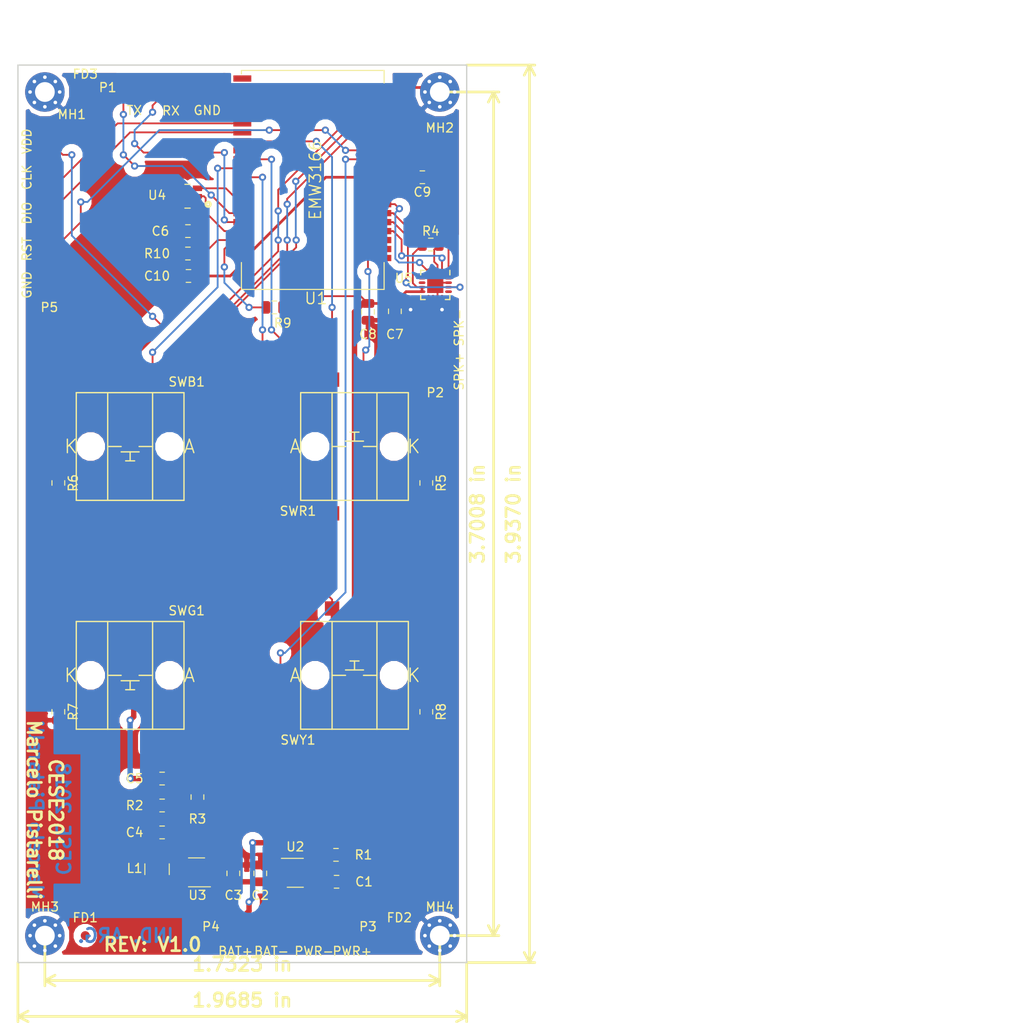
<source format=kicad_pcb>
(kicad_pcb (version 20171130) (host pcbnew 5.0.0-fee4fd1~66~ubuntu16.04.1)

  (general
    (thickness 1.6)
    (drawings 14)
    (tracks 398)
    (zones 0)
    (modules 42)
    (nets 55)
  )

  (page A4)
  (title_block
    (title "PCB Sistema de intercambio de mensajes de voz")
    (date 2018-10-18)
    (rev 1.0)
    (company "Marcelo Pistarelli")
  )

  (layers
    (0 F.Cu signal)
    (31 B.Cu signal)
    (32 B.Adhes user)
    (33 F.Adhes user)
    (34 B.Paste user)
    (35 F.Paste user)
    (36 B.SilkS user)
    (37 F.SilkS user)
    (38 B.Mask user)
    (39 F.Mask user)
    (40 Dwgs.User user)
    (41 Cmts.User user)
    (42 Eco1.User user)
    (43 Eco2.User user)
    (44 Edge.Cuts user)
    (45 Margin user)
    (46 B.CrtYd user)
    (47 F.CrtYd user)
    (48 B.Fab user)
    (49 F.Fab user hide)
  )

  (setup
    (last_trace_width 0.2)
    (user_trace_width 0.25)
    (user_trace_width 0.3)
    (user_trace_width 0.4)
    (user_trace_width 0.6)
    (trace_clearance 0.2)
    (zone_clearance 0.508)
    (zone_45_only no)
    (trace_min 0.2)
    (segment_width 0.2)
    (edge_width 0.15)
    (via_size 0.8)
    (via_drill 0.4)
    (via_min_size 0.4)
    (via_min_drill 0.3)
    (user_via 0.8 0.4)
    (uvia_size 0.3)
    (uvia_drill 0.1)
    (uvias_allowed no)
    (uvia_min_size 0.2)
    (uvia_min_drill 0.1)
    (pcb_text_width 0.3)
    (pcb_text_size 1.5 1.5)
    (mod_edge_width 0.15)
    (mod_text_size 1 1)
    (mod_text_width 0.15)
    (pad_size 1.524 1.524)
    (pad_drill 0.762)
    (pad_to_mask_clearance 0.2)
    (aux_axis_origin 0 0)
    (visible_elements FFFFFF7F)
    (pcbplotparams
      (layerselection 0x010fc_ffffffff)
      (usegerberextensions false)
      (usegerberattributes false)
      (usegerberadvancedattributes false)
      (creategerberjobfile false)
      (excludeedgelayer true)
      (linewidth 0.100000)
      (plotframeref false)
      (viasonmask false)
      (mode 1)
      (useauxorigin false)
      (hpglpennumber 1)
      (hpglpenspeed 20)
      (hpglpendiameter 15.000000)
      (psnegative false)
      (psa4output false)
      (plotreference true)
      (plotvalue true)
      (plotinvisibletext false)
      (padsonsilk false)
      (subtractmaskfromsilk false)
      (outputformat 1)
      (mirror false)
      (drillshape 1)
      (scaleselection 1)
      (outputdirectory ""))
  )

  (net 0 "")
  (net 1 GND)
  (net 2 +VDC)
  (net 3 +BATT)
  (net 4 "Net-(C4-Pad2)")
  (net 5 +3V3)
  (net 6 "Net-(L1-Pad1)")
  (net 7 /UART_Tx)
  (net 8 /UART_Rx)
  (net 9 /amplificadorAudioDigital/OUT+)
  (net 10 /amplificadorAudioDigital/OUT-)
  (net 11 /SWCLK)
  (net 12 /SWDIO)
  (net 13 /NRST)
  (net 14 "Net-(R1-Pad1)")
  (net 15 /amplificadorAudioDigital/GAIN_SLOT)
  (net 16 "Net-(R5-Pad1)")
  (net 17 "Net-(R6-Pad1)")
  (net 18 "Net-(R7-Pad1)")
  (net 19 "Net-(R8-Pad1)")
  (net 20 "Net-(R10-Pad1)")
  (net 21 /LED_B)
  (net 22 /SW_B)
  (net 23 /SW_G)
  (net 24 /LED_G)
  (net 25 /LED_R)
  (net 26 /SW_R)
  (net 27 /SW_Y)
  (net 28 /LED_Y)
  (net 29 "Net-(U1-Pad41)")
  (net 30 /MIC_CLK)
  (net 31 "Net-(U1-Pad34)")
  (net 32 /MIC_DATA)
  (net 33 "Net-(U1-Pad32)")
  (net 34 "Net-(U1-Pad28)")
  (net 35 "Net-(U1-Pad24)")
  (net 36 "Net-(U1-Pad23)")
  (net 37 "Net-(U1-Pad22)")
  (net 38 "Net-(U1-Pad16)")
  (net 39 "Net-(U1-Pad15)")
  (net 40 "Net-(U1-Pad14)")
  (net 41 "Net-(U1-Pad11)")
  (net 42 "Net-(U1-Pad9)")
  (net 43 "Net-(U1-Pad8)")
  (net 44 /AMPLIFICADOR_SD_MODE)
  (net 45 /AMPLIFICADOR_BCLK)
  (net 46 /AMPLIFICADOR_LRCLK)
  (net 47 /AMPLIFICADOR_DIN)
  (net 48 "Net-(U1-Pad3)")
  (net 49 /CARGADOR_STAT)
  (net 50 "Net-(U1-Pad1)")
  (net 51 "Net-(U5-Pad5)")
  (net 52 "Net-(U5-Pad6)")
  (net 53 "Net-(U5-Pad12)")
  (net 54 "Net-(U5-Pad13)")

  (net_class Default "This is the default net class."
    (clearance 0.2)
    (trace_width 0.2)
    (via_dia 0.8)
    (via_drill 0.4)
    (uvia_dia 0.3)
    (uvia_drill 0.1)
    (add_net +3V3)
    (add_net +BATT)
    (add_net +VDC)
    (add_net /AMPLIFICADOR_BCLK)
    (add_net /AMPLIFICADOR_DIN)
    (add_net /AMPLIFICADOR_LRCLK)
    (add_net /AMPLIFICADOR_SD_MODE)
    (add_net /CARGADOR_STAT)
    (add_net /LED_B)
    (add_net /LED_G)
    (add_net /LED_R)
    (add_net /LED_Y)
    (add_net /MIC_CLK)
    (add_net /MIC_DATA)
    (add_net /NRST)
    (add_net /SWCLK)
    (add_net /SWDIO)
    (add_net /SW_B)
    (add_net /SW_G)
    (add_net /SW_R)
    (add_net /SW_Y)
    (add_net /UART_Rx)
    (add_net /UART_Tx)
    (add_net /amplificadorAudioDigital/GAIN_SLOT)
    (add_net /amplificadorAudioDigital/OUT+)
    (add_net /amplificadorAudioDigital/OUT-)
    (add_net GND)
    (add_net "Net-(C4-Pad2)")
    (add_net "Net-(L1-Pad1)")
    (add_net "Net-(R1-Pad1)")
    (add_net "Net-(R10-Pad1)")
    (add_net "Net-(R5-Pad1)")
    (add_net "Net-(R6-Pad1)")
    (add_net "Net-(R7-Pad1)")
    (add_net "Net-(R8-Pad1)")
    (add_net "Net-(U1-Pad1)")
    (add_net "Net-(U1-Pad11)")
    (add_net "Net-(U1-Pad14)")
    (add_net "Net-(U1-Pad15)")
    (add_net "Net-(U1-Pad16)")
    (add_net "Net-(U1-Pad22)")
    (add_net "Net-(U1-Pad23)")
    (add_net "Net-(U1-Pad24)")
    (add_net "Net-(U1-Pad28)")
    (add_net "Net-(U1-Pad3)")
    (add_net "Net-(U1-Pad32)")
    (add_net "Net-(U1-Pad34)")
    (add_net "Net-(U1-Pad41)")
    (add_net "Net-(U1-Pad8)")
    (add_net "Net-(U1-Pad9)")
    (add_net "Net-(U5-Pad12)")
    (add_net "Net-(U5-Pad13)")
    (add_net "Net-(U5-Pad5)")
    (add_net "Net-(U5-Pad6)")
  )

  (module Capacitor_SMD:C_0805_2012Metric (layer F.Cu) (tedit 5B36C52B) (tstamp 5C17558B)
    (at 172.5 129)
    (descr "Capacitor SMD 0805 (2012 Metric), square (rectangular) end terminal, IPC_7351 nominal, (Body size source: https://docs.google.com/spreadsheets/d/1BsfQQcO9C6DZCsRaXUlFlo91Tg2WpOkGARC1WS5S8t0/edit?usp=sharing), generated with kicad-footprint-generator")
    (tags capacitor)
    (path /5BC54E6C/5BC552D0)
    (attr smd)
    (fp_text reference C1 (at 3.0625 0) (layer F.SilkS)
      (effects (font (size 1 1) (thickness 0.15)))
    )
    (fp_text value 10uF (at 0 1.65) (layer F.Fab)
      (effects (font (size 1 1) (thickness 0.15)))
    )
    (fp_text user %R (at 0 0) (layer F.Fab)
      (effects (font (size 0.5 0.5) (thickness 0.08)))
    )
    (fp_line (start 1.68 0.95) (end -1.68 0.95) (layer F.CrtYd) (width 0.05))
    (fp_line (start 1.68 -0.95) (end 1.68 0.95) (layer F.CrtYd) (width 0.05))
    (fp_line (start -1.68 -0.95) (end 1.68 -0.95) (layer F.CrtYd) (width 0.05))
    (fp_line (start -1.68 0.95) (end -1.68 -0.95) (layer F.CrtYd) (width 0.05))
    (fp_line (start -0.258578 0.71) (end 0.258578 0.71) (layer F.SilkS) (width 0.12))
    (fp_line (start -0.258578 -0.71) (end 0.258578 -0.71) (layer F.SilkS) (width 0.12))
    (fp_line (start 1 0.6) (end -1 0.6) (layer F.Fab) (width 0.1))
    (fp_line (start 1 -0.6) (end 1 0.6) (layer F.Fab) (width 0.1))
    (fp_line (start -1 -0.6) (end 1 -0.6) (layer F.Fab) (width 0.1))
    (fp_line (start -1 0.6) (end -1 -0.6) (layer F.Fab) (width 0.1))
    (pad 2 smd roundrect (at 0.9375 0) (size 0.975 1.4) (layers F.Cu F.Paste F.Mask) (roundrect_rratio 0.25)
      (net 1 GND))
    (pad 1 smd roundrect (at -0.9375 0) (size 0.975 1.4) (layers F.Cu F.Paste F.Mask) (roundrect_rratio 0.25)
      (net 2 +VDC))
    (model ${KISYS3DMOD}/Capacitor_SMD.3dshapes/C_0805_2012Metric.wrl
      (at (xyz 0 0 0))
      (scale (xyz 1 1 1))
      (rotate (xyz 0 0 0))
    )
  )

  (module Capacitor_SMD:C_0805_2012Metric (layer F.Cu) (tedit 5B36C52B) (tstamp 5C17559C)
    (at 164 128.0625 90)
    (descr "Capacitor SMD 0805 (2012 Metric), square (rectangular) end terminal, IPC_7351 nominal, (Body size source: https://docs.google.com/spreadsheets/d/1BsfQQcO9C6DZCsRaXUlFlo91Tg2WpOkGARC1WS5S8t0/edit?usp=sharing), generated with kicad-footprint-generator")
    (tags capacitor)
    (path /5BC54E6C/5BC552C7)
    (attr smd)
    (fp_text reference C2 (at -2.4375 0 180) (layer F.SilkS)
      (effects (font (size 1 1) (thickness 0.15)))
    )
    (fp_text value 10uF (at 0 1.65 90) (layer F.Fab)
      (effects (font (size 1 1) (thickness 0.15)))
    )
    (fp_text user %R (at 0 0 90) (layer F.Fab)
      (effects (font (size 0.5 0.5) (thickness 0.08)))
    )
    (fp_line (start 1.68 0.95) (end -1.68 0.95) (layer F.CrtYd) (width 0.05))
    (fp_line (start 1.68 -0.95) (end 1.68 0.95) (layer F.CrtYd) (width 0.05))
    (fp_line (start -1.68 -0.95) (end 1.68 -0.95) (layer F.CrtYd) (width 0.05))
    (fp_line (start -1.68 0.95) (end -1.68 -0.95) (layer F.CrtYd) (width 0.05))
    (fp_line (start -0.258578 0.71) (end 0.258578 0.71) (layer F.SilkS) (width 0.12))
    (fp_line (start -0.258578 -0.71) (end 0.258578 -0.71) (layer F.SilkS) (width 0.12))
    (fp_line (start 1 0.6) (end -1 0.6) (layer F.Fab) (width 0.1))
    (fp_line (start 1 -0.6) (end 1 0.6) (layer F.Fab) (width 0.1))
    (fp_line (start -1 -0.6) (end 1 -0.6) (layer F.Fab) (width 0.1))
    (fp_line (start -1 0.6) (end -1 -0.6) (layer F.Fab) (width 0.1))
    (pad 2 smd roundrect (at 0.9375 0 90) (size 0.975 1.4) (layers F.Cu F.Paste F.Mask) (roundrect_rratio 0.25)
      (net 1 GND))
    (pad 1 smd roundrect (at -0.9375 0 90) (size 0.975 1.4) (layers F.Cu F.Paste F.Mask) (roundrect_rratio 0.25)
      (net 3 +BATT))
    (model ${KISYS3DMOD}/Capacitor_SMD.3dshapes/C_0805_2012Metric.wrl
      (at (xyz 0 0 0))
      (scale (xyz 1 1 1))
      (rotate (xyz 0 0 0))
    )
  )

  (module Capacitor_SMD:C_0805_2012Metric (layer F.Cu) (tedit 5B36C52B) (tstamp 5C1755AD)
    (at 161 128.0625 90)
    (descr "Capacitor SMD 0805 (2012 Metric), square (rectangular) end terminal, IPC_7351 nominal, (Body size source: https://docs.google.com/spreadsheets/d/1BsfQQcO9C6DZCsRaXUlFlo91Tg2WpOkGARC1WS5S8t0/edit?usp=sharing), generated with kicad-footprint-generator")
    (tags capacitor)
    (path /5BC55FE6/5BC5BEC6)
    (attr smd)
    (fp_text reference C3 (at -2.4375 0 180) (layer F.SilkS)
      (effects (font (size 1 1) (thickness 0.15)))
    )
    (fp_text value 10uF (at 0 1.65 90) (layer F.Fab)
      (effects (font (size 1 1) (thickness 0.15)))
    )
    (fp_text user %R (at 0 0 90) (layer F.Fab)
      (effects (font (size 0.5 0.5) (thickness 0.08)))
    )
    (fp_line (start 1.68 0.95) (end -1.68 0.95) (layer F.CrtYd) (width 0.05))
    (fp_line (start 1.68 -0.95) (end 1.68 0.95) (layer F.CrtYd) (width 0.05))
    (fp_line (start -1.68 -0.95) (end 1.68 -0.95) (layer F.CrtYd) (width 0.05))
    (fp_line (start -1.68 0.95) (end -1.68 -0.95) (layer F.CrtYd) (width 0.05))
    (fp_line (start -0.258578 0.71) (end 0.258578 0.71) (layer F.SilkS) (width 0.12))
    (fp_line (start -0.258578 -0.71) (end 0.258578 -0.71) (layer F.SilkS) (width 0.12))
    (fp_line (start 1 0.6) (end -1 0.6) (layer F.Fab) (width 0.1))
    (fp_line (start 1 -0.6) (end 1 0.6) (layer F.Fab) (width 0.1))
    (fp_line (start -1 -0.6) (end 1 -0.6) (layer F.Fab) (width 0.1))
    (fp_line (start -1 0.6) (end -1 -0.6) (layer F.Fab) (width 0.1))
    (pad 2 smd roundrect (at 0.9375 0 90) (size 0.975 1.4) (layers F.Cu F.Paste F.Mask) (roundrect_rratio 0.25)
      (net 1 GND))
    (pad 1 smd roundrect (at -0.9375 0 90) (size 0.975 1.4) (layers F.Cu F.Paste F.Mask) (roundrect_rratio 0.25)
      (net 3 +BATT))
    (model ${KISYS3DMOD}/Capacitor_SMD.3dshapes/C_0805_2012Metric.wrl
      (at (xyz 0 0 0))
      (scale (xyz 1 1 1))
      (rotate (xyz 0 0 0))
    )
  )

  (module Capacitor_SMD:C_0805_2012Metric (layer F.Cu) (tedit 5B36C52B) (tstamp 5C1755BE)
    (at 153.0625 123.5)
    (descr "Capacitor SMD 0805 (2012 Metric), square (rectangular) end terminal, IPC_7351 nominal, (Body size source: https://docs.google.com/spreadsheets/d/1BsfQQcO9C6DZCsRaXUlFlo91Tg2WpOkGARC1WS5S8t0/edit?usp=sharing), generated with kicad-footprint-generator")
    (tags capacitor)
    (path /5BC55FE6/5BC5BF6A)
    (attr smd)
    (fp_text reference C4 (at -3.0625 0) (layer F.SilkS)
      (effects (font (size 1 1) (thickness 0.15)))
    )
    (fp_text value 15pF (at 0 1.65) (layer F.Fab)
      (effects (font (size 1 1) (thickness 0.15)))
    )
    (fp_text user %R (at 0 0) (layer F.Fab)
      (effects (font (size 0.5 0.5) (thickness 0.08)))
    )
    (fp_line (start 1.68 0.95) (end -1.68 0.95) (layer F.CrtYd) (width 0.05))
    (fp_line (start 1.68 -0.95) (end 1.68 0.95) (layer F.CrtYd) (width 0.05))
    (fp_line (start -1.68 -0.95) (end 1.68 -0.95) (layer F.CrtYd) (width 0.05))
    (fp_line (start -1.68 0.95) (end -1.68 -0.95) (layer F.CrtYd) (width 0.05))
    (fp_line (start -0.258578 0.71) (end 0.258578 0.71) (layer F.SilkS) (width 0.12))
    (fp_line (start -0.258578 -0.71) (end 0.258578 -0.71) (layer F.SilkS) (width 0.12))
    (fp_line (start 1 0.6) (end -1 0.6) (layer F.Fab) (width 0.1))
    (fp_line (start 1 -0.6) (end 1 0.6) (layer F.Fab) (width 0.1))
    (fp_line (start -1 -0.6) (end 1 -0.6) (layer F.Fab) (width 0.1))
    (fp_line (start -1 0.6) (end -1 -0.6) (layer F.Fab) (width 0.1))
    (pad 2 smd roundrect (at 0.9375 0) (size 0.975 1.4) (layers F.Cu F.Paste F.Mask) (roundrect_rratio 0.25)
      (net 4 "Net-(C4-Pad2)"))
    (pad 1 smd roundrect (at -0.9375 0) (size 0.975 1.4) (layers F.Cu F.Paste F.Mask) (roundrect_rratio 0.25)
      (net 5 +3V3))
    (model ${KISYS3DMOD}/Capacitor_SMD.3dshapes/C_0805_2012Metric.wrl
      (at (xyz 0 0 0))
      (scale (xyz 1 1 1))
      (rotate (xyz 0 0 0))
    )
  )

  (module Capacitor_SMD:C_0805_2012Metric (layer F.Cu) (tedit 5B36C52B) (tstamp 5C1755CF)
    (at 153.0625 117.5)
    (descr "Capacitor SMD 0805 (2012 Metric), square (rectangular) end terminal, IPC_7351 nominal, (Body size source: https://docs.google.com/spreadsheets/d/1BsfQQcO9C6DZCsRaXUlFlo91Tg2WpOkGARC1WS5S8t0/edit?usp=sharing), generated with kicad-footprint-generator")
    (tags capacitor)
    (path /5BC55FE6/5BC5BFE3)
    (attr smd)
    (fp_text reference C5 (at -3.0625 0) (layer F.SilkS)
      (effects (font (size 1 1) (thickness 0.15)))
    )
    (fp_text value 10uF (at 0 1.65) (layer F.Fab)
      (effects (font (size 1 1) (thickness 0.15)))
    )
    (fp_text user %R (at 0 0) (layer F.Fab)
      (effects (font (size 0.5 0.5) (thickness 0.08)))
    )
    (fp_line (start 1.68 0.95) (end -1.68 0.95) (layer F.CrtYd) (width 0.05))
    (fp_line (start 1.68 -0.95) (end 1.68 0.95) (layer F.CrtYd) (width 0.05))
    (fp_line (start -1.68 -0.95) (end 1.68 -0.95) (layer F.CrtYd) (width 0.05))
    (fp_line (start -1.68 0.95) (end -1.68 -0.95) (layer F.CrtYd) (width 0.05))
    (fp_line (start -0.258578 0.71) (end 0.258578 0.71) (layer F.SilkS) (width 0.12))
    (fp_line (start -0.258578 -0.71) (end 0.258578 -0.71) (layer F.SilkS) (width 0.12))
    (fp_line (start 1 0.6) (end -1 0.6) (layer F.Fab) (width 0.1))
    (fp_line (start 1 -0.6) (end 1 0.6) (layer F.Fab) (width 0.1))
    (fp_line (start -1 -0.6) (end 1 -0.6) (layer F.Fab) (width 0.1))
    (fp_line (start -1 0.6) (end -1 -0.6) (layer F.Fab) (width 0.1))
    (pad 2 smd roundrect (at 0.9375 0) (size 0.975 1.4) (layers F.Cu F.Paste F.Mask) (roundrect_rratio 0.25)
      (net 1 GND))
    (pad 1 smd roundrect (at -0.9375 0) (size 0.975 1.4) (layers F.Cu F.Paste F.Mask) (roundrect_rratio 0.25)
      (net 5 +3V3))
    (model ${KISYS3DMOD}/Capacitor_SMD.3dshapes/C_0805_2012Metric.wrl
      (at (xyz 0 0 0))
      (scale (xyz 1 1 1))
      (rotate (xyz 0 0 0))
    )
  )

  (module Capacitor_SMD:C_0805_2012Metric (layer F.Cu) (tedit 5B36C52B) (tstamp 5C1755E0)
    (at 155.9375 56.5)
    (descr "Capacitor SMD 0805 (2012 Metric), square (rectangular) end terminal, IPC_7351 nominal, (Body size source: https://docs.google.com/spreadsheets/d/1BsfQQcO9C6DZCsRaXUlFlo91Tg2WpOkGARC1WS5S8t0/edit?usp=sharing), generated with kicad-footprint-generator")
    (tags capacitor)
    (path /5BC55FED/5BC56162)
    (attr smd)
    (fp_text reference C6 (at -3.0625 0) (layer F.SilkS)
      (effects (font (size 1 1) (thickness 0.15)))
    )
    (fp_text value 0.1uF (at 0 1.65) (layer F.Fab)
      (effects (font (size 1 1) (thickness 0.15)))
    )
    (fp_text user %R (at 0 0) (layer F.Fab)
      (effects (font (size 0.5 0.5) (thickness 0.08)))
    )
    (fp_line (start 1.68 0.95) (end -1.68 0.95) (layer F.CrtYd) (width 0.05))
    (fp_line (start 1.68 -0.95) (end 1.68 0.95) (layer F.CrtYd) (width 0.05))
    (fp_line (start -1.68 -0.95) (end 1.68 -0.95) (layer F.CrtYd) (width 0.05))
    (fp_line (start -1.68 0.95) (end -1.68 -0.95) (layer F.CrtYd) (width 0.05))
    (fp_line (start -0.258578 0.71) (end 0.258578 0.71) (layer F.SilkS) (width 0.12))
    (fp_line (start -0.258578 -0.71) (end 0.258578 -0.71) (layer F.SilkS) (width 0.12))
    (fp_line (start 1 0.6) (end -1 0.6) (layer F.Fab) (width 0.1))
    (fp_line (start 1 -0.6) (end 1 0.6) (layer F.Fab) (width 0.1))
    (fp_line (start -1 -0.6) (end 1 -0.6) (layer F.Fab) (width 0.1))
    (fp_line (start -1 0.6) (end -1 -0.6) (layer F.Fab) (width 0.1))
    (pad 2 smd roundrect (at 0.9375 0) (size 0.975 1.4) (layers F.Cu F.Paste F.Mask) (roundrect_rratio 0.25)
      (net 5 +3V3))
    (pad 1 smd roundrect (at -0.9375 0) (size 0.975 1.4) (layers F.Cu F.Paste F.Mask) (roundrect_rratio 0.25)
      (net 1 GND))
    (model ${KISYS3DMOD}/Capacitor_SMD.3dshapes/C_0805_2012Metric.wrl
      (at (xyz 0 0 0))
      (scale (xyz 1 1 1))
      (rotate (xyz 0 0 0))
    )
  )

  (module Capacitor_SMD:C_0805_2012Metric (layer F.Cu) (tedit 5B36C52B) (tstamp 5C1755F1)
    (at 179 65.4375 270)
    (descr "Capacitor SMD 0805 (2012 Metric), square (rectangular) end terminal, IPC_7351 nominal, (Body size source: https://docs.google.com/spreadsheets/d/1BsfQQcO9C6DZCsRaXUlFlo91Tg2WpOkGARC1WS5S8t0/edit?usp=sharing), generated with kicad-footprint-generator")
    (tags capacitor)
    (path /5BC61204/5BC626ED)
    (attr smd)
    (fp_text reference C7 (at 2.5625 0 180) (layer F.SilkS)
      (effects (font (size 1 1) (thickness 0.15)))
    )
    (fp_text value 10uF (at 0 1.65 270) (layer F.Fab)
      (effects (font (size 1 1) (thickness 0.15)))
    )
    (fp_text user %R (at 0 0 270) (layer F.Fab)
      (effects (font (size 0.5 0.5) (thickness 0.08)))
    )
    (fp_line (start 1.68 0.95) (end -1.68 0.95) (layer F.CrtYd) (width 0.05))
    (fp_line (start 1.68 -0.95) (end 1.68 0.95) (layer F.CrtYd) (width 0.05))
    (fp_line (start -1.68 -0.95) (end 1.68 -0.95) (layer F.CrtYd) (width 0.05))
    (fp_line (start -1.68 0.95) (end -1.68 -0.95) (layer F.CrtYd) (width 0.05))
    (fp_line (start -0.258578 0.71) (end 0.258578 0.71) (layer F.SilkS) (width 0.12))
    (fp_line (start -0.258578 -0.71) (end 0.258578 -0.71) (layer F.SilkS) (width 0.12))
    (fp_line (start 1 0.6) (end -1 0.6) (layer F.Fab) (width 0.1))
    (fp_line (start 1 -0.6) (end 1 0.6) (layer F.Fab) (width 0.1))
    (fp_line (start -1 -0.6) (end 1 -0.6) (layer F.Fab) (width 0.1))
    (fp_line (start -1 0.6) (end -1 -0.6) (layer F.Fab) (width 0.1))
    (pad 2 smd roundrect (at 0.9375 0 270) (size 0.975 1.4) (layers F.Cu F.Paste F.Mask) (roundrect_rratio 0.25)
      (net 1 GND))
    (pad 1 smd roundrect (at -0.9375 0 270) (size 0.975 1.4) (layers F.Cu F.Paste F.Mask) (roundrect_rratio 0.25)
      (net 3 +BATT))
    (model ${KISYS3DMOD}/Capacitor_SMD.3dshapes/C_0805_2012Metric.wrl
      (at (xyz 0 0 0))
      (scale (xyz 1 1 1))
      (rotate (xyz 0 0 0))
    )
  )

  (module Capacitor_SMD:C_0805_2012Metric (layer F.Cu) (tedit 5B36C52B) (tstamp 5C175602)
    (at 176 65.5 270)
    (descr "Capacitor SMD 0805 (2012 Metric), square (rectangular) end terminal, IPC_7351 nominal, (Body size source: https://docs.google.com/spreadsheets/d/1BsfQQcO9C6DZCsRaXUlFlo91Tg2WpOkGARC1WS5S8t0/edit?usp=sharing), generated with kicad-footprint-generator")
    (tags capacitor)
    (path /5BC61204/5BC6278A)
    (attr smd)
    (fp_text reference C8 (at 2.5 0 180) (layer F.SilkS)
      (effects (font (size 1 1) (thickness 0.15)))
    )
    (fp_text value 0.1uF (at 0 1.65 270) (layer F.Fab)
      (effects (font (size 1 1) (thickness 0.15)))
    )
    (fp_text user %R (at 0 0 270) (layer F.Fab)
      (effects (font (size 0.5 0.5) (thickness 0.08)))
    )
    (fp_line (start 1.68 0.95) (end -1.68 0.95) (layer F.CrtYd) (width 0.05))
    (fp_line (start 1.68 -0.95) (end 1.68 0.95) (layer F.CrtYd) (width 0.05))
    (fp_line (start -1.68 -0.95) (end 1.68 -0.95) (layer F.CrtYd) (width 0.05))
    (fp_line (start -1.68 0.95) (end -1.68 -0.95) (layer F.CrtYd) (width 0.05))
    (fp_line (start -0.258578 0.71) (end 0.258578 0.71) (layer F.SilkS) (width 0.12))
    (fp_line (start -0.258578 -0.71) (end 0.258578 -0.71) (layer F.SilkS) (width 0.12))
    (fp_line (start 1 0.6) (end -1 0.6) (layer F.Fab) (width 0.1))
    (fp_line (start 1 -0.6) (end 1 0.6) (layer F.Fab) (width 0.1))
    (fp_line (start -1 -0.6) (end 1 -0.6) (layer F.Fab) (width 0.1))
    (fp_line (start -1 0.6) (end -1 -0.6) (layer F.Fab) (width 0.1))
    (pad 2 smd roundrect (at 0.9375 0 270) (size 0.975 1.4) (layers F.Cu F.Paste F.Mask) (roundrect_rratio 0.25)
      (net 1 GND))
    (pad 1 smd roundrect (at -0.9375 0 270) (size 0.975 1.4) (layers F.Cu F.Paste F.Mask) (roundrect_rratio 0.25)
      (net 3 +BATT))
    (model ${KISYS3DMOD}/Capacitor_SMD.3dshapes/C_0805_2012Metric.wrl
      (at (xyz 0 0 0))
      (scale (xyz 1 1 1))
      (rotate (xyz 0 0 0))
    )
  )

  (module Capacitor_SMD:C_0805_2012Metric (layer F.Cu) (tedit 5B36C52B) (tstamp 5C175613)
    (at 182.0625 50.5 180)
    (descr "Capacitor SMD 0805 (2012 Metric), square (rectangular) end terminal, IPC_7351 nominal, (Body size source: https://docs.google.com/spreadsheets/d/1BsfQQcO9C6DZCsRaXUlFlo91Tg2WpOkGARC1WS5S8t0/edit?usp=sharing), generated with kicad-footprint-generator")
    (tags capacitor)
    (path /5BC889B3)
    (attr smd)
    (fp_text reference C9 (at 0 -1.65 180) (layer F.SilkS)
      (effects (font (size 1 1) (thickness 0.15)))
    )
    (fp_text value 0.1uF (at 0 1.65 180) (layer F.Fab)
      (effects (font (size 1 1) (thickness 0.15)))
    )
    (fp_text user %R (at 0 0 180) (layer F.Fab)
      (effects (font (size 0.5 0.5) (thickness 0.08)))
    )
    (fp_line (start 1.68 0.95) (end -1.68 0.95) (layer F.CrtYd) (width 0.05))
    (fp_line (start 1.68 -0.95) (end 1.68 0.95) (layer F.CrtYd) (width 0.05))
    (fp_line (start -1.68 -0.95) (end 1.68 -0.95) (layer F.CrtYd) (width 0.05))
    (fp_line (start -1.68 0.95) (end -1.68 -0.95) (layer F.CrtYd) (width 0.05))
    (fp_line (start -0.258578 0.71) (end 0.258578 0.71) (layer F.SilkS) (width 0.12))
    (fp_line (start -0.258578 -0.71) (end 0.258578 -0.71) (layer F.SilkS) (width 0.12))
    (fp_line (start 1 0.6) (end -1 0.6) (layer F.Fab) (width 0.1))
    (fp_line (start 1 -0.6) (end 1 0.6) (layer F.Fab) (width 0.1))
    (fp_line (start -1 -0.6) (end 1 -0.6) (layer F.Fab) (width 0.1))
    (fp_line (start -1 0.6) (end -1 -0.6) (layer F.Fab) (width 0.1))
    (pad 2 smd roundrect (at 0.9375 0 180) (size 0.975 1.4) (layers F.Cu F.Paste F.Mask) (roundrect_rratio 0.25)
      (net 5 +3V3))
    (pad 1 smd roundrect (at -0.9375 0 180) (size 0.975 1.4) (layers F.Cu F.Paste F.Mask) (roundrect_rratio 0.25)
      (net 1 GND))
    (model ${KISYS3DMOD}/Capacitor_SMD.3dshapes/C_0805_2012Metric.wrl
      (at (xyz 0 0 0))
      (scale (xyz 1 1 1))
      (rotate (xyz 0 0 0))
    )
  )

  (module Capacitor_SMD:C_0805_2012Metric (layer F.Cu) (tedit 5B36C52B) (tstamp 5C175624)
    (at 156 61.5 180)
    (descr "Capacitor SMD 0805 (2012 Metric), square (rectangular) end terminal, IPC_7351 nominal, (Body size source: https://docs.google.com/spreadsheets/d/1BsfQQcO9C6DZCsRaXUlFlo91Tg2WpOkGARC1WS5S8t0/edit?usp=sharing), generated with kicad-footprint-generator")
    (tags capacitor)
    (path /5BC88915)
    (attr smd)
    (fp_text reference C10 (at 3.5 0 180) (layer F.SilkS)
      (effects (font (size 1 1) (thickness 0.15)))
    )
    (fp_text value 10uF (at 0 1.65 180) (layer F.Fab)
      (effects (font (size 1 1) (thickness 0.15)))
    )
    (fp_text user %R (at 0 0 180) (layer F.Fab)
      (effects (font (size 0.5 0.5) (thickness 0.08)))
    )
    (fp_line (start 1.68 0.95) (end -1.68 0.95) (layer F.CrtYd) (width 0.05))
    (fp_line (start 1.68 -0.95) (end 1.68 0.95) (layer F.CrtYd) (width 0.05))
    (fp_line (start -1.68 -0.95) (end 1.68 -0.95) (layer F.CrtYd) (width 0.05))
    (fp_line (start -1.68 0.95) (end -1.68 -0.95) (layer F.CrtYd) (width 0.05))
    (fp_line (start -0.258578 0.71) (end 0.258578 0.71) (layer F.SilkS) (width 0.12))
    (fp_line (start -0.258578 -0.71) (end 0.258578 -0.71) (layer F.SilkS) (width 0.12))
    (fp_line (start 1 0.6) (end -1 0.6) (layer F.Fab) (width 0.1))
    (fp_line (start 1 -0.6) (end 1 0.6) (layer F.Fab) (width 0.1))
    (fp_line (start -1 -0.6) (end 1 -0.6) (layer F.Fab) (width 0.1))
    (fp_line (start -1 0.6) (end -1 -0.6) (layer F.Fab) (width 0.1))
    (pad 2 smd roundrect (at 0.9375 0 180) (size 0.975 1.4) (layers F.Cu F.Paste F.Mask) (roundrect_rratio 0.25)
      (net 1 GND))
    (pad 1 smd roundrect (at -0.9375 0 180) (size 0.975 1.4) (layers F.Cu F.Paste F.Mask) (roundrect_rratio 0.25)
      (net 5 +3V3))
    (model ${KISYS3DMOD}/Capacitor_SMD.3dshapes/C_0805_2012Metric.wrl
      (at (xyz 0 0 0))
      (scale (xyz 1 1 1))
      (rotate (xyz 0 0 0))
    )
  )

  (module Inductor_SMD:L_1210_3225Metric (layer F.Cu) (tedit 5B301BBE) (tstamp 5C1773E5)
    (at 152.5 127.6 90)
    (descr "Inductor SMD 1210 (3225 Metric), square (rectangular) end terminal, IPC_7351 nominal, (Body size source: http://www.tortai-tech.com/upload/download/2011102023233369053.pdf), generated with kicad-footprint-generator")
    (tags inductor)
    (path /5BC55FE6/5BC5CD70)
    (attr smd)
    (fp_text reference L1 (at 0.1 -2.5) (layer F.SilkS)
      (effects (font (size 1 1) (thickness 0.15)))
    )
    (fp_text value 2.2uH (at 0 2.28 90) (layer F.Fab)
      (effects (font (size 1 1) (thickness 0.15)))
    )
    (fp_text user %R (at 0 0 90) (layer F.Fab)
      (effects (font (size 0.8 0.8) (thickness 0.12)))
    )
    (fp_line (start 2.28 1.58) (end -2.28 1.58) (layer F.CrtYd) (width 0.05))
    (fp_line (start 2.28 -1.58) (end 2.28 1.58) (layer F.CrtYd) (width 0.05))
    (fp_line (start -2.28 -1.58) (end 2.28 -1.58) (layer F.CrtYd) (width 0.05))
    (fp_line (start -2.28 1.58) (end -2.28 -1.58) (layer F.CrtYd) (width 0.05))
    (fp_line (start -0.602064 1.36) (end 0.602064 1.36) (layer F.SilkS) (width 0.12))
    (fp_line (start -0.602064 -1.36) (end 0.602064 -1.36) (layer F.SilkS) (width 0.12))
    (fp_line (start 1.6 1.25) (end -1.6 1.25) (layer F.Fab) (width 0.1))
    (fp_line (start 1.6 -1.25) (end 1.6 1.25) (layer F.Fab) (width 0.1))
    (fp_line (start -1.6 -1.25) (end 1.6 -1.25) (layer F.Fab) (width 0.1))
    (fp_line (start -1.6 1.25) (end -1.6 -1.25) (layer F.Fab) (width 0.1))
    (pad 2 smd roundrect (at 1.4 0 90) (size 1.25 2.65) (layers F.Cu F.Paste F.Mask) (roundrect_rratio 0.2)
      (net 5 +3V3))
    (pad 1 smd roundrect (at -1.4 0 90) (size 1.25 2.65) (layers F.Cu F.Paste F.Mask) (roundrect_rratio 0.2)
      (net 6 "Net-(L1-Pad1)"))
    (model ${KISYS3DMOD}/Inductor_SMD.3dshapes/L_1210_3225Metric.wrl
      (at (xyz 0 0 0))
      (scale (xyz 1 1 1))
      (rotate (xyz 0 0 0))
    )
  )

  (module MountingHole:MountingHole_2.2mm_M2_Pad_Via (layer F.Cu) (tedit 56DDB9C7) (tstamp 5C178C32)
    (at 140 41)
    (descr "Mounting Hole 2.2mm, M2")
    (tags "mounting hole 2.2mm m2")
    (path /5BD524C1)
    (attr virtual)
    (fp_text reference MH1 (at 3 2.5) (layer F.SilkS)
      (effects (font (size 1 1) (thickness 0.15)))
    )
    (fp_text value MountingHole_Pad (at 0 3.2) (layer F.Fab)
      (effects (font (size 1 1) (thickness 0.15)))
    )
    (fp_circle (center 0 0) (end 2.45 0) (layer F.CrtYd) (width 0.05))
    (fp_circle (center 0 0) (end 2.2 0) (layer Cmts.User) (width 0.15))
    (fp_text user %R (at 0.3 0) (layer F.Fab)
      (effects (font (size 1 1) (thickness 0.15)))
    )
    (pad 1 thru_hole circle (at 1.166726 -1.166726) (size 0.7 0.7) (drill 0.4) (layers *.Cu *.Mask)
      (net 1 GND))
    (pad 1 thru_hole circle (at 0 -1.65) (size 0.7 0.7) (drill 0.4) (layers *.Cu *.Mask)
      (net 1 GND))
    (pad 1 thru_hole circle (at -1.166726 -1.166726) (size 0.7 0.7) (drill 0.4) (layers *.Cu *.Mask)
      (net 1 GND))
    (pad 1 thru_hole circle (at -1.65 0) (size 0.7 0.7) (drill 0.4) (layers *.Cu *.Mask)
      (net 1 GND))
    (pad 1 thru_hole circle (at -1.166726 1.166726) (size 0.7 0.7) (drill 0.4) (layers *.Cu *.Mask)
      (net 1 GND))
    (pad 1 thru_hole circle (at 0 1.65) (size 0.7 0.7) (drill 0.4) (layers *.Cu *.Mask)
      (net 1 GND))
    (pad 1 thru_hole circle (at 1.166726 1.166726) (size 0.7 0.7) (drill 0.4) (layers *.Cu *.Mask)
      (net 1 GND))
    (pad 1 thru_hole circle (at 1.65 0) (size 0.7 0.7) (drill 0.4) (layers *.Cu *.Mask)
      (net 1 GND))
    (pad 1 thru_hole circle (at 0 0) (size 4.4 4.4) (drill 2.2) (layers *.Cu *.Mask)
      (net 1 GND))
  )

  (module MountingHole:MountingHole_2.2mm_M2_Pad_Via (layer F.Cu) (tedit 56DDB9C7) (tstamp 5C17566A)
    (at 184 41)
    (descr "Mounting Hole 2.2mm, M2")
    (tags "mounting hole 2.2mm m2")
    (path /5BD52774)
    (attr virtual)
    (fp_text reference MH2 (at 0 4) (layer F.SilkS)
      (effects (font (size 1 1) (thickness 0.15)))
    )
    (fp_text value MountingHole_Pad (at 0 3.2) (layer F.Fab)
      (effects (font (size 1 1) (thickness 0.15)))
    )
    (fp_circle (center 0 0) (end 2.45 0) (layer F.CrtYd) (width 0.05))
    (fp_circle (center 0 0) (end 2.2 0) (layer Cmts.User) (width 0.15))
    (fp_text user %R (at 0.3 0) (layer F.Fab)
      (effects (font (size 1 1) (thickness 0.15)))
    )
    (pad 1 thru_hole circle (at 1.166726 -1.166726) (size 0.7 0.7) (drill 0.4) (layers *.Cu *.Mask)
      (net 1 GND))
    (pad 1 thru_hole circle (at 0 -1.65) (size 0.7 0.7) (drill 0.4) (layers *.Cu *.Mask)
      (net 1 GND))
    (pad 1 thru_hole circle (at -1.166726 -1.166726) (size 0.7 0.7) (drill 0.4) (layers *.Cu *.Mask)
      (net 1 GND))
    (pad 1 thru_hole circle (at -1.65 0) (size 0.7 0.7) (drill 0.4) (layers *.Cu *.Mask)
      (net 1 GND))
    (pad 1 thru_hole circle (at -1.166726 1.166726) (size 0.7 0.7) (drill 0.4) (layers *.Cu *.Mask)
      (net 1 GND))
    (pad 1 thru_hole circle (at 0 1.65) (size 0.7 0.7) (drill 0.4) (layers *.Cu *.Mask)
      (net 1 GND))
    (pad 1 thru_hole circle (at 1.166726 1.166726) (size 0.7 0.7) (drill 0.4) (layers *.Cu *.Mask)
      (net 1 GND))
    (pad 1 thru_hole circle (at 1.65 0) (size 0.7 0.7) (drill 0.4) (layers *.Cu *.Mask)
      (net 1 GND))
    (pad 1 thru_hole circle (at 0 0) (size 4.4 4.4) (drill 2.2) (layers *.Cu *.Mask)
      (net 1 GND))
  )

  (module MountingHole:MountingHole_2.2mm_M2_Pad_Via (layer F.Cu) (tedit 56DDB9C7) (tstamp 5C17567A)
    (at 140 135)
    (descr "Mounting Hole 2.2mm, M2")
    (tags "mounting hole 2.2mm m2")
    (path /5BD528EC)
    (attr virtual)
    (fp_text reference MH3 (at 0 -3.2) (layer F.SilkS)
      (effects (font (size 1 1) (thickness 0.15)))
    )
    (fp_text value MountingHole_Pad (at 0 3.2) (layer F.Fab)
      (effects (font (size 1 1) (thickness 0.15)))
    )
    (fp_circle (center 0 0) (end 2.45 0) (layer F.CrtYd) (width 0.05))
    (fp_circle (center 0 0) (end 2.2 0) (layer Cmts.User) (width 0.15))
    (fp_text user %R (at 0.3 0) (layer F.Fab)
      (effects (font (size 1 1) (thickness 0.15)))
    )
    (pad 1 thru_hole circle (at 1.166726 -1.166726) (size 0.7 0.7) (drill 0.4) (layers *.Cu *.Mask)
      (net 1 GND))
    (pad 1 thru_hole circle (at 0 -1.65) (size 0.7 0.7) (drill 0.4) (layers *.Cu *.Mask)
      (net 1 GND))
    (pad 1 thru_hole circle (at -1.166726 -1.166726) (size 0.7 0.7) (drill 0.4) (layers *.Cu *.Mask)
      (net 1 GND))
    (pad 1 thru_hole circle (at -1.65 0) (size 0.7 0.7) (drill 0.4) (layers *.Cu *.Mask)
      (net 1 GND))
    (pad 1 thru_hole circle (at -1.166726 1.166726) (size 0.7 0.7) (drill 0.4) (layers *.Cu *.Mask)
      (net 1 GND))
    (pad 1 thru_hole circle (at 0 1.65) (size 0.7 0.7) (drill 0.4) (layers *.Cu *.Mask)
      (net 1 GND))
    (pad 1 thru_hole circle (at 1.166726 1.166726) (size 0.7 0.7) (drill 0.4) (layers *.Cu *.Mask)
      (net 1 GND))
    (pad 1 thru_hole circle (at 1.65 0) (size 0.7 0.7) (drill 0.4) (layers *.Cu *.Mask)
      (net 1 GND))
    (pad 1 thru_hole circle (at 0 0) (size 4.4 4.4) (drill 2.2) (layers *.Cu *.Mask)
      (net 1 GND))
  )

  (module MountingHole:MountingHole_2.2mm_M2_Pad_Via (layer F.Cu) (tedit 56DDB9C7) (tstamp 5C17568A)
    (at 184 135)
    (descr "Mounting Hole 2.2mm, M2")
    (tags "mounting hole 2.2mm m2")
    (path /5BD5293A)
    (attr virtual)
    (fp_text reference MH4 (at 0 -3.2) (layer F.SilkS)
      (effects (font (size 1 1) (thickness 0.15)))
    )
    (fp_text value MountingHole_Pad (at 0 3.2) (layer F.Fab)
      (effects (font (size 1 1) (thickness 0.15)))
    )
    (fp_circle (center 0 0) (end 2.45 0) (layer F.CrtYd) (width 0.05))
    (fp_circle (center 0 0) (end 2.2 0) (layer Cmts.User) (width 0.15))
    (fp_text user %R (at 0.3 0) (layer F.Fab)
      (effects (font (size 1 1) (thickness 0.15)))
    )
    (pad 1 thru_hole circle (at 1.166726 -1.166726) (size 0.7 0.7) (drill 0.4) (layers *.Cu *.Mask)
      (net 1 GND))
    (pad 1 thru_hole circle (at 0 -1.65) (size 0.7 0.7) (drill 0.4) (layers *.Cu *.Mask)
      (net 1 GND))
    (pad 1 thru_hole circle (at -1.166726 -1.166726) (size 0.7 0.7) (drill 0.4) (layers *.Cu *.Mask)
      (net 1 GND))
    (pad 1 thru_hole circle (at -1.65 0) (size 0.7 0.7) (drill 0.4) (layers *.Cu *.Mask)
      (net 1 GND))
    (pad 1 thru_hole circle (at -1.166726 1.166726) (size 0.7 0.7) (drill 0.4) (layers *.Cu *.Mask)
      (net 1 GND))
    (pad 1 thru_hole circle (at 0 1.65) (size 0.7 0.7) (drill 0.4) (layers *.Cu *.Mask)
      (net 1 GND))
    (pad 1 thru_hole circle (at 1.166726 1.166726) (size 0.7 0.7) (drill 0.4) (layers *.Cu *.Mask)
      (net 1 GND))
    (pad 1 thru_hole circle (at 1.65 0) (size 0.7 0.7) (drill 0.4) (layers *.Cu *.Mask)
      (net 1 GND))
    (pad 1 thru_hole circle (at 0 0) (size 4.4 4.4) (drill 2.2) (layers *.Cu *.Mask)
      (net 1 GND))
  )

  (module tpfinal:CONN_UART_TX_RX (layer F.Cu) (tedit 5BC51CA5) (tstamp 5C178E59)
    (at 154 40.5)
    (path /5BCA633A)
    (fp_text reference P1 (at -7 0) (layer F.SilkS)
      (effects (font (size 1 1) (thickness 0.15)))
    )
    (fp_text value CONN_UART_TX_RX (at -0.05 -3.35) (layer F.Fab)
      (effects (font (size 1 1) (thickness 0.15)))
    )
    (fp_text user GND (at 4.1 2.55) (layer F.SilkS)
      (effects (font (size 1 1) (thickness 0.15)))
    )
    (fp_text user RX (at 0.05 2.6) (layer F.SilkS)
      (effects (font (size 1 1) (thickness 0.15)))
    )
    (fp_text user TX (at -4.05 2.55) (layer F.SilkS)
      (effects (font (size 1 1) (thickness 0.15)))
    )
    (pad 3 smd roundrect (at 4 0) (size 2.5 3) (layers F.Cu F.Paste F.Mask) (roundrect_rratio 0.25)
      (net 1 GND))
    (pad 2 smd roundrect (at 0 0) (size 2.5 3) (layers F.Cu F.Paste F.Mask) (roundrect_rratio 0.25)
      (net 8 /UART_Rx))
    (pad 1 smd roundrect (at -4 0) (size 2.5 3) (layers F.Cu F.Paste F.Mask) (roundrect_rratio 0.25)
      (net 7 /UART_Tx))
  )

  (module tpfinal:CONN_SPK (layer F.Cu) (tedit 5BC52187) (tstamp 5C17569C)
    (at 183.5 70 90)
    (path /5BCBD025)
    (fp_text reference P2 (at -4.5 0) (layer F.SilkS)
      (effects (font (size 1 1) (thickness 0.15)))
    )
    (fp_text value CONN_SPK (at -0.05 -3.35 90) (layer F.Fab)
      (effects (font (size 1 1) (thickness 0.15)))
    )
    (fp_text user SPK- (at 2.75 2.65 90) (layer F.SilkS)
      (effects (font (size 1 1) (thickness 0.15)))
    )
    (fp_text user SPK+ (at -2.15 2.65 90) (layer F.SilkS)
      (effects (font (size 1 1) (thickness 0.15)))
    )
    (pad 2 smd roundrect (at 2 0 90) (size 2.5 3) (layers F.Cu F.Paste F.Mask) (roundrect_rratio 0.25)
      (net 10 /amplificadorAudioDigital/OUT-))
    (pad 1 smd roundrect (at -2 0 90) (size 2.5 3) (layers F.Cu F.Paste F.Mask) (roundrect_rratio 0.25)
      (net 9 /amplificadorAudioDigital/OUT+))
  )

  (module tpfinal:CONN_PWR (layer F.Cu) (tedit 5BC52B54) (tstamp 5C177A53)
    (at 171.5 134 180)
    (path /5BCCF712)
    (fp_text reference P3 (at -4.5 0 180) (layer F.SilkS)
      (effects (font (size 1 1) (thickness 0.15)))
    )
    (fp_text value CONN_PWR (at -0.05 -3.35 180) (layer F.Fab)
      (effects (font (size 1 1) (thickness 0.15)))
    )
    (fp_text user PWR- (at 1.5 -2.75 180) (layer F.SilkS)
      (effects (font (size 1 1) (thickness 0.15)))
    )
    (fp_text user PWR+ (at -2.75 -2.75 180) (layer F.SilkS)
      (effects (font (size 1 1) (thickness 0.15)))
    )
    (pad 2 smd roundrect (at 2 0 180) (size 2.5 3) (layers F.Cu F.Paste F.Mask) (roundrect_rratio 0.25)
      (net 1 GND))
    (pad 1 smd roundrect (at -2 0 180) (size 2.5 3) (layers F.Cu F.Paste F.Mask) (roundrect_rratio 0.25)
      (net 2 +VDC))
  )

  (module tpfinal:CONN_BAT (layer F.Cu) (tedit 5BC52B1F) (tstamp 5C1756AC)
    (at 163 134)
    (path /5BCC6EE0)
    (fp_text reference P4 (at -4.5 0) (layer F.SilkS)
      (effects (font (size 1 1) (thickness 0.15)))
    )
    (fp_text value CONN_BAT (at -0.05 -3.35) (layer F.Fab)
      (effects (font (size 1 1) (thickness 0.15)))
    )
    (fp_text user BAT- (at 2.25 2.75) (layer F.SilkS)
      (effects (font (size 1 1) (thickness 0.15)))
    )
    (fp_text user BAT+ (at -1.75 2.75) (layer F.SilkS)
      (effects (font (size 1 1) (thickness 0.15)))
    )
    (pad 2 smd roundrect (at 2 0) (size 2.5 3) (layers F.Cu F.Paste F.Mask) (roundrect_rratio 0.25)
      (net 1 GND))
    (pad 1 smd roundrect (at -2 0) (size 2.5 3) (layers F.Cu F.Paste F.Mask) (roundrect_rratio 0.25)
      (net 3 +BATT))
  )

  (module tpfinal:CONN_SWD (layer F.Cu) (tedit 5BC52E24) (tstamp 5C178FB7)
    (at 140.5 52.5 270)
    (path /5BCED36C)
    (fp_text reference P5 (at 12.5 0) (layer F.SilkS)
      (effects (font (size 1 1) (thickness 0.15)))
    )
    (fp_text value CONN_SWD (at -0.05 -3.35 270) (layer F.Fab)
      (effects (font (size 1 1) (thickness 0.15)))
    )
    (fp_text user GND (at 10 2.5 270) (layer F.SilkS)
      (effects (font (size 1 1) (thickness 0.15)))
    )
    (fp_text user RST (at 6 2.5 270) (layer F.SilkS)
      (effects (font (size 1 1) (thickness 0.15)))
    )
    (fp_text user DIO (at 2 2.5 270) (layer F.SilkS)
      (effects (font (size 1 1) (thickness 0.15)))
    )
    (fp_text user CLK (at -2 2.5 270) (layer F.SilkS)
      (effects (font (size 1 1) (thickness 0.15)))
    )
    (fp_text user VDD (at -6 2.5 270) (layer F.SilkS)
      (effects (font (size 1 1) (thickness 0.15)))
    )
    (pad 5 smd roundrect (at 10 0 270) (size 2.5 3) (layers F.Cu F.Paste F.Mask) (roundrect_rratio 0.25)
      (net 1 GND))
    (pad 4 smd roundrect (at 6 0 270) (size 2.5 3) (layers F.Cu F.Paste F.Mask) (roundrect_rratio 0.25)
      (net 13 /NRST))
    (pad 3 smd roundrect (at 2 0 270) (size 2.5 3) (layers F.Cu F.Paste F.Mask) (roundrect_rratio 0.25)
      (net 12 /SWDIO))
    (pad 2 smd roundrect (at -2 0 270) (size 2.5 3) (layers F.Cu F.Paste F.Mask) (roundrect_rratio 0.25)
      (net 11 /SWCLK))
    (pad 1 smd roundrect (at -6 0 270) (size 2.5 3) (layers F.Cu F.Paste F.Mask) (roundrect_rratio 0.25)
      (net 5 +3V3))
  )

  (module Resistor_SMD:R_0805_2012Metric (layer F.Cu) (tedit 5B36C52B) (tstamp 5C1756CB)
    (at 172.4375 126)
    (descr "Resistor SMD 0805 (2012 Metric), square (rectangular) end terminal, IPC_7351 nominal, (Body size source: https://docs.google.com/spreadsheets/d/1BsfQQcO9C6DZCsRaXUlFlo91Tg2WpOkGARC1WS5S8t0/edit?usp=sharing), generated with kicad-footprint-generator")
    (tags resistor)
    (path /5BC54E6C/5BC552B4)
    (attr smd)
    (fp_text reference R1 (at 3.0625 0) (layer F.SilkS)
      (effects (font (size 1 1) (thickness 0.15)))
    )
    (fp_text value 2K (at 0 1.65) (layer F.Fab)
      (effects (font (size 1 1) (thickness 0.15)))
    )
    (fp_text user %R (at 0 0) (layer F.Fab)
      (effects (font (size 0.5 0.5) (thickness 0.08)))
    )
    (fp_line (start 1.68 0.95) (end -1.68 0.95) (layer F.CrtYd) (width 0.05))
    (fp_line (start 1.68 -0.95) (end 1.68 0.95) (layer F.CrtYd) (width 0.05))
    (fp_line (start -1.68 -0.95) (end 1.68 -0.95) (layer F.CrtYd) (width 0.05))
    (fp_line (start -1.68 0.95) (end -1.68 -0.95) (layer F.CrtYd) (width 0.05))
    (fp_line (start -0.258578 0.71) (end 0.258578 0.71) (layer F.SilkS) (width 0.12))
    (fp_line (start -0.258578 -0.71) (end 0.258578 -0.71) (layer F.SilkS) (width 0.12))
    (fp_line (start 1 0.6) (end -1 0.6) (layer F.Fab) (width 0.1))
    (fp_line (start 1 -0.6) (end 1 0.6) (layer F.Fab) (width 0.1))
    (fp_line (start -1 -0.6) (end 1 -0.6) (layer F.Fab) (width 0.1))
    (fp_line (start -1 0.6) (end -1 -0.6) (layer F.Fab) (width 0.1))
    (pad 2 smd roundrect (at 0.9375 0) (size 0.975 1.4) (layers F.Cu F.Paste F.Mask) (roundrect_rratio 0.25)
      (net 1 GND))
    (pad 1 smd roundrect (at -0.9375 0) (size 0.975 1.4) (layers F.Cu F.Paste F.Mask) (roundrect_rratio 0.25)
      (net 14 "Net-(R1-Pad1)"))
    (model ${KISYS3DMOD}/Resistor_SMD.3dshapes/R_0805_2012Metric.wrl
      (at (xyz 0 0 0))
      (scale (xyz 1 1 1))
      (rotate (xyz 0 0 0))
    )
  )

  (module Resistor_SMD:R_0805_2012Metric (layer F.Cu) (tedit 5B36C52B) (tstamp 5C1756DC)
    (at 153.0625 120.5)
    (descr "Resistor SMD 0805 (2012 Metric), square (rectangular) end terminal, IPC_7351 nominal, (Body size source: https://docs.google.com/spreadsheets/d/1BsfQQcO9C6DZCsRaXUlFlo91Tg2WpOkGARC1WS5S8t0/edit?usp=sharing), generated with kicad-footprint-generator")
    (tags resistor)
    (path /5BC55FE6/5BC5C054)
    (attr smd)
    (fp_text reference R2 (at -3.0625 0) (layer F.SilkS)
      (effects (font (size 1 1) (thickness 0.15)))
    )
    (fp_text value 453K (at 0 1.65) (layer F.Fab)
      (effects (font (size 1 1) (thickness 0.15)))
    )
    (fp_text user %R (at 0 0) (layer F.Fab)
      (effects (font (size 0.5 0.5) (thickness 0.08)))
    )
    (fp_line (start 1.68 0.95) (end -1.68 0.95) (layer F.CrtYd) (width 0.05))
    (fp_line (start 1.68 -0.95) (end 1.68 0.95) (layer F.CrtYd) (width 0.05))
    (fp_line (start -1.68 -0.95) (end 1.68 -0.95) (layer F.CrtYd) (width 0.05))
    (fp_line (start -1.68 0.95) (end -1.68 -0.95) (layer F.CrtYd) (width 0.05))
    (fp_line (start -0.258578 0.71) (end 0.258578 0.71) (layer F.SilkS) (width 0.12))
    (fp_line (start -0.258578 -0.71) (end 0.258578 -0.71) (layer F.SilkS) (width 0.12))
    (fp_line (start 1 0.6) (end -1 0.6) (layer F.Fab) (width 0.1))
    (fp_line (start 1 -0.6) (end 1 0.6) (layer F.Fab) (width 0.1))
    (fp_line (start -1 -0.6) (end 1 -0.6) (layer F.Fab) (width 0.1))
    (fp_line (start -1 0.6) (end -1 -0.6) (layer F.Fab) (width 0.1))
    (pad 2 smd roundrect (at 0.9375 0) (size 0.975 1.4) (layers F.Cu F.Paste F.Mask) (roundrect_rratio 0.25)
      (net 4 "Net-(C4-Pad2)"))
    (pad 1 smd roundrect (at -0.9375 0) (size 0.975 1.4) (layers F.Cu F.Paste F.Mask) (roundrect_rratio 0.25)
      (net 5 +3V3))
    (model ${KISYS3DMOD}/Resistor_SMD.3dshapes/R_0805_2012Metric.wrl
      (at (xyz 0 0 0))
      (scale (xyz 1 1 1))
      (rotate (xyz 0 0 0))
    )
  )

  (module Resistor_SMD:R_0805_2012Metric (layer F.Cu) (tedit 5B36C52B) (tstamp 5C1756ED)
    (at 157 119.5625 90)
    (descr "Resistor SMD 0805 (2012 Metric), square (rectangular) end terminal, IPC_7351 nominal, (Body size source: https://docs.google.com/spreadsheets/d/1BsfQQcO9C6DZCsRaXUlFlo91Tg2WpOkGARC1WS5S8t0/edit?usp=sharing), generated with kicad-footprint-generator")
    (tags resistor)
    (path /5BC55FE6/5BC5C152)
    (attr smd)
    (fp_text reference R3 (at -2.4375 0 180) (layer F.SilkS)
      (effects (font (size 1 1) (thickness 0.15)))
    )
    (fp_text value 100k (at 0 1.65 90) (layer F.Fab)
      (effects (font (size 1 1) (thickness 0.15)))
    )
    (fp_text user %R (at 0 0 90) (layer F.Fab)
      (effects (font (size 0.5 0.5) (thickness 0.08)))
    )
    (fp_line (start 1.68 0.95) (end -1.68 0.95) (layer F.CrtYd) (width 0.05))
    (fp_line (start 1.68 -0.95) (end 1.68 0.95) (layer F.CrtYd) (width 0.05))
    (fp_line (start -1.68 -0.95) (end 1.68 -0.95) (layer F.CrtYd) (width 0.05))
    (fp_line (start -1.68 0.95) (end -1.68 -0.95) (layer F.CrtYd) (width 0.05))
    (fp_line (start -0.258578 0.71) (end 0.258578 0.71) (layer F.SilkS) (width 0.12))
    (fp_line (start -0.258578 -0.71) (end 0.258578 -0.71) (layer F.SilkS) (width 0.12))
    (fp_line (start 1 0.6) (end -1 0.6) (layer F.Fab) (width 0.1))
    (fp_line (start 1 -0.6) (end 1 0.6) (layer F.Fab) (width 0.1))
    (fp_line (start -1 -0.6) (end 1 -0.6) (layer F.Fab) (width 0.1))
    (fp_line (start -1 0.6) (end -1 -0.6) (layer F.Fab) (width 0.1))
    (pad 2 smd roundrect (at 0.9375 0 90) (size 0.975 1.4) (layers F.Cu F.Paste F.Mask) (roundrect_rratio 0.25)
      (net 1 GND))
    (pad 1 smd roundrect (at -0.9375 0 90) (size 0.975 1.4) (layers F.Cu F.Paste F.Mask) (roundrect_rratio 0.25)
      (net 4 "Net-(C4-Pad2)"))
    (model ${KISYS3DMOD}/Resistor_SMD.3dshapes/R_0805_2012Metric.wrl
      (at (xyz 0 0 0))
      (scale (xyz 1 1 1))
      (rotate (xyz 0 0 0))
    )
  )

  (module Resistor_SMD:R_0805_2012Metric (layer F.Cu) (tedit 5B36C52B) (tstamp 5C1756FE)
    (at 183 58 180)
    (descr "Resistor SMD 0805 (2012 Metric), square (rectangular) end terminal, IPC_7351 nominal, (Body size source: https://docs.google.com/spreadsheets/d/1BsfQQcO9C6DZCsRaXUlFlo91Tg2WpOkGARC1WS5S8t0/edit?usp=sharing), generated with kicad-footprint-generator")
    (tags resistor)
    (path /5BC61204/5BC62650)
    (attr smd)
    (fp_text reference R4 (at 0 1.5 180) (layer F.SilkS)
      (effects (font (size 1 1) (thickness 0.15)))
    )
    (fp_text value 100K (at 0 1.65 180) (layer F.Fab)
      (effects (font (size 1 1) (thickness 0.15)))
    )
    (fp_text user %R (at 0 0 180) (layer F.Fab)
      (effects (font (size 0.5 0.5) (thickness 0.08)))
    )
    (fp_line (start 1.68 0.95) (end -1.68 0.95) (layer F.CrtYd) (width 0.05))
    (fp_line (start 1.68 -0.95) (end 1.68 0.95) (layer F.CrtYd) (width 0.05))
    (fp_line (start -1.68 -0.95) (end 1.68 -0.95) (layer F.CrtYd) (width 0.05))
    (fp_line (start -1.68 0.95) (end -1.68 -0.95) (layer F.CrtYd) (width 0.05))
    (fp_line (start -0.258578 0.71) (end 0.258578 0.71) (layer F.SilkS) (width 0.12))
    (fp_line (start -0.258578 -0.71) (end 0.258578 -0.71) (layer F.SilkS) (width 0.12))
    (fp_line (start 1 0.6) (end -1 0.6) (layer F.Fab) (width 0.1))
    (fp_line (start 1 -0.6) (end 1 0.6) (layer F.Fab) (width 0.1))
    (fp_line (start -1 -0.6) (end 1 -0.6) (layer F.Fab) (width 0.1))
    (fp_line (start -1 0.6) (end -1 -0.6) (layer F.Fab) (width 0.1))
    (pad 2 smd roundrect (at 0.9375 0 180) (size 0.975 1.4) (layers F.Cu F.Paste F.Mask) (roundrect_rratio 0.25)
      (net 3 +BATT))
    (pad 1 smd roundrect (at -0.9375 0 180) (size 0.975 1.4) (layers F.Cu F.Paste F.Mask) (roundrect_rratio 0.25)
      (net 15 /amplificadorAudioDigital/GAIN_SLOT))
    (model ${KISYS3DMOD}/Resistor_SMD.3dshapes/R_0805_2012Metric.wrl
      (at (xyz 0 0 0))
      (scale (xyz 1 1 1))
      (rotate (xyz 0 0 0))
    )
  )

  (module Resistor_SMD:R_0805_2012Metric (layer F.Cu) (tedit 5B36C52B) (tstamp 5C17570F)
    (at 182.5 84.5625 270)
    (descr "Resistor SMD 0805 (2012 Metric), square (rectangular) end terminal, IPC_7351 nominal, (Body size source: https://docs.google.com/spreadsheets/d/1BsfQQcO9C6DZCsRaXUlFlo91Tg2WpOkGARC1WS5S8t0/edit?usp=sharing), generated with kicad-footprint-generator")
    (tags resistor)
    (path /5BC6F3BA/5BC6FBD6)
    (attr smd)
    (fp_text reference R5 (at 0 -1.65 270) (layer F.SilkS)
      (effects (font (size 1 1) (thickness 0.15)))
    )
    (fp_text value 470R (at 0 1.65 270) (layer F.Fab)
      (effects (font (size 1 1) (thickness 0.15)))
    )
    (fp_text user %R (at 0 0 270) (layer F.Fab)
      (effects (font (size 0.5 0.5) (thickness 0.08)))
    )
    (fp_line (start 1.68 0.95) (end -1.68 0.95) (layer F.CrtYd) (width 0.05))
    (fp_line (start 1.68 -0.95) (end 1.68 0.95) (layer F.CrtYd) (width 0.05))
    (fp_line (start -1.68 -0.95) (end 1.68 -0.95) (layer F.CrtYd) (width 0.05))
    (fp_line (start -1.68 0.95) (end -1.68 -0.95) (layer F.CrtYd) (width 0.05))
    (fp_line (start -0.258578 0.71) (end 0.258578 0.71) (layer F.SilkS) (width 0.12))
    (fp_line (start -0.258578 -0.71) (end 0.258578 -0.71) (layer F.SilkS) (width 0.12))
    (fp_line (start 1 0.6) (end -1 0.6) (layer F.Fab) (width 0.1))
    (fp_line (start 1 -0.6) (end 1 0.6) (layer F.Fab) (width 0.1))
    (fp_line (start -1 -0.6) (end 1 -0.6) (layer F.Fab) (width 0.1))
    (fp_line (start -1 0.6) (end -1 -0.6) (layer F.Fab) (width 0.1))
    (pad 2 smd roundrect (at 0.9375 0 270) (size 0.975 1.4) (layers F.Cu F.Paste F.Mask) (roundrect_rratio 0.25)
      (net 1 GND))
    (pad 1 smd roundrect (at -0.9375 0 270) (size 0.975 1.4) (layers F.Cu F.Paste F.Mask) (roundrect_rratio 0.25)
      (net 16 "Net-(R5-Pad1)"))
    (model ${KISYS3DMOD}/Resistor_SMD.3dshapes/R_0805_2012Metric.wrl
      (at (xyz 0 0 0))
      (scale (xyz 1 1 1))
      (rotate (xyz 0 0 0))
    )
  )

  (module Resistor_SMD:R_0805_2012Metric (layer F.Cu) (tedit 5B36C52B) (tstamp 5C2D31BD)
    (at 141.5 84.5625 270)
    (descr "Resistor SMD 0805 (2012 Metric), square (rectangular) end terminal, IPC_7351 nominal, (Body size source: https://docs.google.com/spreadsheets/d/1BsfQQcO9C6DZCsRaXUlFlo91Tg2WpOkGARC1WS5S8t0/edit?usp=sharing), generated with kicad-footprint-generator")
    (tags resistor)
    (path /5BC6F3BA/5BC6FD12)
    (attr smd)
    (fp_text reference R6 (at 0 -1.65 270) (layer F.SilkS)
      (effects (font (size 1 1) (thickness 0.15)))
    )
    (fp_text value 220R (at 0 1.65 270) (layer F.Fab)
      (effects (font (size 1 1) (thickness 0.15)))
    )
    (fp_text user %R (at 0 0 270) (layer F.Fab)
      (effects (font (size 0.5 0.5) (thickness 0.08)))
    )
    (fp_line (start 1.68 0.95) (end -1.68 0.95) (layer F.CrtYd) (width 0.05))
    (fp_line (start 1.68 -0.95) (end 1.68 0.95) (layer F.CrtYd) (width 0.05))
    (fp_line (start -1.68 -0.95) (end 1.68 -0.95) (layer F.CrtYd) (width 0.05))
    (fp_line (start -1.68 0.95) (end -1.68 -0.95) (layer F.CrtYd) (width 0.05))
    (fp_line (start -0.258578 0.71) (end 0.258578 0.71) (layer F.SilkS) (width 0.12))
    (fp_line (start -0.258578 -0.71) (end 0.258578 -0.71) (layer F.SilkS) (width 0.12))
    (fp_line (start 1 0.6) (end -1 0.6) (layer F.Fab) (width 0.1))
    (fp_line (start 1 -0.6) (end 1 0.6) (layer F.Fab) (width 0.1))
    (fp_line (start -1 -0.6) (end 1 -0.6) (layer F.Fab) (width 0.1))
    (fp_line (start -1 0.6) (end -1 -0.6) (layer F.Fab) (width 0.1))
    (pad 2 smd roundrect (at 0.9375 0 270) (size 0.975 1.4) (layers F.Cu F.Paste F.Mask) (roundrect_rratio 0.25)
      (net 1 GND))
    (pad 1 smd roundrect (at -0.9375 0 270) (size 0.975 1.4) (layers F.Cu F.Paste F.Mask) (roundrect_rratio 0.25)
      (net 17 "Net-(R6-Pad1)"))
    (model ${KISYS3DMOD}/Resistor_SMD.3dshapes/R_0805_2012Metric.wrl
      (at (xyz 0 0 0))
      (scale (xyz 1 1 1))
      (rotate (xyz 0 0 0))
    )
  )

  (module Resistor_SMD:R_0805_2012Metric (layer F.Cu) (tedit 5B36C52B) (tstamp 5C2D3235)
    (at 141.5 110.0625 270)
    (descr "Resistor SMD 0805 (2012 Metric), square (rectangular) end terminal, IPC_7351 nominal, (Body size source: https://docs.google.com/spreadsheets/d/1BsfQQcO9C6DZCsRaXUlFlo91Tg2WpOkGARC1WS5S8t0/edit?usp=sharing), generated with kicad-footprint-generator")
    (tags resistor)
    (path /5BC6F3BA/5BC6FC8B)
    (attr smd)
    (fp_text reference R7 (at 0 -1.65 270) (layer F.SilkS)
      (effects (font (size 1 1) (thickness 0.15)))
    )
    (fp_text value 330R (at 0 1.65 270) (layer F.Fab)
      (effects (font (size 1 1) (thickness 0.15)))
    )
    (fp_text user %R (at 0 0 270) (layer F.Fab)
      (effects (font (size 0.5 0.5) (thickness 0.08)))
    )
    (fp_line (start 1.68 0.95) (end -1.68 0.95) (layer F.CrtYd) (width 0.05))
    (fp_line (start 1.68 -0.95) (end 1.68 0.95) (layer F.CrtYd) (width 0.05))
    (fp_line (start -1.68 -0.95) (end 1.68 -0.95) (layer F.CrtYd) (width 0.05))
    (fp_line (start -1.68 0.95) (end -1.68 -0.95) (layer F.CrtYd) (width 0.05))
    (fp_line (start -0.258578 0.71) (end 0.258578 0.71) (layer F.SilkS) (width 0.12))
    (fp_line (start -0.258578 -0.71) (end 0.258578 -0.71) (layer F.SilkS) (width 0.12))
    (fp_line (start 1 0.6) (end -1 0.6) (layer F.Fab) (width 0.1))
    (fp_line (start 1 -0.6) (end 1 0.6) (layer F.Fab) (width 0.1))
    (fp_line (start -1 -0.6) (end 1 -0.6) (layer F.Fab) (width 0.1))
    (fp_line (start -1 0.6) (end -1 -0.6) (layer F.Fab) (width 0.1))
    (pad 2 smd roundrect (at 0.9375 0 270) (size 0.975 1.4) (layers F.Cu F.Paste F.Mask) (roundrect_rratio 0.25)
      (net 1 GND))
    (pad 1 smd roundrect (at -0.9375 0 270) (size 0.975 1.4) (layers F.Cu F.Paste F.Mask) (roundrect_rratio 0.25)
      (net 18 "Net-(R7-Pad1)"))
    (model ${KISYS3DMOD}/Resistor_SMD.3dshapes/R_0805_2012Metric.wrl
      (at (xyz 0 0 0))
      (scale (xyz 1 1 1))
      (rotate (xyz 0 0 0))
    )
  )

  (module Resistor_SMD:R_0805_2012Metric (layer F.Cu) (tedit 5B36C52B) (tstamp 5C1770B1)
    (at 182.5 110.0625 270)
    (descr "Resistor SMD 0805 (2012 Metric), square (rectangular) end terminal, IPC_7351 nominal, (Body size source: https://docs.google.com/spreadsheets/d/1BsfQQcO9C6DZCsRaXUlFlo91Tg2WpOkGARC1WS5S8t0/edit?usp=sharing), generated with kicad-footprint-generator")
    (tags resistor)
    (path /5BC6F3BA/5BC6FCCB)
    (attr smd)
    (fp_text reference R8 (at 0 -1.65 270) (layer F.SilkS)
      (effects (font (size 1 1) (thickness 0.15)))
    )
    (fp_text value 270R (at 0 1.65 270) (layer F.Fab)
      (effects (font (size 1 1) (thickness 0.15)))
    )
    (fp_text user %R (at 0 0 270) (layer F.Fab)
      (effects (font (size 0.5 0.5) (thickness 0.08)))
    )
    (fp_line (start 1.68 0.95) (end -1.68 0.95) (layer F.CrtYd) (width 0.05))
    (fp_line (start 1.68 -0.95) (end 1.68 0.95) (layer F.CrtYd) (width 0.05))
    (fp_line (start -1.68 -0.95) (end 1.68 -0.95) (layer F.CrtYd) (width 0.05))
    (fp_line (start -1.68 0.95) (end -1.68 -0.95) (layer F.CrtYd) (width 0.05))
    (fp_line (start -0.258578 0.71) (end 0.258578 0.71) (layer F.SilkS) (width 0.12))
    (fp_line (start -0.258578 -0.71) (end 0.258578 -0.71) (layer F.SilkS) (width 0.12))
    (fp_line (start 1 0.6) (end -1 0.6) (layer F.Fab) (width 0.1))
    (fp_line (start 1 -0.6) (end 1 0.6) (layer F.Fab) (width 0.1))
    (fp_line (start -1 -0.6) (end 1 -0.6) (layer F.Fab) (width 0.1))
    (fp_line (start -1 0.6) (end -1 -0.6) (layer F.Fab) (width 0.1))
    (pad 2 smd roundrect (at 0.9375 0 270) (size 0.975 1.4) (layers F.Cu F.Paste F.Mask) (roundrect_rratio 0.25)
      (net 1 GND))
    (pad 1 smd roundrect (at -0.9375 0 270) (size 0.975 1.4) (layers F.Cu F.Paste F.Mask) (roundrect_rratio 0.25)
      (net 19 "Net-(R8-Pad1)"))
    (model ${KISYS3DMOD}/Resistor_SMD.3dshapes/R_0805_2012Metric.wrl
      (at (xyz 0 0 0))
      (scale (xyz 1 1 1))
      (rotate (xyz 0 0 0))
    )
  )

  (module Resistor_SMD:R_0805_2012Metric (layer F.Cu) (tedit 5B36C52B) (tstamp 5C175753)
    (at 165.5625 65)
    (descr "Resistor SMD 0805 (2012 Metric), square (rectangular) end terminal, IPC_7351 nominal, (Body size source: https://docs.google.com/spreadsheets/d/1BsfQQcO9C6DZCsRaXUlFlo91Tg2WpOkGARC1WS5S8t0/edit?usp=sharing), generated with kicad-footprint-generator")
    (tags resistor)
    (path /5BC8F327)
    (attr smd)
    (fp_text reference R9 (at 0.9375 1.75) (layer F.SilkS)
      (effects (font (size 1 1) (thickness 0.15)))
    )
    (fp_text value 10K (at 0 1.65) (layer F.Fab)
      (effects (font (size 1 1) (thickness 0.15)))
    )
    (fp_text user %R (at 0 0) (layer F.Fab)
      (effects (font (size 0.5 0.5) (thickness 0.08)))
    )
    (fp_line (start 1.68 0.95) (end -1.68 0.95) (layer F.CrtYd) (width 0.05))
    (fp_line (start 1.68 -0.95) (end 1.68 0.95) (layer F.CrtYd) (width 0.05))
    (fp_line (start -1.68 -0.95) (end 1.68 -0.95) (layer F.CrtYd) (width 0.05))
    (fp_line (start -1.68 0.95) (end -1.68 -0.95) (layer F.CrtYd) (width 0.05))
    (fp_line (start -0.258578 0.71) (end 0.258578 0.71) (layer F.SilkS) (width 0.12))
    (fp_line (start -0.258578 -0.71) (end 0.258578 -0.71) (layer F.SilkS) (width 0.12))
    (fp_line (start 1 0.6) (end -1 0.6) (layer F.Fab) (width 0.1))
    (fp_line (start 1 -0.6) (end 1 0.6) (layer F.Fab) (width 0.1))
    (fp_line (start -1 -0.6) (end 1 -0.6) (layer F.Fab) (width 0.1))
    (fp_line (start -1 0.6) (end -1 -0.6) (layer F.Fab) (width 0.1))
    (pad 2 smd roundrect (at 0.9375 0) (size 0.975 1.4) (layers F.Cu F.Paste F.Mask) (roundrect_rratio 0.25)
      (net 3 +BATT))
    (pad 1 smd roundrect (at -0.9375 0) (size 0.975 1.4) (layers F.Cu F.Paste F.Mask) (roundrect_rratio 0.25)
      (net 20 "Net-(R10-Pad1)"))
    (model ${KISYS3DMOD}/Resistor_SMD.3dshapes/R_0805_2012Metric.wrl
      (at (xyz 0 0 0))
      (scale (xyz 1 1 1))
      (rotate (xyz 0 0 0))
    )
  )

  (module Resistor_SMD:R_0805_2012Metric (layer F.Cu) (tedit 5B36C52B) (tstamp 5C175764)
    (at 155.9375 59 180)
    (descr "Resistor SMD 0805 (2012 Metric), square (rectangular) end terminal, IPC_7351 nominal, (Body size source: https://docs.google.com/spreadsheets/d/1BsfQQcO9C6DZCsRaXUlFlo91Tg2WpOkGARC1WS5S8t0/edit?usp=sharing), generated with kicad-footprint-generator")
    (tags resistor)
    (path /5BC8F1E1)
    (attr smd)
    (fp_text reference R10 (at 3.4375 0 180) (layer F.SilkS)
      (effects (font (size 1 1) (thickness 0.15)))
    )
    (fp_text value 10K (at 0 1.65 180) (layer F.Fab)
      (effects (font (size 1 1) (thickness 0.15)))
    )
    (fp_text user %R (at 0 0 180) (layer F.Fab)
      (effects (font (size 0.5 0.5) (thickness 0.08)))
    )
    (fp_line (start 1.68 0.95) (end -1.68 0.95) (layer F.CrtYd) (width 0.05))
    (fp_line (start 1.68 -0.95) (end 1.68 0.95) (layer F.CrtYd) (width 0.05))
    (fp_line (start -1.68 -0.95) (end 1.68 -0.95) (layer F.CrtYd) (width 0.05))
    (fp_line (start -1.68 0.95) (end -1.68 -0.95) (layer F.CrtYd) (width 0.05))
    (fp_line (start -0.258578 0.71) (end 0.258578 0.71) (layer F.SilkS) (width 0.12))
    (fp_line (start -0.258578 -0.71) (end 0.258578 -0.71) (layer F.SilkS) (width 0.12))
    (fp_line (start 1 0.6) (end -1 0.6) (layer F.Fab) (width 0.1))
    (fp_line (start 1 -0.6) (end 1 0.6) (layer F.Fab) (width 0.1))
    (fp_line (start -1 -0.6) (end 1 -0.6) (layer F.Fab) (width 0.1))
    (fp_line (start -1 0.6) (end -1 -0.6) (layer F.Fab) (width 0.1))
    (pad 2 smd roundrect (at 0.9375 0 180) (size 0.975 1.4) (layers F.Cu F.Paste F.Mask) (roundrect_rratio 0.25)
      (net 1 GND))
    (pad 1 smd roundrect (at -0.9375 0 180) (size 0.975 1.4) (layers F.Cu F.Paste F.Mask) (roundrect_rratio 0.25)
      (net 20 "Net-(R10-Pad1)"))
    (model ${KISYS3DMOD}/Resistor_SMD.3dshapes/R_0805_2012Metric.wrl
      (at (xyz 0 0 0))
      (scale (xyz 1 1 1))
      (rotate (xyz 0 0 0))
    )
  )

  (module tpfinal:TS12I (layer F.Cu) (tedit 5BC50A93) (tstamp 5C2D317D)
    (at 149.5 80.5 180)
    (path /5BC6F3BA/5BC6F760)
    (fp_text reference SWB1 (at -6.3 7.2 180) (layer F.SilkS)
      (effects (font (size 1 1) (thickness 0.15)))
    )
    (fp_text value TS12I (at -5.7 -7.1 180) (layer F.Fab)
      (effects (font (size 1 1) (thickness 0.15)))
    )
    (fp_text user K (at 6.6 0 180) (layer F.SilkS)
      (effects (font (size 1.5 1.5) (thickness 0.15)))
    )
    (fp_text user A (at -6.6 0 180) (layer F.SilkS)
      (effects (font (size 1.5 1.5) (thickness 0.15)))
    )
    (fp_line (start -0.5 -1.6) (end 0.5 -1.6) (layer F.SilkS) (width 0.15))
    (fp_line (start 0 -0.6) (end 0 -1.6) (layer F.SilkS) (width 0.15))
    (fp_line (start -1 -0.6) (end 1 -0.6) (layer F.SilkS) (width 0.15))
    (fp_line (start 2.5 0) (end 1 0) (layer F.SilkS) (width 0.15))
    (fp_line (start -2.5 0) (end -1 0) (layer F.SilkS) (width 0.15))
    (fp_line (start 2.5 -6) (end 2.5 6) (layer F.SilkS) (width 0.15))
    (fp_line (start -2.5 -6) (end -2.5 6) (layer F.SilkS) (width 0.15))
    (fp_line (start -6 6) (end -6 -6) (layer F.SilkS) (width 0.15))
    (fp_line (start 6 6) (end -6 6) (layer F.SilkS) (width 0.15))
    (fp_line (start 6 -6) (end 6 6) (layer F.SilkS) (width 0.15))
    (fp_line (start -6 -6) (end 6 -6) (layer F.SilkS) (width 0.15))
    (pad 5 smd rect (at -8.25 0 180) (size 2 1.6) (layers F.Cu F.Paste F.Mask)
      (net 21 /LED_B))
    (pad 6 smd rect (at 8.25 0 180) (size 2 1.6) (layers F.Cu F.Paste F.Mask)
      (net 17 "Net-(R6-Pad1)"))
    (pad 3 smd rect (at 2.5 7.45 180) (size 1.6 1.6) (layers F.Cu F.Paste F.Mask)
      (net 1 GND))
    (pad 1 smd rect (at -2.5 7.45 180) (size 1.6 1.6) (layers F.Cu F.Paste F.Mask)
      (net 22 /SW_B))
    (pad 4 smd rect (at 2.5 -7.45 180) (size 1.6 1.6) (layers F.Cu F.Paste F.Mask)
      (net 1 GND))
    (pad 2 smd rect (at -2.5 -7.45 180) (size 1.6 1.6) (layers F.Cu F.Paste F.Mask)
      (net 22 /SW_B))
    (pad "" np_thru_hole circle (at 4.4 0 180) (size 1.6 1.6) (drill 1.6) (layers *.Cu *.Mask))
    (pad "" np_thru_hole circle (at -4.4 0 180) (size 1.6 1.6) (drill 1.6) (layers *.Cu *.Mask))
  )

  (module tpfinal:TS12I (layer F.Cu) (tedit 5BC50A93) (tstamp 5C2D31F5)
    (at 149.5 106 180)
    (path /5BC6F3BA/5BC6F666)
    (fp_text reference SWG1 (at -6.3 7.2 180) (layer F.SilkS)
      (effects (font (size 1 1) (thickness 0.15)))
    )
    (fp_text value TS12I (at -5.7 -7.1 180) (layer F.Fab)
      (effects (font (size 1 1) (thickness 0.15)))
    )
    (fp_text user K (at 6.6 0 180) (layer F.SilkS)
      (effects (font (size 1.5 1.5) (thickness 0.15)))
    )
    (fp_text user A (at -6.6 0 180) (layer F.SilkS)
      (effects (font (size 1.5 1.5) (thickness 0.15)))
    )
    (fp_line (start -0.5 -1.6) (end 0.5 -1.6) (layer F.SilkS) (width 0.15))
    (fp_line (start 0 -0.6) (end 0 -1.6) (layer F.SilkS) (width 0.15))
    (fp_line (start -1 -0.6) (end 1 -0.6) (layer F.SilkS) (width 0.15))
    (fp_line (start 2.5 0) (end 1 0) (layer F.SilkS) (width 0.15))
    (fp_line (start -2.5 0) (end -1 0) (layer F.SilkS) (width 0.15))
    (fp_line (start 2.5 -6) (end 2.5 6) (layer F.SilkS) (width 0.15))
    (fp_line (start -2.5 -6) (end -2.5 6) (layer F.SilkS) (width 0.15))
    (fp_line (start -6 6) (end -6 -6) (layer F.SilkS) (width 0.15))
    (fp_line (start 6 6) (end -6 6) (layer F.SilkS) (width 0.15))
    (fp_line (start 6 -6) (end 6 6) (layer F.SilkS) (width 0.15))
    (fp_line (start -6 -6) (end 6 -6) (layer F.SilkS) (width 0.15))
    (pad 5 smd rect (at -8.25 0 180) (size 2 1.6) (layers F.Cu F.Paste F.Mask)
      (net 24 /LED_G))
    (pad 6 smd rect (at 8.25 0 180) (size 2 1.6) (layers F.Cu F.Paste F.Mask)
      (net 18 "Net-(R7-Pad1)"))
    (pad 3 smd rect (at 2.5 7.45 180) (size 1.6 1.6) (layers F.Cu F.Paste F.Mask)
      (net 1 GND))
    (pad 1 smd rect (at -2.5 7.45 180) (size 1.6 1.6) (layers F.Cu F.Paste F.Mask)
      (net 23 /SW_G))
    (pad 4 smd rect (at 2.5 -7.45 180) (size 1.6 1.6) (layers F.Cu F.Paste F.Mask)
      (net 1 GND))
    (pad 2 smd rect (at -2.5 -7.45 180) (size 1.6 1.6) (layers F.Cu F.Paste F.Mask)
      (net 23 /SW_G))
    (pad "" np_thru_hole circle (at 4.4 0 180) (size 1.6 1.6) (drill 1.6) (layers *.Cu *.Mask))
    (pad "" np_thru_hole circle (at -4.4 0 180) (size 1.6 1.6) (drill 1.6) (layers *.Cu *.Mask))
  )

  (module tpfinal:TS12I (layer F.Cu) (tedit 5BC50A93) (tstamp 5C1785F2)
    (at 174.5 80.5)
    (path /5BC6F3BA/5BC6F482)
    (fp_text reference SWR1 (at -6.3 7.2) (layer F.SilkS)
      (effects (font (size 1 1) (thickness 0.15)))
    )
    (fp_text value TS12I (at -5.7 -7.1) (layer F.Fab)
      (effects (font (size 1 1) (thickness 0.15)))
    )
    (fp_text user K (at 6.6 0) (layer F.SilkS)
      (effects (font (size 1.5 1.5) (thickness 0.15)))
    )
    (fp_text user A (at -6.6 0) (layer F.SilkS)
      (effects (font (size 1.5 1.5) (thickness 0.15)))
    )
    (fp_line (start -0.5 -1.6) (end 0.5 -1.6) (layer F.SilkS) (width 0.15))
    (fp_line (start 0 -0.6) (end 0 -1.6) (layer F.SilkS) (width 0.15))
    (fp_line (start -1 -0.6) (end 1 -0.6) (layer F.SilkS) (width 0.15))
    (fp_line (start 2.5 0) (end 1 0) (layer F.SilkS) (width 0.15))
    (fp_line (start -2.5 0) (end -1 0) (layer F.SilkS) (width 0.15))
    (fp_line (start 2.5 -6) (end 2.5 6) (layer F.SilkS) (width 0.15))
    (fp_line (start -2.5 -6) (end -2.5 6) (layer F.SilkS) (width 0.15))
    (fp_line (start -6 6) (end -6 -6) (layer F.SilkS) (width 0.15))
    (fp_line (start 6 6) (end -6 6) (layer F.SilkS) (width 0.15))
    (fp_line (start 6 -6) (end 6 6) (layer F.SilkS) (width 0.15))
    (fp_line (start -6 -6) (end 6 -6) (layer F.SilkS) (width 0.15))
    (pad 5 smd rect (at -8.25 0) (size 2 1.6) (layers F.Cu F.Paste F.Mask)
      (net 25 /LED_R))
    (pad 6 smd rect (at 8.25 0) (size 2 1.6) (layers F.Cu F.Paste F.Mask)
      (net 16 "Net-(R5-Pad1)"))
    (pad 3 smd rect (at 2.5 7.45) (size 1.6 1.6) (layers F.Cu F.Paste F.Mask)
      (net 1 GND))
    (pad 1 smd rect (at -2.5 7.45) (size 1.6 1.6) (layers F.Cu F.Paste F.Mask)
      (net 26 /SW_R))
    (pad 4 smd rect (at 2.5 -7.45) (size 1.6 1.6) (layers F.Cu F.Paste F.Mask)
      (net 1 GND))
    (pad 2 smd rect (at -2.5 -7.45) (size 1.6 1.6) (layers F.Cu F.Paste F.Mask)
      (net 26 /SW_R))
    (pad "" np_thru_hole circle (at 4.4 0) (size 1.6 1.6) (drill 1.6) (layers *.Cu *.Mask))
    (pad "" np_thru_hole circle (at -4.4 0) (size 1.6 1.6) (drill 1.6) (layers *.Cu *.Mask))
  )

  (module tpfinal:TS12I (layer F.Cu) (tedit 5BC50A93) (tstamp 5C1782BA)
    (at 174.5 106)
    (path /5BC6F3BA/5BC6F7CF)
    (fp_text reference SWY1 (at -6.3 7.2) (layer F.SilkS)
      (effects (font (size 1 1) (thickness 0.15)))
    )
    (fp_text value TS12I (at -5.7 -7.1) (layer F.Fab)
      (effects (font (size 1 1) (thickness 0.15)))
    )
    (fp_text user K (at 6.6 0) (layer F.SilkS)
      (effects (font (size 1.5 1.5) (thickness 0.15)))
    )
    (fp_text user A (at -6.6 0) (layer F.SilkS)
      (effects (font (size 1.5 1.5) (thickness 0.15)))
    )
    (fp_line (start -0.5 -1.6) (end 0.5 -1.6) (layer F.SilkS) (width 0.15))
    (fp_line (start 0 -0.6) (end 0 -1.6) (layer F.SilkS) (width 0.15))
    (fp_line (start -1 -0.6) (end 1 -0.6) (layer F.SilkS) (width 0.15))
    (fp_line (start 2.5 0) (end 1 0) (layer F.SilkS) (width 0.15))
    (fp_line (start -2.5 0) (end -1 0) (layer F.SilkS) (width 0.15))
    (fp_line (start 2.5 -6) (end 2.5 6) (layer F.SilkS) (width 0.15))
    (fp_line (start -2.5 -6) (end -2.5 6) (layer F.SilkS) (width 0.15))
    (fp_line (start -6 6) (end -6 -6) (layer F.SilkS) (width 0.15))
    (fp_line (start 6 6) (end -6 6) (layer F.SilkS) (width 0.15))
    (fp_line (start 6 -6) (end 6 6) (layer F.SilkS) (width 0.15))
    (fp_line (start -6 -6) (end 6 -6) (layer F.SilkS) (width 0.15))
    (pad 5 smd rect (at -8.25 0) (size 2 1.6) (layers F.Cu F.Paste F.Mask)
      (net 28 /LED_Y))
    (pad 6 smd rect (at 8.25 0) (size 2 1.6) (layers F.Cu F.Paste F.Mask)
      (net 19 "Net-(R8-Pad1)"))
    (pad 3 smd rect (at 2.5 7.45) (size 1.6 1.6) (layers F.Cu F.Paste F.Mask)
      (net 1 GND))
    (pad 1 smd rect (at -2.5 7.45) (size 1.6 1.6) (layers F.Cu F.Paste F.Mask)
      (net 27 /SW_Y))
    (pad 4 smd rect (at 2.5 -7.45) (size 1.6 1.6) (layers F.Cu F.Paste F.Mask)
      (net 1 GND))
    (pad 2 smd rect (at -2.5 -7.45) (size 1.6 1.6) (layers F.Cu F.Paste F.Mask)
      (net 27 /SW_Y))
    (pad "" np_thru_hole circle (at 4.4 0) (size 1.6 1.6) (drill 1.6) (layers *.Cu *.Mask))
    (pad "" np_thru_hole circle (at -4.4 0) (size 1.6 1.6) (drill 1.6) (layers *.Cu *.Mask))
  )

  (module tpfinal:EMW3166 (layer F.Cu) (tedit 5BC9E735) (tstamp 5C178D6B)
    (at 162 31 270)
    (descr "EMW3165 Wifi module")
    (tags EMW3165)
    (path /5BC4FA87)
    (attr smd)
    (fp_text reference U1 (at 33 -8.2) (layer F.SilkS)
      (effects (font (size 1.27 1.27) (thickness 0.15)))
    )
    (fp_text value EMW3166 (at 19.80946 -8.13308 270) (layer F.SilkS)
      (effects (font (size 1.27 1.27) (thickness 0.15)))
    )
    (fp_line (start 7.6 -15.8) (end 9 -15.8) (layer F.SilkS) (width 0.127))
    (fp_line (start 29 -15.8) (end 31.99892 -15.8) (layer F.SilkS) (width 0.127))
    (fp_line (start 32 -15.8) (end 32 0.1) (layer F.SilkS) (width 0.127))
    (fp_line (start 31.99892 0.1) (end 29 0.1) (layer F.SilkS) (width 0.127))
    (fp_line (start 8 0.1) (end 7.6 0.1) (layer F.SilkS) (width 0.127))
    (fp_line (start 7.6 -15.8) (end 7.6 0.1) (layer F.SilkS) (width 0.127))
    (pad 1 smd rect (at 28.4988 -15.6) (size 2 0.7) (layers F.Cu F.Paste F.Mask)
      (net 50 "Net-(U1-Pad1)"))
    (pad 2 smd rect (at 27.49804 -15.6) (size 2 0.7) (layers F.Cu F.Paste F.Mask)
      (net 49 /CARGADOR_STAT))
    (pad 3 smd rect (at 26.49982 -15.6) (size 2 0.7) (layers F.Cu F.Paste F.Mask)
      (net 48 "Net-(U1-Pad3)"))
    (pad 4 smd rect (at 25.49906 -15.6) (size 2 0.7) (layers F.Cu F.Paste F.Mask)
      (net 47 /AMPLIFICADOR_DIN))
    (pad 5 smd rect (at 24.4983 -15.6) (size 2 0.7) (layers F.Cu F.Paste F.Mask)
      (net 46 /AMPLIFICADOR_LRCLK))
    (pad 6 smd rect (at 23.49754 -15.6) (size 2 0.7) (layers F.Cu F.Paste F.Mask)
      (net 45 /AMPLIFICADOR_BCLK))
    (pad 7 smd rect (at 22.49932 -15.6) (size 2 0.7) (layers F.Cu F.Paste F.Mask)
      (net 44 /AMPLIFICADOR_SD_MODE))
    (pad 8 smd rect (at 21.49856 -15.6) (size 2 0.7) (layers F.Cu F.Paste F.Mask)
      (net 43 "Net-(U1-Pad8)"))
    (pad 9 smd rect (at 20.4978 -15.6) (size 2 0.7) (layers F.Cu F.Paste F.Mask)
      (net 42 "Net-(U1-Pad9)"))
    (pad 10 smd rect (at 19.49958 -15.6) (size 2 0.7) (layers F.Cu F.Paste F.Mask)
      (net 5 +3V3))
    (pad 11 smd rect (at 18.49882 -15.6) (size 2 0.7) (layers F.Cu F.Paste F.Mask)
      (net 41 "Net-(U1-Pad11)"))
    (pad 12 smd rect (at 17.49806 -15.6) (size 2 0.7) (layers F.Cu F.Paste F.Mask)
      (net 28 /LED_Y))
    (pad 13 smd rect (at 16.49984 -15.6) (size 2 0.7) (layers F.Cu F.Paste F.Mask)
      (net 13 /NRST))
    (pad 14 smd rect (at 15.49908 -15.6) (size 2 0.7) (layers F.Cu F.Paste F.Mask)
      (net 40 "Net-(U1-Pad14)"))
    (pad 15 smd rect (at 14.49832 -15.6) (size 2 0.7) (layers F.Cu F.Paste F.Mask)
      (net 39 "Net-(U1-Pad15)"))
    (pad 16 smd rect (at 13.49756 -15.6) (size 2 0.7) (layers F.Cu F.Paste F.Mask)
      (net 38 "Net-(U1-Pad16)"))
    (pad 17 smd rect (at 12.49934 -15.6) (size 2 0.7) (layers F.Cu F.Paste F.Mask)
      (net 21 /LED_B))
    (pad 18 smd rect (at 11.49858 -15.6) (size 2 0.7) (layers F.Cu F.Paste F.Mask)
      (net 24 /LED_G))
    (pad 19 smd rect (at 10.49782 -15.6) (size 2 0.7) (layers F.Cu F.Paste F.Mask)
      (net 23 /SW_G))
    (pad 20 smd rect (at 9.4996 -15.6) (size 2 0.7) (layers F.Cu F.Paste F.Mask)
      (net 1 GND))
    (pad 21 smd rect (at 9.4996 0) (size 2 0.7) (layers F.Cu F.Paste F.Mask)
      (net 1 GND))
    (pad 22 smd rect (at 10.49782 0) (size 2 0.7) (layers F.Cu F.Paste F.Mask)
      (net 37 "Net-(U1-Pad22)"))
    (pad 23 smd rect (at 11.49858 0) (size 2 0.7) (layers F.Cu F.Paste F.Mask)
      (net 36 "Net-(U1-Pad23)"))
    (pad 24 smd rect (at 12.49934 0) (size 2 0.7) (layers F.Cu F.Paste F.Mask)
      (net 35 "Net-(U1-Pad24)"))
    (pad 25 smd rect (at 13.49756 0) (size 2 0.7) (layers F.Cu F.Paste F.Mask)
      (net 11 /SWCLK))
    (pad 26 smd rect (at 14.49832 0) (size 2 0.7) (layers F.Cu F.Paste F.Mask)
      (net 12 /SWDIO))
    (pad 27 smd rect (at 15.49908 0) (size 2 0.7) (layers F.Cu F.Paste F.Mask)
      (net 26 /SW_R))
    (pad 28 smd rect (at 16.49984 0) (size 2 0.7) (layers F.Cu F.Paste F.Mask)
      (net 34 "Net-(U1-Pad28)"))
    (pad 29 smd rect (at 17.49806 0) (size 2 0.7) (layers F.Cu F.Paste F.Mask)
      (net 25 /LED_R))
    (pad 30 smd rect (at 18.49882 0) (size 2 0.7) (layers F.Cu F.Paste F.Mask)
      (net 22 /SW_B))
    (pad 31 smd rect (at 19.49958 0) (size 2 0.7) (layers F.Cu F.Paste F.Mask)
      (net 27 /SW_Y))
    (pad 32 smd rect (at 20.4978 0) (size 2 0.7) (layers F.Cu F.Paste F.Mask)
      (net 33 "Net-(U1-Pad32)"))
    (pad 33 smd rect (at 21.49856 0) (size 2 0.7) (layers F.Cu F.Paste F.Mask)
      (net 32 /MIC_DATA))
    (pad 34 smd rect (at 22.49932 0) (size 2 0.7) (layers F.Cu F.Paste F.Mask)
      (net 31 "Net-(U1-Pad34)"))
    (pad 35 smd rect (at 23.49754 0) (size 2 0.7) (layers F.Cu F.Paste F.Mask)
      (net 7 /UART_Tx))
    (pad 36 smd rect (at 24.4983 0) (size 2 0.7) (layers F.Cu F.Paste F.Mask)
      (net 8 /UART_Rx))
    (pad 37 smd rect (at 25.49906 0) (size 2 0.7) (layers F.Cu F.Paste F.Mask)
      (net 30 /MIC_CLK))
    (pad 38 smd rect (at 26.49982 0) (size 2 0.7) (layers F.Cu F.Paste F.Mask)
      (net 20 "Net-(R10-Pad1)"))
    (pad 39 smd rect (at 27.49804 0) (size 2 0.7) (layers F.Cu F.Paste F.Mask)
      (net 5 +3V3))
    (pad 40 smd rect (at 28.4988 0) (size 2 0.7) (layers F.Cu F.Paste F.Mask)
      (net 5 +3V3))
    (pad 41 smd rect (at 8.49884 0) (size 2 0.7) (layers F.Cu F.Paste F.Mask)
      (net 29 "Net-(U1-Pad41)"))
  )

  (module Package_TO_SOT_SMD:SOT-23-5 (layer F.Cu) (tedit 5A02FF57) (tstamp 5C175810)
    (at 167.9 128)
    (descr "5-pin SOT23 package")
    (tags SOT-23-5)
    (path /5BC54E6C/5BC552AD)
    (attr smd)
    (fp_text reference U2 (at 0 -2.9) (layer F.SilkS)
      (effects (font (size 1 1) (thickness 0.15)))
    )
    (fp_text value MCP73831-2-OT (at 0 2.9) (layer F.Fab)
      (effects (font (size 1 1) (thickness 0.15)))
    )
    (fp_line (start 0.9 -1.55) (end 0.9 1.55) (layer F.Fab) (width 0.1))
    (fp_line (start 0.9 1.55) (end -0.9 1.55) (layer F.Fab) (width 0.1))
    (fp_line (start -0.9 -0.9) (end -0.9 1.55) (layer F.Fab) (width 0.1))
    (fp_line (start 0.9 -1.55) (end -0.25 -1.55) (layer F.Fab) (width 0.1))
    (fp_line (start -0.9 -0.9) (end -0.25 -1.55) (layer F.Fab) (width 0.1))
    (fp_line (start -1.9 1.8) (end -1.9 -1.8) (layer F.CrtYd) (width 0.05))
    (fp_line (start 1.9 1.8) (end -1.9 1.8) (layer F.CrtYd) (width 0.05))
    (fp_line (start 1.9 -1.8) (end 1.9 1.8) (layer F.CrtYd) (width 0.05))
    (fp_line (start -1.9 -1.8) (end 1.9 -1.8) (layer F.CrtYd) (width 0.05))
    (fp_line (start 0.9 -1.61) (end -1.55 -1.61) (layer F.SilkS) (width 0.12))
    (fp_line (start -0.9 1.61) (end 0.9 1.61) (layer F.SilkS) (width 0.12))
    (fp_text user %R (at 0 0 90) (layer F.Fab)
      (effects (font (size 0.5 0.5) (thickness 0.075)))
    )
    (pad 5 smd rect (at 1.1 -0.95) (size 1.06 0.65) (layers F.Cu F.Paste F.Mask)
      (net 14 "Net-(R1-Pad1)"))
    (pad 4 smd rect (at 1.1 0.95) (size 1.06 0.65) (layers F.Cu F.Paste F.Mask)
      (net 2 +VDC))
    (pad 3 smd rect (at -1.1 0.95) (size 1.06 0.65) (layers F.Cu F.Paste F.Mask)
      (net 3 +BATT))
    (pad 2 smd rect (at -1.1 0) (size 1.06 0.65) (layers F.Cu F.Paste F.Mask)
      (net 1 GND))
    (pad 1 smd rect (at -1.1 -0.95) (size 1.06 0.65) (layers F.Cu F.Paste F.Mask)
      (net 49 /CARGADOR_STAT))
    (model ${KISYS3DMOD}/Package_TO_SOT_SMD.3dshapes/SOT-23-5.wrl
      (at (xyz 0 0 0))
      (scale (xyz 1 1 1))
      (rotate (xyz 0 0 0))
    )
  )

  (module Package_TO_SOT_SMD:SOT-23-5 (layer F.Cu) (tedit 5A02FF57) (tstamp 5C175825)
    (at 156.9 127.95 180)
    (descr "5-pin SOT23 package")
    (tags SOT-23-5)
    (path /5BC55FE6/5BC5BE0B)
    (attr smd)
    (fp_text reference U3 (at -0.1 -2.55 180) (layer F.SilkS)
      (effects (font (size 1 1) (thickness 0.15)))
    )
    (fp_text value AUR9705AGH (at 0 2.9 180) (layer F.Fab)
      (effects (font (size 1 1) (thickness 0.15)))
    )
    (fp_line (start 0.9 -1.55) (end 0.9 1.55) (layer F.Fab) (width 0.1))
    (fp_line (start 0.9 1.55) (end -0.9 1.55) (layer F.Fab) (width 0.1))
    (fp_line (start -0.9 -0.9) (end -0.9 1.55) (layer F.Fab) (width 0.1))
    (fp_line (start 0.9 -1.55) (end -0.25 -1.55) (layer F.Fab) (width 0.1))
    (fp_line (start -0.9 -0.9) (end -0.25 -1.55) (layer F.Fab) (width 0.1))
    (fp_line (start -1.9 1.8) (end -1.9 -1.8) (layer F.CrtYd) (width 0.05))
    (fp_line (start 1.9 1.8) (end -1.9 1.8) (layer F.CrtYd) (width 0.05))
    (fp_line (start 1.9 -1.8) (end 1.9 1.8) (layer F.CrtYd) (width 0.05))
    (fp_line (start -1.9 -1.8) (end 1.9 -1.8) (layer F.CrtYd) (width 0.05))
    (fp_line (start 0.9 -1.61) (end -1.55 -1.61) (layer F.SilkS) (width 0.12))
    (fp_line (start -0.9 1.61) (end 0.9 1.61) (layer F.SilkS) (width 0.12))
    (fp_text user %R (at 0 0 270) (layer F.Fab)
      (effects (font (size 0.5 0.5) (thickness 0.075)))
    )
    (pad 5 smd rect (at 1.1 -0.95 180) (size 1.06 0.65) (layers F.Cu F.Paste F.Mask)
      (net 6 "Net-(L1-Pad1)"))
    (pad 4 smd rect (at 1.1 0.95 180) (size 1.06 0.65) (layers F.Cu F.Paste F.Mask)
      (net 4 "Net-(C4-Pad2)"))
    (pad 3 smd rect (at -1.1 0.95 180) (size 1.06 0.65) (layers F.Cu F.Paste F.Mask)
      (net 3 +BATT))
    (pad 2 smd rect (at -1.1 0 180) (size 1.06 0.65) (layers F.Cu F.Paste F.Mask)
      (net 1 GND))
    (pad 1 smd rect (at -1.1 -0.95 180) (size 1.06 0.65) (layers F.Cu F.Paste F.Mask)
      (net 3 +BATT))
    (model ${KISYS3DMOD}/Package_TO_SOT_SMD.3dshapes/SOT-23-5.wrl
      (at (xyz 0 0 0))
      (scale (xyz 1 1 1))
      (rotate (xyz 0 0 0))
    )
  )

  (module tpfinal:SPH0644HM4H-1 (layer F.Cu) (tedit 5BC9E72A) (tstamp 5C175841)
    (at 155.896 52.616 180)
    (path /5BC55FED/5BC5608B)
    (attr smd)
    (fp_text reference U4 (at 3.396 0.116 180) (layer F.SilkS)
      (effects (font (size 1 1) (thickness 0.15)))
    )
    (fp_text value SPH0644HM4H-1 (at 0 3.175 180) (layer F.SilkS) hide
      (effects (font (size 1 1) (thickness 0.05)))
    )
    (fp_line (start -2 1.575) (end -2 -1.575) (layer Eco1.User) (width 0.05))
    (fp_line (start 2 1.575) (end -2 1.575) (layer Eco1.User) (width 0.05))
    (fp_line (start 2 -1.575) (end 2 1.575) (layer Eco1.User) (width 0.05))
    (fp_line (start -2 -1.575) (end 2 -1.575) (layer Eco1.User) (width 0.05))
    (fp_circle (center -2.3 -0.9) (end -2.2 -0.9) (layer Dwgs.User) (width 0.3))
    (fp_circle (center -2.3 -0.9) (end -2.2 -0.9) (layer F.SilkS) (width 0.3))
    (fp_line (start -0.3 1.325) (end 0.3 1.325) (layer F.SilkS) (width 0.127))
    (fp_line (start -0.3 -1.325) (end 0.3 -1.325) (layer F.SilkS) (width 0.127))
    (fp_line (start -1.75 1.325) (end -1.75 -1.325) (layer Dwgs.User) (width 0.127))
    (fp_line (start 1.75 1.325) (end -1.75 1.325) (layer Dwgs.User) (width 0.127))
    (fp_line (start 1.75 -1.325) (end 1.75 1.325) (layer Dwgs.User) (width 0.127))
    (fp_line (start -1.75 -1.325) (end 1.75 -1.325) (layer Dwgs.User) (width 0.127))
    (fp_poly (pts (xy 1.72 1.065) (xy 1.72 0.473) (xy 0.488 0.473) (xy 0.488 1.295)
      (xy 1.49 1.295)) (layer F.Mask) (width 0.0001))
    (fp_poly (pts (xy -1.72 1.065) (xy -1.72 0.473) (xy -0.488 0.473) (xy -0.488 1.295)
      (xy -1.49 1.295)) (layer F.Mask) (width 0.0001))
    (fp_poly (pts (xy 1.62 1.051) (xy 1.62 0.573) (xy 0.588 0.573) (xy 0.588 1.195)
      (xy 1.476 1.195)) (layer F.Paste) (width 0.0001))
    (fp_poly (pts (xy -1.62 1.051) (xy -1.62 0.573) (xy -0.588 0.573) (xy -0.588 1.195)
      (xy -1.476 1.195)) (layer F.Paste) (width 0.0001))
    (fp_poly (pts (xy 1.62 1.051) (xy 1.62 0.573) (xy 0.588 0.573) (xy 0.588 1.195)
      (xy 1.476 1.195)) (layer F.Cu) (width 0.0001))
    (fp_poly (pts (xy -1.62 1.051) (xy -1.62 0.573) (xy -0.588 0.573) (xy -0.588 1.195)
      (xy -1.476 1.195)) (layer F.Cu) (width 0.0001))
    (pad 4 smd rect (at 1.104 0.884 180) (size 0.2 0.2) (layers F.Cu F.Paste F.Mask)
      (net 1 GND))
    (pad 3 smd rect (at -1.104 0.884 270) (size 0.2 0.2) (layers F.Cu F.Paste F.Mask)
      (net 32 /MIC_DATA))
    (pad 6 smd rect (at 1.104 -0.884 270) (size 0.622 1.032) (layers F.Cu F.Paste F.Mask)
      (net 1 GND))
    (pad 1 smd rect (at -1.104 -0.884 270) (size 0.622 1.032) (layers F.Cu F.Paste F.Mask)
      (net 5 +3V3))
    (pad 5 smd rect (at 1.104 0 270) (size 0.5 1.032) (layers F.Cu F.Paste F.Mask)
      (net 1 GND))
    (pad 2 smd rect (at -1.104 0 270) (size 0.5 1.032) (layers F.Cu F.Paste F.Mask)
      (net 30 /MIC_CLK))
  )

  (module Package_DFN_QFN:QFN-16-1EP_3x3mm_P0.5mm_EP1.8x1.8mm (layer F.Cu) (tedit 5A650279) (tstamp 5C17586B)
    (at 183.5 62.5 270)
    (descr "16-Lead Plastic Quad Flat, No Lead Package (NG) - 3x3x0.9 mm Body [QFN]; (see Microchip Packaging Specification 00000049BS.pdf)")
    (tags "QFN 0.5")
    (path /5BC61204/5BC624D2)
    (attr smd)
    (fp_text reference U5 (at -0.75 3.5 180) (layer F.SilkS)
      (effects (font (size 1 1) (thickness 0.15)))
    )
    (fp_text value MAX98357A (at 0 2.85 270) (layer F.Fab)
      (effects (font (size 1 1) (thickness 0.15)))
    )
    (fp_line (start 1.625 -1.625) (end 1.125 -1.625) (layer F.SilkS) (width 0.15))
    (fp_line (start 1.625 1.625) (end 1.125 1.625) (layer F.SilkS) (width 0.15))
    (fp_line (start -1.625 1.625) (end -1.125 1.625) (layer F.SilkS) (width 0.15))
    (fp_line (start -1.625 -1.625) (end -1.125 -1.625) (layer F.SilkS) (width 0.15))
    (fp_line (start 1.625 1.625) (end 1.625 1.125) (layer F.SilkS) (width 0.15))
    (fp_line (start -1.625 1.625) (end -1.625 1.125) (layer F.SilkS) (width 0.15))
    (fp_line (start 1.625 -1.625) (end 1.625 -1.125) (layer F.SilkS) (width 0.15))
    (fp_line (start -2.1 2.1) (end 2.1 2.1) (layer F.CrtYd) (width 0.05))
    (fp_line (start -2.1 -2.1) (end 2.1 -2.1) (layer F.CrtYd) (width 0.05))
    (fp_line (start 2.1 -2.1) (end 2.1 2.1) (layer F.CrtYd) (width 0.05))
    (fp_line (start -2.1 -2.1) (end -2.1 2.1) (layer F.CrtYd) (width 0.05))
    (fp_line (start -1.5 -0.5) (end -0.5 -1.5) (layer F.Fab) (width 0.15))
    (fp_line (start -1.5 1.5) (end -1.5 -0.5) (layer F.Fab) (width 0.15))
    (fp_line (start 1.5 1.5) (end -1.5 1.5) (layer F.Fab) (width 0.15))
    (fp_line (start 1.5 -1.5) (end 1.5 1.5) (layer F.Fab) (width 0.15))
    (fp_line (start -0.5 -1.5) (end 1.5 -1.5) (layer F.Fab) (width 0.15))
    (fp_text user %R (at 0 0 270) (layer F.Fab)
      (effects (font (size 0.7 0.7) (thickness 0.105)))
    )
    (pad "" smd rect (at -0.45 -0.45 270) (size 0.73 0.73) (layers F.Paste))
    (pad "" smd rect (at 0.45 -0.45 270) (size 0.73 0.73) (layers F.Paste))
    (pad "" smd rect (at 0.45 0.45 270) (size 0.73 0.73) (layers F.Paste))
    (pad 17 smd rect (at 0 0 270) (size 1.8 1.8) (layers F.Cu F.Mask)
      (net 1 GND))
    (pad "" smd rect (at -0.45 0.45 270) (size 0.73 0.73) (layers F.Paste))
    (pad 16 smd oval (at -0.75 -1.475) (size 0.75 0.3) (layers F.Cu F.Paste F.Mask)
      (net 45 /AMPLIFICADOR_BCLK))
    (pad 15 smd oval (at -0.25 -1.475) (size 0.75 0.3) (layers F.Cu F.Paste F.Mask)
      (net 1 GND))
    (pad 14 smd oval (at 0.25 -1.475) (size 0.75 0.3) (layers F.Cu F.Paste F.Mask)
      (net 46 /AMPLIFICADOR_LRCLK))
    (pad 13 smd oval (at 0.75 -1.475) (size 0.75 0.3) (layers F.Cu F.Paste F.Mask)
      (net 54 "Net-(U5-Pad13)"))
    (pad 12 smd oval (at 1.475 -0.75 270) (size 0.75 0.3) (layers F.Cu F.Paste F.Mask)
      (net 53 "Net-(U5-Pad12)"))
    (pad 11 smd oval (at 1.475 -0.25 270) (size 0.75 0.3) (layers F.Cu F.Paste F.Mask)
      (net 1 GND))
    (pad 10 smd oval (at 1.475 0.25 270) (size 0.75 0.3) (layers F.Cu F.Paste F.Mask)
      (net 10 /amplificadorAudioDigital/OUT-))
    (pad 9 smd oval (at 1.475 0.75 270) (size 0.75 0.3) (layers F.Cu F.Paste F.Mask)
      (net 9 /amplificadorAudioDigital/OUT+))
    (pad 8 smd oval (at 0.75 1.475) (size 0.75 0.3) (layers F.Cu F.Paste F.Mask)
      (net 3 +BATT))
    (pad 7 smd oval (at 0.25 1.475) (size 0.75 0.3) (layers F.Cu F.Paste F.Mask)
      (net 3 +BATT))
    (pad 6 smd oval (at -0.25 1.475) (size 0.75 0.3) (layers F.Cu F.Paste F.Mask)
      (net 52 "Net-(U5-Pad6)"))
    (pad 5 smd oval (at -0.75 1.475) (size 0.75 0.3) (layers F.Cu F.Paste F.Mask)
      (net 51 "Net-(U5-Pad5)"))
    (pad 4 smd oval (at -1.475 0.75 270) (size 0.75 0.3) (layers F.Cu F.Paste F.Mask)
      (net 44 /AMPLIFICADOR_SD_MODE))
    (pad 3 smd oval (at -1.475 0.25 270) (size 0.75 0.3) (layers F.Cu F.Paste F.Mask)
      (net 1 GND))
    (pad 2 smd oval (at -1.475 -0.25 270) (size 0.75 0.3) (layers F.Cu F.Paste F.Mask)
      (net 15 /amplificadorAudioDigital/GAIN_SLOT))
    (pad 1 smd oval (at -1.475 -0.75 270) (size 0.75 0.3) (layers F.Cu F.Paste F.Mask)
      (net 47 /AMPLIFICADOR_DIN))
    (model ${KISYS3DMOD}/Package_DFN_QFN.3dshapes/QFN-16-1EP_3x3mm_P0.5mm_EP1.8x1.8mm.wrl
      (at (xyz 0 0 0))
      (scale (xyz 1 1 1))
      (rotate (xyz 0 0 0))
    )
  )

  (module Fiducial:Fiducial_1mm_Dia_2mm_Outer (layer F.Cu) (tedit 59FE003E) (tstamp 5C2D2F6B)
    (at 144.5 135)
    (descr "Circular Fiducial, 1mm bare copper top; 2mm keepout (Level A)")
    (tags marker)
    (path /5BD640C3)
    (attr virtual)
    (fp_text reference FD1 (at 0 -2) (layer F.SilkS)
      (effects (font (size 1 1) (thickness 0.15)))
    )
    (fp_text value Fiducial (at 0 2) (layer F.Fab)
      (effects (font (size 1 1) (thickness 0.15)))
    )
    (fp_circle (center 0 0) (end 1.25 0) (layer F.CrtYd) (width 0.05))
    (fp_text user %R (at 0 0) (layer F.Fab)
      (effects (font (size 0.4 0.4) (thickness 0.06)))
    )
    (fp_circle (center 0 0) (end 1 0) (layer F.Fab) (width 0.1))
    (pad ~ smd circle (at 0 0) (size 1 1) (layers F.Cu F.Mask)
      (solder_mask_margin 0.5) (clearance 0.5))
  )

  (module Fiducial:Fiducial_1mm_Dia_2mm_Outer (layer F.Cu) (tedit 59FE003E) (tstamp 5C2D2F73)
    (at 179.5 135)
    (descr "Circular Fiducial, 1mm bare copper top; 2mm keepout (Level A)")
    (tags marker)
    (path /5BD6429A)
    (attr virtual)
    (fp_text reference FD2 (at 0 -2) (layer F.SilkS)
      (effects (font (size 1 1) (thickness 0.15)))
    )
    (fp_text value Fiducial (at 0 2) (layer F.Fab)
      (effects (font (size 1 1) (thickness 0.15)))
    )
    (fp_circle (center 0 0) (end 1 0) (layer F.Fab) (width 0.1))
    (fp_text user %R (at 0 0) (layer F.Fab)
      (effects (font (size 0.4 0.4) (thickness 0.06)))
    )
    (fp_circle (center 0 0) (end 1.25 0) (layer F.CrtYd) (width 0.05))
    (pad ~ smd circle (at 0 0) (size 1 1) (layers F.Cu F.Mask)
      (solder_mask_margin 0.5) (clearance 0.5))
  )

  (module Fiducial:Fiducial_1mm_Dia_2mm_Outer (layer F.Cu) (tedit 59FE003E) (tstamp 5C2D2F7B)
    (at 144.5 41)
    (descr "Circular Fiducial, 1mm bare copper top; 2mm keepout (Level A)")
    (tags marker)
    (path /5BD64300)
    (attr virtual)
    (fp_text reference FD3 (at 0 -2) (layer F.SilkS)
      (effects (font (size 1 1) (thickness 0.15)))
    )
    (fp_text value Fiducial (at 0 2) (layer F.Fab)
      (effects (font (size 1 1) (thickness 0.15)))
    )
    (fp_circle (center 0 0) (end 1 0) (layer F.Fab) (width 0.1))
    (fp_text user %R (at 0 0) (layer F.Fab)
      (effects (font (size 0.4 0.4) (thickness 0.06)))
    )
    (fp_circle (center 0 0) (end 1.25 0) (layer F.CrtYd) (width 0.05))
    (pad ~ smd circle (at 0 0) (size 1 1) (layers F.Cu F.Mask)
      (solder_mask_margin 0.5) (clearance 0.5))
  )

  (gr_text "Grillas: 1 mm ,0,5 mm , 0,25 mm\nVia: 0.8 mm / 0.4 mm\nMargen: 0.2 mm\nPista: 0.6 mm, 0.4 mm, 0,25 mm , 0.2 mm\nDist. a borde: 0.80 mm\nMaterial: FR-4 TG130\nTerminacion: HASL" (at 198 61) (layer Dwgs.User)
    (effects (font (size 1.5 1.5) (thickness 0.3)) (justify left))
  )
  (gr_text "REV: V1.0" (at 152 136) (layer F.SilkS)
    (effects (font (size 1.5 1.5) (thickness 0.3)))
  )
  (gr_text "CESE2018\nMarcelo Pistarelli" (at 140 121 270) (layer F.SilkS)
    (effects (font (size 1.5 1.5) (thickness 0.3)))
  )
  (gr_text "IND. ARG." (at 149 135) (layer B.Cu)
    (effects (font (size 1.5 1.5) (thickness 0.3)) (justify mirror))
  )
  (gr_text "Marcelo Pistarelli" (at 139 121 270) (layer B.Cu)
    (effects (font (size 1.5 1.5) (thickness 0.3)) (justify mirror))
  )
  (gr_text "CESE 2018" (at 142 122 270) (layer B.Cu)
    (effects (font (size 1.5 1.5) (thickness 0.3)) (justify mirror))
  )
  (dimension 94 (width 0.3) (layer F.SilkS)
    (gr_text "94,000 mm" (at 192.1 88 270) (layer F.SilkS)
      (effects (font (size 1.5 1.5) (thickness 0.3)))
    )
    (feature1 (pts (xy 184 135) (xy 190.586421 135)))
    (feature2 (pts (xy 184 41) (xy 190.586421 41)))
    (crossbar (pts (xy 190 41) (xy 190 135)))
    (arrow1a (pts (xy 190 135) (xy 189.413579 133.873496)))
    (arrow1b (pts (xy 190 135) (xy 190.586421 133.873496)))
    (arrow2a (pts (xy 190 41) (xy 189.413579 42.126504)))
    (arrow2b (pts (xy 190 41) (xy 190.586421 42.126504)))
  )
  (dimension 44 (width 0.3) (layer F.SilkS)
    (gr_text "44,000 mm" (at 162 142.1) (layer F.SilkS)
      (effects (font (size 1.5 1.5) (thickness 0.3)))
    )
    (feature1 (pts (xy 184 135) (xy 184 140.586421)))
    (feature2 (pts (xy 140 135) (xy 140 140.586421)))
    (crossbar (pts (xy 140 140) (xy 184 140)))
    (arrow1a (pts (xy 184 140) (xy 182.873496 140.586421)))
    (arrow1b (pts (xy 184 140) (xy 182.873496 139.413579)))
    (arrow2a (pts (xy 140 140) (xy 141.126504 140.586421)))
    (arrow2b (pts (xy 140 140) (xy 141.126504 139.413579)))
  )
  (dimension 100 (width 0.3) (layer F.SilkS)
    (gr_text "100,000 mm" (at 196.1 88 270) (layer F.SilkS)
      (effects (font (size 1.5 1.5) (thickness 0.3)))
    )
    (feature1 (pts (xy 187 138) (xy 194.586421 138)))
    (feature2 (pts (xy 187 38) (xy 194.586421 38)))
    (crossbar (pts (xy 194 38) (xy 194 138)))
    (arrow1a (pts (xy 194 138) (xy 193.413579 136.873496)))
    (arrow1b (pts (xy 194 138) (xy 194.586421 136.873496)))
    (arrow2a (pts (xy 194 38) (xy 193.413579 39.126504)))
    (arrow2b (pts (xy 194 38) (xy 194.586421 39.126504)))
  )
  (dimension 50 (width 0.3) (layer F.SilkS)
    (gr_text "50,000 mm" (at 162 146.1) (layer F.SilkS)
      (effects (font (size 1.5 1.5) (thickness 0.3)))
    )
    (feature1 (pts (xy 187 138) (xy 187 144.586421)))
    (feature2 (pts (xy 137 138) (xy 137 144.586421)))
    (crossbar (pts (xy 137 144) (xy 187 144)))
    (arrow1a (pts (xy 187 144) (xy 185.873496 144.586421)))
    (arrow1b (pts (xy 187 144) (xy 185.873496 143.413579)))
    (arrow2a (pts (xy 137 144) (xy 138.126504 144.586421)))
    (arrow2b (pts (xy 137 144) (xy 138.126504 143.413579)))
  )
  (gr_line (start 137 38) (end 137 138) (layer Edge.Cuts) (width 0.15))
  (gr_line (start 187 38) (end 137 38) (layer Edge.Cuts) (width 0.15))
  (gr_line (start 187 138) (end 187 38) (layer Edge.Cuts) (width 0.15))
  (gr_line (start 137 138) (end 187 138) (layer Edge.Cuts) (width 0.15))

  (segment (start 161 127.125) (end 164 127.125) (width 0.6) (layer F.Cu) (net 1))
  (segment (start 164.875 128) (end 166.8 128) (width 0.6) (layer F.Cu) (net 1))
  (segment (start 164 127.125) (end 164.875 128) (width 0.6) (layer F.Cu) (net 1))
  (segment (start 173.375 128.9375) (end 173.4375 129) (width 0.6) (layer F.Cu) (net 1))
  (segment (start 173.375 126) (end 173.375 128.9375) (width 0.6) (layer F.Cu) (net 1))
  (segment (start 159.3 127.95) (end 158 127.95) (width 0.6) (layer F.Cu) (net 1))
  (segment (start 159.75 127.5) (end 159.3 127.95) (width 0.6) (layer F.Cu) (net 1))
  (segment (start 160.625 127.5) (end 159.75 127.5) (width 0.6) (layer F.Cu) (net 1))
  (segment (start 161 127.125) (end 160.625 127.5) (width 0.6) (layer F.Cu) (net 1))
  (segment (start 155 61.4375) (end 155.0625 61.5) (width 0.3) (layer F.Cu) (net 1))
  (segment (start 155 59) (end 155 61.4375) (width 0.3) (layer F.Cu) (net 1))
  (segment (start 155 59) (end 155 56.5) (width 0.3) (layer F.Cu) (net 1))
  (segment (start 155 56.5) (end 155 55.25) (width 0.2) (layer F.Cu) (net 1))
  (segment (start 154.792 55.042) (end 154.792 53.5) (width 0.2) (layer F.Cu) (net 1))
  (segment (start 155 55.25) (end 154.792 55.042) (width 0.2) (layer F.Cu) (net 1))
  (segment (start 154.792 53.5) (end 154.792 52.616) (width 0.2) (layer F.Cu) (net 1))
  (segment (start 154.792 52.616) (end 154.792 51.732) (width 0.2) (layer F.Cu) (net 1))
  (segment (start 145.9 113.45) (end 147 113.45) (width 0.3) (layer F.Cu) (net 1))
  (segment (start 143.3625 113.45) (end 145.9 113.45) (width 0.3) (layer F.Cu) (net 1))
  (segment (start 141.5 111.5875) (end 143.3625 113.45) (width 0.3) (layer F.Cu) (net 1))
  (segment (start 141.5 111) (end 141.5 111.5875) (width 0.3) (layer F.Cu) (net 1))
  (segment (start 145.65 85.5) (end 147 86.85) (width 0.3) (layer F.Cu) (net 1))
  (segment (start 141.5 85.5) (end 145.65 85.5) (width 0.3) (layer F.Cu) (net 1))
  (segment (start 147 87.95) (end 147 86.85) (width 0.3) (layer F.Cu) (net 1))
  (segment (start 145.9 73.05) (end 147 73.05) (width 0.3) (layer F.Cu) (net 1))
  (segment (start 140.5 67.65) (end 145.9 73.05) (width 0.3) (layer F.Cu) (net 1))
  (segment (start 140.5 62.5) (end 140.5 67.65) (width 0.3) (layer F.Cu) (net 1))
  (segment (start 177 86.85) (end 177 87.95) (width 0.3) (layer F.Cu) (net 1))
  (segment (start 178.35 85.5) (end 177 86.85) (width 0.3) (layer F.Cu) (net 1))
  (segment (start 182.5 85.5) (end 178.35 85.5) (width 0.3) (layer F.Cu) (net 1))
  (segment (start 177 73.05) (end 177 74.15) (width 0.3) (layer F.Cu) (net 1))
  (segment (start 180.05 113.45) (end 177 113.45) (width 0.3) (layer F.Cu) (net 1))
  (segment (start 182.5 111) (end 180.05 113.45) (width 0.3) (layer F.Cu) (net 1))
  (segment (start 157.8 118.625) (end 157 118.625) (width 0.6) (layer F.Cu) (net 1))
  (segment (start 161 121.825) (end 157.8 118.625) (width 0.6) (layer F.Cu) (net 1))
  (segment (start 161 127.125) (end 161 121.825) (width 0.6) (layer F.Cu) (net 1))
  (segment (start 155.875 117.5) (end 157 118.625) (width 0.6) (layer F.Cu) (net 1))
  (segment (start 154 117.5) (end 155.875 117.5) (width 0.6) (layer F.Cu) (net 1))
  (segment (start 154 116.7) (end 154 117.5) (width 0.6) (layer F.Cu) (net 1))
  (segment (start 147 113.45) (end 148.4 113.45) (width 0.6) (layer F.Cu) (net 1))
  (segment (start 148.4 113.45) (end 150.45 115.5) (width 0.6) (layer F.Cu) (net 1))
  (segment (start 150.45 115.5) (end 152.8 115.5) (width 0.6) (layer F.Cu) (net 1))
  (segment (start 152.8 115.5) (end 154 116.7) (width 0.6) (layer F.Cu) (net 1))
  (segment (start 147 112.05) (end 147 98.55) (width 0.6) (layer F.Cu) (net 1))
  (segment (start 147 113.45) (end 147 112.05) (width 0.6) (layer F.Cu) (net 1))
  (segment (start 147 97.15) (end 147 87.95) (width 0.6) (layer F.Cu) (net 1))
  (segment (start 147 98.55) (end 147 97.15) (width 0.6) (layer F.Cu) (net 1))
  (segment (start 147 87.95) (end 147 73.05) (width 0.6) (layer F.Cu) (net 1))
  (segment (start 178.381263 66.993737) (end 178.443763 66.931237) (width 0.3) (layer F.Cu) (net 1))
  (segment (start 176.556237 66.993737) (end 178.381263 66.993737) (width 0.3) (layer F.Cu) (net 1))
  (segment (start 178.443763 66.931237) (end 179 66.375) (width 0.3) (layer F.Cu) (net 1))
  (segment (start 176 66.4375) (end 176.556237 66.993737) (width 0.3) (layer F.Cu) (net 1))
  (segment (start 183.25 62.25) (end 183.5 62.5) (width 0.2) (layer F.Cu) (net 1))
  (segment (start 183.25 61.025) (end 183.25 62.25) (width 0.2) (layer F.Cu) (net 1))
  (segment (start 183.75 62.25) (end 183.5 62.5) (width 0.2) (layer F.Cu) (net 1))
  (segment (start 184.975 62.25) (end 183.75 62.25) (width 0.2) (layer F.Cu) (net 1))
  (segment (start 183.75 62.75) (end 183.5 62.5) (width 0.2) (layer F.Cu) (net 1))
  (segment (start 183.75 63.975) (end 183.75 62.75) (width 0.2) (layer F.Cu) (net 1))
  (via (at 180.75 65.25) (size 0.8) (drill 0.4) (layers F.Cu B.Cu) (net 1))
  (segment (start 179.625 66.375) (end 180.75 65.25) (width 0.25) (layer F.Cu) (net 1))
  (segment (start 179 66.375) (end 179.625 66.375) (width 0.25) (layer F.Cu) (net 1))
  (segment (start 177 122.375) (end 177 113.45) (width 0.6) (layer F.Cu) (net 1))
  (segment (start 173.375 126) (end 177 122.375) (width 0.6) (layer F.Cu) (net 1))
  (segment (start 177 112.05) (end 177 98.55) (width 0.6) (layer F.Cu) (net 1))
  (segment (start 177 113.45) (end 177 112.05) (width 0.6) (layer F.Cu) (net 1))
  (segment (start 177 97.15) (end 177 87.95) (width 0.6) (layer F.Cu) (net 1))
  (segment (start 177 98.55) (end 177 97.15) (width 0.6) (layer F.Cu) (net 1))
  (segment (start 177 87.95) (end 177 73.05) (width 0.6) (layer F.Cu) (net 1))
  (segment (start 177 67.4375) (end 176 66.4375) (width 0.6) (layer F.Cu) (net 1))
  (segment (start 177 73.05) (end 177 67.4375) (width 0.6) (layer F.Cu) (net 1))
  (segment (start 165 134) (end 169.5 134) (width 0.6) (layer F.Cu) (net 1))
  (segment (start 147 69.5625) (end 155.0625 61.5) (width 0.6) (layer F.Cu) (net 1))
  (segment (start 147 73.05) (end 147 69.5625) (width 0.6) (layer F.Cu) (net 1))
  (segment (start 162 40.4996) (end 177.6 40.4996) (width 0.3) (layer F.Cu) (net 1))
  (segment (start 158.0004 40.4996) (end 158 40.5) (width 0.3) (layer F.Cu) (net 1))
  (segment (start 162 40.4996) (end 158.0004 40.4996) (width 0.3) (layer F.Cu) (net 1))
  (via (at 184.249964 65.25) (size 0.8) (drill 0.4) (layers F.Cu B.Cu) (net 1))
  (segment (start 183.849965 64.850001) (end 184.249964 65.25) (width 0.25) (layer F.Cu) (net 1))
  (segment (start 183.75 63.975) (end 183.75 64.750036) (width 0.25) (layer F.Cu) (net 1))
  (segment (start 183.75 64.750036) (end 183.849965 64.850001) (width 0.25) (layer F.Cu) (net 1))
  (segment (start 180.75 65.25) (end 184.249964 65.25) (width 0.25) (layer B.Cu) (net 1))
  (segment (start 181.8496 40.4996) (end 182.35 41) (width 0.3) (layer F.Cu) (net 1))
  (segment (start 182.35 41) (end 184 41) (width 0.3) (layer F.Cu) (net 1))
  (segment (start 177.6 40.4996) (end 181.8496 40.4996) (width 0.3) (layer F.Cu) (net 1))
  (segment (start 171.5125 128.95) (end 171.5625 129) (width 0.6) (layer F.Cu) (net 2))
  (segment (start 169 128.95) (end 171.5125 128.95) (width 0.6) (layer F.Cu) (net 2))
  (segment (start 171.5625 132.0625) (end 171.5625 129) (width 0.6) (layer F.Cu) (net 2))
  (segment (start 173.5 134) (end 171.5625 132.0625) (width 0.6) (layer F.Cu) (net 2))
  (segment (start 158.1 129) (end 158 128.9) (width 0.6) (layer F.Cu) (net 3))
  (segment (start 161 129) (end 158.1 129) (width 0.6) (layer F.Cu) (net 3))
  (segment (start 161 134) (end 161 129) (width 0.6) (layer F.Cu) (net 3))
  (segment (start 161 129) (end 164 129) (width 0.6) (layer F.Cu) (net 3))
  (segment (start 166.75 129) (end 166.8 128.95) (width 0.6) (layer F.Cu) (net 3))
  (segment (start 164 129) (end 166.75 129) (width 0.6) (layer F.Cu) (net 3))
  (segment (start 157.27 127) (end 158 127) (width 0.2) (layer F.Cu) (net 3))
  (segment (start 158 128.9) (end 157.27 128.9) (width 0.2) (layer F.Cu) (net 3))
  (segment (start 157.27 128.9) (end 156.75 128.38) (width 0.2) (layer F.Cu) (net 3))
  (segment (start 156.75 128.38) (end 156.75 127.52) (width 0.2) (layer F.Cu) (net 3))
  (segment (start 156.75 127.52) (end 157.27 127) (width 0.2) (layer F.Cu) (net 3))
  (segment (start 178.9375 64.5625) (end 179 64.5) (width 0.3) (layer F.Cu) (net 3))
  (segment (start 176 64.5625) (end 178.9375 64.5625) (width 0.3) (layer F.Cu) (net 3))
  (segment (start 182.025 63.2) (end 182.025 62.75) (width 0.3) (layer F.Cu) (net 3))
  (segment (start 181.975 63.25) (end 182.025 63.2) (width 0.3) (layer F.Cu) (net 3))
  (segment (start 180.25 63.25) (end 181.975 63.25) (width 0.3) (layer F.Cu) (net 3))
  (segment (start 179 64.5) (end 180.25 63.25) (width 0.3) (layer F.Cu) (net 3))
  (segment (start 182.025 62.75) (end 181.45 62.75) (width 0.2) (layer F.Cu) (net 3))
  (segment (start 181 62.3) (end 181 59.0625) (width 0.2) (layer F.Cu) (net 3))
  (segment (start 181.45 62.75) (end 181 62.3) (width 0.2) (layer F.Cu) (net 3))
  (segment (start 181.506263 58.556237) (end 182.0625 58) (width 0.2) (layer F.Cu) (net 3))
  (segment (start 181 59.0625) (end 181.506263 58.556237) (width 0.2) (layer F.Cu) (net 3))
  (segment (start 161 134) (end 162.75 132.25) (width 0.6) (layer F.Cu) (net 3))
  (via (at 162.75 131.25) (size 0.8) (drill 0.4) (layers F.Cu B.Cu) (net 3))
  (segment (start 162.75 132.25) (end 162.75 131.25) (width 0.6) (layer F.Cu) (net 3))
  (segment (start 163.149999 130.850001) (end 163.149999 124.649999) (width 0.6) (layer B.Cu) (net 3))
  (segment (start 162.75 131.25) (end 163.149999 130.850001) (width 0.6) (layer B.Cu) (net 3))
  (via (at 163.149999 124.649999) (size 0.8) (drill 0.4) (layers F.Cu B.Cu) (net 3))
  (segment (start 175.1875 63.75) (end 176 64.5625) (width 0.2) (layer F.Cu) (net 3))
  (segment (start 167.75 63.75) (end 175.1875 63.75) (width 0.2) (layer F.Cu) (net 3))
  (segment (start 166.5 65) (end 167.75 63.75) (width 0.2) (layer F.Cu) (net 3))
  (segment (start 175.4375 64.5625) (end 176 64.5625) (width 0.6) (layer F.Cu) (net 3))
  (segment (start 174.5 65.5) (end 175.4375 64.5625) (width 0.6) (layer F.Cu) (net 3))
  (segment (start 163.149999 124.649999) (end 169.350001 124.649999) (width 0.6) (layer F.Cu) (net 3))
  (segment (start 170.5 123.5) (end 173.5 123.5) (width 0.6) (layer F.Cu) (net 3))
  (segment (start 169.350001 124.649999) (end 170.5 123.5) (width 0.6) (layer F.Cu) (net 3))
  (segment (start 174.5 122.5) (end 174.5 65.5) (width 0.6) (layer F.Cu) (net 3))
  (segment (start 173.5 123.5) (end 174.5 122.5) (width 0.6) (layer F.Cu) (net 3))
  (segment (start 155.8 125.3) (end 154 123.5) (width 0.2) (layer F.Cu) (net 4))
  (segment (start 155.8 127) (end 155.8 125.3) (width 0.2) (layer F.Cu) (net 4))
  (segment (start 154 123.5) (end 154 120.5) (width 0.2) (layer F.Cu) (net 4))
  (segment (start 154 120.5) (end 157 120.5) (width 0.2) (layer F.Cu) (net 4))
  (segment (start 152.125 125.825) (end 152.125 123.5) (width 0.6) (layer F.Cu) (net 5))
  (segment (start 152.5 126.2) (end 152.125 125.825) (width 0.6) (layer F.Cu) (net 5))
  (segment (start 152.125 123.5) (end 152.125 120.5) (width 0.6) (layer F.Cu) (net 5))
  (segment (start 152.125 120.5) (end 152.125 117.5) (width 0.6) (layer F.Cu) (net 5))
  (segment (start 162 58.49804) (end 162 59.4988) (width 0.3) (layer F.Cu) (net 5))
  (segment (start 157 56.375) (end 156.875 56.5) (width 0.2) (layer F.Cu) (net 5))
  (segment (start 157 53.5) (end 157 56.375) (width 0.2) (layer F.Cu) (net 5))
  (segment (start 162 60.1488) (end 162 59.4988) (width 0.3) (layer F.Cu) (net 5))
  (segment (start 160.6488 61.5) (end 162 60.1488) (width 0.3) (layer F.Cu) (net 5))
  (segment (start 156.9375 61.5) (end 160.6488 61.5) (width 0.3) (layer F.Cu) (net 5))
  (segment (start 156.381263 60.943763) (end 156.9375 61.5) (width 0.2) (layer F.Cu) (net 5))
  (segment (start 155.98749 60.54999) (end 156.381263 60.943763) (width 0.2) (layer F.Cu) (net 5))
  (segment (start 156.2875 56.5) (end 155.98749 56.80001) (width 0.2) (layer F.Cu) (net 5))
  (segment (start 155.98749 56.80001) (end 155.98749 60.54999) (width 0.2) (layer F.Cu) (net 5))
  (segment (start 156.875 56.5) (end 156.2875 56.5) (width 0.2) (layer F.Cu) (net 5))
  (segment (start 181.12458 50.49958) (end 181.125 50.5) (width 0.3) (layer F.Cu) (net 5))
  (segment (start 177.6 50.49958) (end 181.12458 50.49958) (width 0.3) (layer F.Cu) (net 5))
  (segment (start 176.3 50.49958) (end 177.6 50.49958) (width 0.3) (layer F.Cu) (net 5))
  (segment (start 171.29846 50.49958) (end 176.3 50.49958) (width 0.3) (layer F.Cu) (net 5))
  (segment (start 163.3 58.49804) (end 171.29846 50.49958) (width 0.3) (layer F.Cu) (net 5))
  (segment (start 162 58.49804) (end 163.3 58.49804) (width 0.3) (layer F.Cu) (net 5))
  (via (at 149.5 117.5) (size 0.8) (drill 0.4) (layers F.Cu B.Cu) (net 5))
  (segment (start 152.125 117.5) (end 149.5 117.5) (width 0.6) (layer F.Cu) (net 5))
  (segment (start 149.5 117.5) (end 149.5 111) (width 0.6) (layer B.Cu) (net 5))
  (via (at 149.5 111) (size 0.8) (drill 0.4) (layers F.Cu B.Cu) (net 5))
  (segment (start 157 61.5625) (end 156.9375 61.5) (width 0.6) (layer F.Cu) (net 5))
  (segment (start 149.5 111) (end 149.899999 110.600001) (width 0.6) (layer F.Cu) (net 5))
  (segment (start 149.899999 110.600001) (end 149.899999 70.350001) (width 0.6) (layer F.Cu) (net 5))
  (segment (start 157 63.25) (end 157 61.5625) (width 0.6) (layer F.Cu) (net 5))
  (via (at 152 66) (size 0.8) (drill 0.4) (layers F.Cu B.Cu) (net 5))
  (segment (start 153 67) (end 153 67.25) (width 0.2) (layer F.Cu) (net 5))
  (segment (start 152 66) (end 153 67) (width 0.2) (layer F.Cu) (net 5))
  (segment (start 153 67.25) (end 157 63.25) (width 0.6) (layer F.Cu) (net 5))
  (segment (start 149.899999 70.350001) (end 153 67.25) (width 0.6) (layer F.Cu) (net 5))
  (via (at 143 47.99997) (size 0.8) (drill 0.4) (layers F.Cu B.Cu) (net 5))
  (segment (start 142.434315 47.99997) (end 143 47.99997) (width 0.2) (layer F.Cu) (net 5))
  (segment (start 140.5 46.5) (end 141.99997 47.99997) (width 0.2) (layer F.Cu) (net 5))
  (segment (start 143 48.565655) (end 143 47.99997) (width 0.2) (layer B.Cu) (net 5))
  (segment (start 143 57) (end 143 48.565655) (width 0.2) (layer B.Cu) (net 5))
  (segment (start 152 66) (end 143 57) (width 0.2) (layer B.Cu) (net 5))
  (segment (start 141.99997 47.99997) (end 142.434315 47.99997) (width 0.2) (layer F.Cu) (net 5))
  (segment (start 155.7 129) (end 155.8 128.9) (width 0.6) (layer F.Cu) (net 6))
  (segment (start 152.5 129) (end 155.7 129) (width 0.6) (layer F.Cu) (net 6))
  (segment (start 160.1981 54.149321) (end 158.531652 52.482873) (width 0.2) (layer F.Cu) (net 7))
  (via (at 158.531652 52.482873) (size 0.8) (drill 0.4) (layers F.Cu B.Cu) (net 7))
  (segment (start 160.546319 54.49754) (end 160.1981 54.149321) (width 0.2) (layer F.Cu) (net 7))
  (segment (start 162 54.49754) (end 160.546319 54.49754) (width 0.2) (layer F.Cu) (net 7))
  (segment (start 158.531652 52.482873) (end 155.298779 49.25) (width 0.2) (layer B.Cu) (net 7))
  (via (at 150 49.25) (size 0.8) (drill 0.4) (layers F.Cu B.Cu) (net 7))
  (segment (start 155.298779 49.25) (end 150 49.25) (width 0.2) (layer B.Cu) (net 7))
  (segment (start 150 49.25) (end 148.75001 48.00001) (width 0.2) (layer F.Cu) (net 7))
  (via (at 148.75 48.00001) (size 0.8) (drill 0.4) (layers F.Cu B.Cu) (net 7))
  (segment (start 148.75001 48.00001) (end 148.75 48.00001) (width 0.2) (layer F.Cu) (net 7))
  (via (at 148.75001 43.5) (size 0.8) (drill 0.4) (layers F.Cu B.Cu) (net 7))
  (segment (start 148.75 48.00001) (end 148.75 43.50001) (width 0.2) (layer B.Cu) (net 7))
  (segment (start 148.75001 42.934315) (end 148.75001 43.5) (width 0.2) (layer F.Cu) (net 7))
  (segment (start 148.75001 41.74999) (end 148.75001 42.934315) (width 0.2) (layer F.Cu) (net 7))
  (segment (start 150 40.5) (end 148.75001 41.74999) (width 0.2) (layer F.Cu) (net 7))
  (segment (start 148.75 43.50001) (end 148.75001 43.5) (width 0.2) (layer B.Cu) (net 7))
  (segment (start 160.2483 55.4983) (end 160 55.25) (width 0.2) (layer F.Cu) (net 8))
  (via (at 160 55.25) (size 0.8) (drill 0.4) (layers F.Cu B.Cu) (net 8))
  (segment (start 162 55.4983) (end 160.2483 55.4983) (width 0.2) (layer F.Cu) (net 8))
  (segment (start 160 55.25) (end 160 47.75) (width 0.2) (layer B.Cu) (net 8))
  (via (at 160 47.75) (size 0.8) (drill 0.4) (layers F.Cu B.Cu) (net 8))
  (via (at 150 46.75) (size 0.8) (drill 0.4) (layers F.Cu B.Cu) (net 8))
  (segment (start 151 47.75) (end 150 46.75) (width 0.2) (layer F.Cu) (net 8))
  (segment (start 160 47.75) (end 151 47.75) (width 0.2) (layer F.Cu) (net 8))
  (via (at 152 43.25) (size 0.8) (drill 0.4) (layers F.Cu B.Cu) (net 8))
  (segment (start 152 42.5) (end 154 40.5) (width 0.2) (layer F.Cu) (net 8))
  (segment (start 152 43.25) (end 152 42.5) (width 0.2) (layer F.Cu) (net 8))
  (segment (start 150 45.25) (end 152 43.25) (width 0.2) (layer B.Cu) (net 8))
  (segment (start 150 46.75) (end 150 45.25) (width 0.2) (layer B.Cu) (net 8))
  (segment (start 182.75 63.975) (end 182.75 64.55) (width 0.2) (layer F.Cu) (net 9))
  (segment (start 182.75 64.55) (end 181.25 66.05) (width 0.3) (layer F.Cu) (net 9))
  (segment (start 182.255555 70.755555) (end 183.5 72) (width 0.3) (layer F.Cu) (net 9))
  (segment (start 181.25 69.75) (end 182.255555 70.755555) (width 0.3) (layer F.Cu) (net 9))
  (segment (start 181.25 66.05) (end 181.25 69.75) (width 0.3) (layer F.Cu) (net 9))
  (segment (start 183.25 67.75) (end 183.5 68) (width 0.2) (layer F.Cu) (net 10))
  (segment (start 183.25 63.975) (end 183.25 64.75) (width 0.2) (layer F.Cu) (net 10))
  (segment (start 183.25 66.4) (end 183.25 64.75) (width 0.3) (layer F.Cu) (net 10))
  (segment (start 183.5 66.65) (end 183.25 66.4) (width 0.3) (layer F.Cu) (net 10))
  (segment (start 183.5 68) (end 183.5 66.65) (width 0.3) (layer F.Cu) (net 10))
  (segment (start 160.8 44.49756) (end 162 44.49756) (width 0.2) (layer F.Cu) (net 11))
  (segment (start 148.10244 44.49756) (end 160.8 44.49756) (width 0.2) (layer F.Cu) (net 11))
  (segment (start 142.1 50.5) (end 148.10244 44.49756) (width 0.2) (layer F.Cu) (net 11))
  (segment (start 140.5 50.5) (end 142.1 50.5) (width 0.2) (layer F.Cu) (net 11))
  (segment (start 160.8 45.49832) (end 162 45.49832) (width 0.2) (layer F.Cu) (net 12))
  (segment (start 149.50168 45.49832) (end 160.8 45.49832) (width 0.2) (layer F.Cu) (net 12))
  (segment (start 140.5 54.5) (end 149.50168 45.49832) (width 0.2) (layer F.Cu) (net 12))
  (via (at 173.5 47.5) (size 0.8) (drill 0.4) (layers F.Cu B.Cu) (net 13))
  (segment (start 173.50016 47.49984) (end 173.5 47.5) (width 0.2) (layer F.Cu) (net 13))
  (segment (start 177.6 47.49984) (end 173.50016 47.49984) (width 0.2) (layer F.Cu) (net 13))
  (via (at 171.25 45.25) (size 0.8) (drill 0.4) (layers F.Cu B.Cu) (net 13))
  (segment (start 173.5 47.5) (end 171.25 45.25) (width 0.2) (layer B.Cu) (net 13))
  (via (at 144 53.25) (size 0.8) (drill 0.4) (layers F.Cu B.Cu) (net 13))
  (segment (start 141 58.5) (end 140.5 58.5) (width 0.2) (layer F.Cu) (net 13))
  (segment (start 144 55.5) (end 141 58.5) (width 0.2) (layer F.Cu) (net 13))
  (segment (start 144 53.25) (end 144 55.5) (width 0.2) (layer F.Cu) (net 13))
  (via (at 165 45.250006) (size 0.8) (drill 0.4) (layers F.Cu B.Cu) (net 13))
  (segment (start 171.25 45.25) (end 165.000006 45.25) (width 0.2) (layer F.Cu) (net 13))
  (segment (start 165.000006 45.25) (end 165 45.250006) (width 0.2) (layer F.Cu) (net 13))
  (segment (start 152.749994 45.250006) (end 164.434315 45.250006) (width 0.2) (layer B.Cu) (net 13))
  (segment (start 144 53.25) (end 144.75 53.25) (width 0.2) (layer B.Cu) (net 13))
  (segment (start 164.434315 45.250006) (end 165 45.250006) (width 0.2) (layer B.Cu) (net 13))
  (segment (start 144.75 53.25) (end 152.749994 45.250006) (width 0.2) (layer B.Cu) (net 13))
  (segment (start 170.45 127.05) (end 171.5 126) (width 0.6) (layer F.Cu) (net 14))
  (segment (start 169 127.05) (end 170.45 127.05) (width 0.6) (layer F.Cu) (net 14))
  (segment (start 183.75 60.286006) (end 183.381263 59.917269) (width 0.2) (layer F.Cu) (net 15))
  (segment (start 183.381263 59.917269) (end 183.381263 58.556237) (width 0.2) (layer F.Cu) (net 15))
  (segment (start 183.75 61.025) (end 183.75 60.286006) (width 0.2) (layer F.Cu) (net 15))
  (segment (start 183.381263 58.556237) (end 183.9375 58) (width 0.2) (layer F.Cu) (net 15))
  (segment (start 182.75 83.375) (end 182.5 83.625) (width 0.3) (layer F.Cu) (net 16))
  (segment (start 182.75 80.5) (end 182.75 83.375) (width 0.3) (layer F.Cu) (net 16))
  (segment (start 141.25 83.375) (end 141.5 83.625) (width 0.3) (layer F.Cu) (net 17))
  (segment (start 141.25 80.5) (end 141.25 83.375) (width 0.3) (layer F.Cu) (net 17))
  (segment (start 141.25 108.875) (end 141.5 109.125) (width 0.3) (layer F.Cu) (net 18))
  (segment (start 141.25 106) (end 141.25 108.875) (width 0.3) (layer F.Cu) (net 18))
  (segment (start 182.75 108.875) (end 182.5 109.125) (width 0.3) (layer F.Cu) (net 19))
  (segment (start 182.75 106) (end 182.75 108.875) (width 0.3) (layer F.Cu) (net 19))
  (via (at 162.75 65) (size 0.8) (drill 0.4) (layers F.Cu B.Cu) (net 20))
  (segment (start 164.625 65) (end 162.75 65) (width 0.2) (layer F.Cu) (net 20))
  (segment (start 162.75 65) (end 160 62.25) (width 0.2) (layer B.Cu) (net 20))
  (via (at 160 60.5) (size 0.8) (drill 0.4) (layers F.Cu B.Cu) (net 20))
  (segment (start 160 62.25) (end 160 60.5) (width 0.2) (layer B.Cu) (net 20))
  (segment (start 161.00018 57.49982) (end 162 57.49982) (width 0.2) (layer F.Cu) (net 20))
  (segment (start 160 58.5) (end 161.00018 57.49982) (width 0.2) (layer F.Cu) (net 20))
  (segment (start 160 60.5) (end 160 58.5) (width 0.2) (layer F.Cu) (net 20))
  (segment (start 159.25018 57.49982) (end 162 57.49982) (width 0.2) (layer F.Cu) (net 20))
  (segment (start 157.75 59) (end 159.25018 57.49982) (width 0.2) (layer F.Cu) (net 20))
  (segment (start 156.875 59) (end 157.75 59) (width 0.2) (layer F.Cu) (net 20))
  (segment (start 157.75 80.5) (end 157.75 68) (width 0.2) (layer F.Cu) (net 21))
  (via (at 167 57.5) (size 0.8) (drill 0.4) (layers F.Cu B.Cu) (net 21))
  (segment (start 167 58.75) (end 167 57.5) (width 0.2) (layer F.Cu) (net 21))
  (segment (start 157.75 68) (end 167 58.75) (width 0.2) (layer F.Cu) (net 21))
  (segment (start 167 57.5) (end 167 53.75) (width 0.2) (layer B.Cu) (net 21))
  (via (at 167 53.5) (size 0.8) (drill 0.4) (layers F.Cu B.Cu) (net 21))
  (segment (start 167 53.75) (end 167 53.5) (width 0.2) (layer B.Cu) (net 21))
  (segment (start 176.4 43.49934) (end 177.6 43.49934) (width 0.2) (layer F.Cu) (net 21))
  (segment (start 167 52.89934) (end 176.4 43.49934) (width 0.2) (layer F.Cu) (net 21))
  (segment (start 167 53.5) (end 167 52.89934) (width 0.2) (layer F.Cu) (net 21))
  (segment (start 152 86.85) (end 152 73.05) (width 0.3) (layer F.Cu) (net 22))
  (segment (start 152 87.95) (end 152 86.85) (width 0.3) (layer F.Cu) (net 22))
  (segment (start 162 49.49882) (end 159.25118 49.49882) (width 0.2) (layer F.Cu) (net 22))
  (via (at 159.25118 49.49882) (size 0.8) (drill 0.4) (layers F.Cu B.Cu) (net 22))
  (segment (start 159.25118 49.49882) (end 159.25118 62.74882) (width 0.2) (layer B.Cu) (net 22))
  (via (at 152 70) (size 0.8) (drill 0.4) (layers F.Cu B.Cu) (net 22))
  (segment (start 159.25118 62.74882) (end 152 70) (width 0.2) (layer B.Cu) (net 22))
  (segment (start 152 70) (end 152 73.05) (width 0.2) (layer F.Cu) (net 22))
  (segment (start 152 113.45) (end 152 98.55) (width 0.3) (layer F.Cu) (net 23))
  (via (at 166 54.25) (size 0.8) (drill 0.4) (layers F.Cu B.Cu) (net 23))
  (segment (start 166 51.89782) (end 166 54.25) (width 0.2) (layer F.Cu) (net 23))
  (segment (start 176.4 41.49782) (end 166 51.89782) (width 0.2) (layer F.Cu) (net 23))
  (segment (start 177.6 41.49782) (end 176.4 41.49782) (width 0.2) (layer F.Cu) (net 23))
  (via (at 166 57.5) (size 0.8) (drill 0.4) (layers F.Cu B.Cu) (net 23))
  (segment (start 166 54.25) (end 166 57.5) (width 0.2) (layer B.Cu) (net 23))
  (segment (start 152 97.55) (end 152 98.55) (width 0.2) (layer F.Cu) (net 23))
  (segment (start 166 57.5) (end 166 58.75) (width 0.2) (layer F.Cu) (net 23))
  (segment (start 166 58.75) (end 155.75 69) (width 0.2) (layer F.Cu) (net 23))
  (segment (start 155.75 69) (end 155.75 93.8) (width 0.2) (layer F.Cu) (net 23))
  (segment (start 155.75 93.8) (end 152 97.55) (width 0.2) (layer F.Cu) (net 23))
  (via (at 167.954695 50.954695) (size 0.8) (drill 0.4) (layers F.Cu B.Cu) (net 24))
  (segment (start 167.954695 50.943885) (end 167.954695 50.954695) (width 0.2) (layer F.Cu) (net 24))
  (segment (start 176.4 42.49858) (end 167.954695 50.943885) (width 0.2) (layer F.Cu) (net 24))
  (segment (start 177.6 42.49858) (end 176.4 42.49858) (width 0.2) (layer F.Cu) (net 24))
  (via (at 168 57.5) (size 0.8) (drill 0.4) (layers F.Cu B.Cu) (net 24))
  (segment (start 167.954695 57.454695) (end 168 57.5) (width 0.2) (layer B.Cu) (net 24))
  (segment (start 167.954695 50.954695) (end 167.954695 57.454695) (width 0.2) (layer B.Cu) (net 24))
  (segment (start 168 58.315698) (end 160 66.315698) (width 0.2) (layer F.Cu) (net 24))
  (segment (start 168 57.5) (end 168 58.315698) (width 0.2) (layer F.Cu) (net 24))
  (segment (start 157.75 105) (end 157.75 106) (width 0.2) (layer F.Cu) (net 24))
  (segment (start 160 102.75) (end 157.75 105) (width 0.2) (layer F.Cu) (net 24))
  (segment (start 160 66.315698) (end 160 102.75) (width 0.2) (layer F.Cu) (net 24))
  (segment (start 166.25 80.5) (end 166.25 68.5) (width 0.2) (layer F.Cu) (net 25))
  (via (at 165.25 67.5) (size 0.8) (drill 0.4) (layers F.Cu B.Cu) (net 25))
  (segment (start 166.25 68.5) (end 165.25 67.5) (width 0.2) (layer F.Cu) (net 25))
  (via (at 165.25 48.5) (size 0.8) (drill 0.4) (layers F.Cu B.Cu) (net 25))
  (segment (start 165.25 67.5) (end 165.25 48.5) (width 0.2) (layer B.Cu) (net 25))
  (segment (start 162.00194 48.5) (end 162 48.49806) (width 0.2) (layer F.Cu) (net 25))
  (segment (start 165.25 48.5) (end 162.00194 48.5) (width 0.2) (layer F.Cu) (net 25))
  (segment (start 172 86.85) (end 172 73.05) (width 0.3) (layer F.Cu) (net 26))
  (segment (start 172 87.95) (end 172 86.85) (width 0.3) (layer F.Cu) (net 26))
  (via (at 172 65) (size 0.8) (drill 0.4) (layers F.Cu B.Cu) (net 26))
  (segment (start 172 73.05) (end 172 65) (width 0.2) (layer F.Cu) (net 26))
  (segment (start 172 65) (end 172 48.25) (width 0.2) (layer B.Cu) (net 26))
  (via (at 170.25 46.5) (size 0.8) (drill 0.4) (layers F.Cu B.Cu) (net 26))
  (segment (start 172 48.25) (end 170.25 46.5) (width 0.2) (layer B.Cu) (net 26))
  (segment (start 162.00092 46.5) (end 162 46.49908) (width 0.2) (layer F.Cu) (net 26))
  (segment (start 170.25 46.5) (end 162.00092 46.5) (width 0.2) (layer F.Cu) (net 26))
  (segment (start 172 112.35) (end 172 98.55) (width 0.3) (layer F.Cu) (net 27))
  (segment (start 172 113.45) (end 172 112.35) (width 0.3) (layer F.Cu) (net 27))
  (segment (start 172 98.55) (end 172 97.55) (width 0.2) (layer F.Cu) (net 27))
  (segment (start 164.25 82.340002) (end 164.25 67.5) (width 0.2) (layer F.Cu) (net 27))
  (via (at 164.25 67.5) (size 0.8) (drill 0.4) (layers F.Cu B.Cu) (net 27))
  (segment (start 172 97.55) (end 164.25 89.8) (width 0.2) (layer F.Cu) (net 27))
  (segment (start 164.25 89.8) (end 164.25 82.340002) (width 0.2) (layer F.Cu) (net 27))
  (segment (start 164.25 67.5) (end 164.25 50.5) (width 0.2) (layer B.Cu) (net 27))
  (via (at 164.25 50.5) (size 0.8) (drill 0.4) (layers F.Cu B.Cu) (net 27))
  (segment (start 162.00042 50.5) (end 162 50.49958) (width 0.2) (layer F.Cu) (net 27))
  (segment (start 164.25 50.5) (end 162.00042 50.5) (width 0.2) (layer F.Cu) (net 27))
  (via (at 173.5 48.5) (size 0.8) (drill 0.4) (layers F.Cu B.Cu) (net 28))
  (segment (start 173.50194 48.49806) (end 173.5 48.5) (width 0.2) (layer F.Cu) (net 28))
  (segment (start 177.6 48.49806) (end 173.50194 48.49806) (width 0.2) (layer F.Cu) (net 28))
  (via (at 166.25 103.5) (size 0.8) (drill 0.4) (layers F.Cu B.Cu) (net 28))
  (segment (start 166.75 103.5) (end 166.25 103.5) (width 0.2) (layer B.Cu) (net 28))
  (segment (start 173.5 96.75) (end 166.75 103.5) (width 0.2) (layer B.Cu) (net 28))
  (segment (start 173.5 48.5) (end 173.5 96.75) (width 0.2) (layer B.Cu) (net 28))
  (segment (start 166.25 103.5) (end 166.25 106) (width 0.2) (layer F.Cu) (net 28))
  (segment (start 157.716 52.616) (end 157 52.616) (width 0.2) (layer F.Cu) (net 30))
  (segment (start 162 56.49906) (end 159.99906 56.49906) (width 0.2) (layer F.Cu) (net 30))
  (segment (start 159.99906 56.49906) (end 157.916001 54.416001) (width 0.2) (layer F.Cu) (net 30))
  (segment (start 157.916001 54.416001) (end 157.916001 52.816001) (width 0.2) (layer F.Cu) (net 30))
  (segment (start 157.916001 52.816001) (end 157.716 52.616) (width 0.2) (layer F.Cu) (net 30))
  (segment (start 160.164198 51.732) (end 160.930758 52.49856) (width 0.2) (layer F.Cu) (net 32))
  (segment (start 160.930758 52.49856) (end 162 52.49856) (width 0.2) (layer F.Cu) (net 32))
  (segment (start 157 51.732) (end 160.164198 51.732) (width 0.2) (layer F.Cu) (net 32))
  (via (at 179.5 54) (size 0.8) (drill 0.4) (layers F.Cu B.Cu) (net 44))
  (segment (start 178.99932 53.49932) (end 179.5 54) (width 0.2) (layer F.Cu) (net 44))
  (segment (start 177.6 53.49932) (end 178.99932 53.49932) (width 0.2) (layer F.Cu) (net 44))
  (segment (start 179.049999 59.586013) (end 179.463986 60) (width 0.2) (layer B.Cu) (net 44))
  (segment (start 179.049999 54.450001) (end 179.049999 59.586013) (width 0.2) (layer B.Cu) (net 44))
  (segment (start 179.5 54) (end 179.049999 54.450001) (width 0.2) (layer B.Cu) (net 44))
  (via (at 181.75 60) (size 0.8) (drill 0.4) (layers F.Cu B.Cu) (net 44))
  (segment (start 179.463986 60) (end 181.75 60) (width 0.2) (layer B.Cu) (net 44))
  (segment (start 181.75 60.025) (end 182.75 61.025) (width 0.2) (layer F.Cu) (net 44))
  (segment (start 181.75 60) (end 181.75 60.025) (width 0.2) (layer F.Cu) (net 44))
  (segment (start 178.8 54.49754) (end 177.6 54.49754) (width 0.2) (layer F.Cu) (net 45))
  (segment (start 184.975 61.75) (end 184.975 56.975) (width 0.2) (layer F.Cu) (net 45))
  (segment (start 184.975 56.975) (end 184.5 56.5) (width 0.2) (layer F.Cu) (net 45))
  (segment (start 180.80246 56.5) (end 178.8 54.49754) (width 0.2) (layer F.Cu) (net 45))
  (segment (start 184.5 56.5) (end 180.80246 56.5) (width 0.2) (layer F.Cu) (net 45))
  (via (at 180.25 62.25) (size 0.8) (drill 0.4) (layers F.Cu B.Cu) (net 46))
  (segment (start 180.25 62.25) (end 180.75 62.75) (width 0.2) (layer B.Cu) (net 46))
  (via (at 186.25 62.75) (size 0.8) (drill 0.4) (layers F.Cu B.Cu) (net 46))
  (segment (start 180.75 62.75) (end 186.25 62.75) (width 0.2) (layer B.Cu) (net 46))
  (segment (start 186.25 62.75) (end 184.975 62.75) (width 0.2) (layer F.Cu) (net 46))
  (segment (start 180.450001 57.832567) (end 180.450001 61.484314) (width 0.2) (layer F.Cu) (net 46))
  (segment (start 180.249043 56.947343) (end 180.249043 57.631609) (width 0.2) (layer F.Cu) (net 46))
  (segment (start 177.6 55.4983) (end 178.8 55.4983) (width 0.2) (layer F.Cu) (net 46))
  (segment (start 180.450001 61.484314) (end 180.25 61.684315) (width 0.2) (layer F.Cu) (net 46))
  (segment (start 180.249043 57.631609) (end 180.450001 57.832567) (width 0.2) (layer F.Cu) (net 46))
  (segment (start 178.8 55.4983) (end 180.249043 56.947343) (width 0.2) (layer F.Cu) (net 46))
  (segment (start 180.25 61.684315) (end 180.25 62.25) (width 0.2) (layer F.Cu) (net 46))
  (via (at 179.75 59.250012) (size 0.8) (drill 0.4) (layers F.Cu B.Cu) (net 47))
  (segment (start 179.75 58.684327) (end 179.75 59.250012) (width 0.2) (layer F.Cu) (net 47))
  (segment (start 179.75 57.44906) (end 179.75 58.684327) (width 0.2) (layer F.Cu) (net 47))
  (segment (start 178.8 56.49906) (end 179.75 57.44906) (width 0.2) (layer F.Cu) (net 47))
  (segment (start 177.6 56.49906) (end 178.8 56.49906) (width 0.2) (layer F.Cu) (net 47))
  (segment (start 183.999996 59.250012) (end 184.249984 59.5) (width 0.2) (layer B.Cu) (net 47))
  (segment (start 179.75 59.250012) (end 183.999996 59.250012) (width 0.2) (layer B.Cu) (net 47))
  (via (at 184.249984 59.5) (size 0.8) (drill 0.4) (layers F.Cu B.Cu) (net 47))
  (segment (start 184.25 59.500016) (end 184.249984 59.5) (width 0.2) (layer F.Cu) (net 47))
  (segment (start 184.25 61.025) (end 184.25 59.500016) (width 0.2) (layer F.Cu) (net 47))
  (via (at 175.75 69.75) (size 0.8) (drill 0.4) (layers F.Cu B.Cu) (net 49))
  (segment (start 176.149999 69.350001) (end 176.149999 61.149999) (width 0.2) (layer B.Cu) (net 49))
  (segment (start 175.75 69.75) (end 176.149999 69.350001) (width 0.2) (layer B.Cu) (net 49))
  (via (at 176 61) (size 0.8) (drill 0.4) (layers F.Cu B.Cu) (net 49))
  (segment (start 176.149999 61.149999) (end 176 61) (width 0.2) (layer B.Cu) (net 49))
  (segment (start 176.4 58.49804) (end 177.6 58.49804) (width 0.2) (layer F.Cu) (net 49))
  (segment (start 176 58.89804) (end 176.4 58.49804) (width 0.2) (layer F.Cu) (net 49))
  (segment (start 176 61) (end 176 58.89804) (width 0.2) (layer F.Cu) (net 49))
  (segment (start 175.5 70) (end 175.75 69.75) (width 0.2) (layer F.Cu) (net 49))
  (segment (start 175.5 122.75) (end 175.5 70) (width 0.2) (layer F.Cu) (net 49))
  (segment (start 174 124.25) (end 175.5 122.75) (width 0.2) (layer F.Cu) (net 49))
  (segment (start 171.25 124.25) (end 174 124.25) (width 0.2) (layer F.Cu) (net 49))
  (segment (start 166.8 127.05) (end 166.8 126.525) (width 0.2) (layer F.Cu) (net 49))
  (segment (start 166.8 126.525) (end 168.074991 125.250009) (width 0.2) (layer F.Cu) (net 49))
  (segment (start 170.249991 125.250009) (end 171.25 124.25) (width 0.2) (layer F.Cu) (net 49))
  (segment (start 168.074991 125.250009) (end 170.249991 125.250009) (width 0.2) (layer F.Cu) (net 49))

  (zone (net 0) (net_name "") (layers F&B.Cu) (tstamp 0) (hatch edge 0.508)
    (connect_pads (clearance 0.508))
    (min_thickness 0.254)
    (keepout (tracks allowed) (vias allowed) (copperpour not_allowed))
    (fill (arc_segments 16) (thermal_gap 0.508) (thermal_bridge_width 0.508))
    (polygon
      (pts
        (xy 178.75 38) (xy 178.75 40) (xy 160.75 40) (xy 160.75 38)
      )
    )
  )
  (zone (net 1) (net_name GND) (layer F.Cu) (tstamp 5C2D7CA0) (hatch edge 0.508)
    (connect_pads (clearance 0.8))
    (min_thickness 0.254)
    (fill yes (arc_segments 16) (thermal_gap 0.508) (thermal_bridge_width 0.508))
    (polygon
      (pts
        (xy 136 139) (xy 188 139) (xy 188 37) (xy 136 37)
      )
    )
    (filled_polygon
      (pts
        (xy 147.92436 39.024125) (xy 147.804839 39.625) (xy 147.804839 41.315988) (xy 147.782597 41.349276) (xy 147.737264 41.577181)
        (xy 147.70289 41.74999) (xy 147.72301 41.85114) (xy 147.723011 42.650338) (xy 147.625034 42.748315) (xy 147.42301 43.236043)
        (xy 147.42301 43.716378) (xy 147.362014 43.757134) (xy 147.304715 43.842888) (xy 144.012147 47.135456) (xy 143.751685 46.874994)
        (xy 143.263957 46.67297) (xy 142.945161 46.67297) (xy 142.945161 45.875) (xy 142.82564 45.274125) (xy 142.485271 44.764729)
        (xy 141.975875 44.42436) (xy 141.375 44.304839) (xy 139.625 44.304839) (xy 139.024125 44.42436) (xy 138.514729 44.764729)
        (xy 138.17436 45.274125) (xy 138.054839 45.875) (xy 138.054839 47.125) (xy 138.17436 47.725875) (xy 138.514729 48.235271)
        (xy 138.910922 48.5) (xy 138.514729 48.764729) (xy 138.17436 49.274125) (xy 138.054839 49.875) (xy 138.054839 51.125)
        (xy 138.17436 51.725875) (xy 138.514729 52.235271) (xy 138.910922 52.5) (xy 138.514729 52.764729) (xy 138.17436 53.274125)
        (xy 138.054839 53.875) (xy 138.054839 55.125) (xy 138.17436 55.725875) (xy 138.514729 56.235271) (xy 138.910922 56.5)
        (xy 138.514729 56.764729) (xy 138.17436 57.274125) (xy 138.054839 57.875) (xy 138.054839 59.125) (xy 138.17436 59.725875)
        (xy 138.514729 60.235271) (xy 139.024125 60.57564) (xy 139.222002 60.615) (xy 138.87369 60.615) (xy 138.640301 60.711673)
        (xy 138.461673 60.890302) (xy 138.365 61.123691) (xy 138.365 62.21425) (xy 138.52375 62.373) (xy 140.373 62.373)
        (xy 140.373 62.353) (xy 140.627 62.353) (xy 140.627 62.373) (xy 142.47625 62.373) (xy 142.635 62.21425)
        (xy 142.635 61.78575) (xy 153.94 61.78575) (xy 153.94 62.32631) (xy 154.036673 62.559699) (xy 154.215302 62.738327)
        (xy 154.448691 62.835) (xy 154.77675 62.835) (xy 154.9355 62.67625) (xy 154.9355 61.627) (xy 154.09875 61.627)
        (xy 153.94 61.78575) (xy 142.635 61.78575) (xy 142.635 61.123691) (xy 142.538327 60.890302) (xy 142.359699 60.711673)
        (xy 142.12631 60.615) (xy 141.777998 60.615) (xy 141.975875 60.57564) (xy 142.485271 60.235271) (xy 142.82564 59.725875)
        (xy 142.945161 59.125) (xy 142.945161 58.007235) (xy 144.654672 56.297725) (xy 144.740426 56.240426) (xy 144.967413 55.900715)
        (xy 145.01257 55.67369) (xy 153.8775 55.67369) (xy 153.8775 56.21425) (xy 154.03625 56.373) (xy 154.873 56.373)
        (xy 154.873 55.32375) (xy 154.71425 55.165) (xy 154.386191 55.165) (xy 154.152802 55.261673) (xy 153.974173 55.440301)
        (xy 153.8775 55.67369) (xy 145.01257 55.67369) (xy 145.027 55.60115) (xy 145.027 55.601149) (xy 145.04712 55.5)
        (xy 145.027 55.398851) (xy 145.027 54.099661) (xy 145.124976 54.001685) (xy 145.214419 53.78575) (xy 153.641 53.78575)
        (xy 153.641 53.937309) (xy 153.737673 54.170698) (xy 153.916301 54.349327) (xy 154.14969 54.446) (xy 154.50625 54.446)
        (xy 154.665 54.28725) (xy 154.665 53.627) (xy 153.79975 53.627) (xy 153.641 53.78575) (xy 145.214419 53.78575)
        (xy 145.327 53.513957) (xy 145.327 52.986043) (xy 145.124976 52.498315) (xy 144.751685 52.125024) (xy 144.451651 52.000746)
        (xy 147.662863 48.789534) (xy 147.998315 49.124986) (xy 148.486043 49.32701) (xy 148.624614 49.32701) (xy 148.673 49.375397)
        (xy 148.673 49.513957) (xy 148.875024 50.001685) (xy 149.248315 50.374976) (xy 149.736043 50.577) (xy 150.263957 50.577)
        (xy 150.751685 50.374976) (xy 151.124976 50.001685) (xy 151.327 49.513957) (xy 151.327 48.986043) (xy 151.240411 48.777)
        (xy 158.113833 48.777) (xy 157.92418 49.234863) (xy 157.92418 49.762777) (xy 158.126204 50.250505) (xy 158.499495 50.623796)
        (xy 158.695538 50.705) (xy 157.937013 50.705) (xy 157.726767 50.564517) (xy 157.372 50.49395) (xy 156.484 50.49395)
        (xy 156.129233 50.564517) (xy 155.896 50.720359) (xy 155.662767 50.564517) (xy 155.308 50.49395) (xy 154.42 50.49395)
        (xy 154.065233 50.564517) (xy 153.764477 50.765476) (xy 153.620477 50.909477) (xy 153.419517 51.210233) (xy 153.34895 51.565)
        (xy 153.34895 52.043) (xy 153.419517 52.397767) (xy 153.620477 52.698523) (xy 153.641 52.712236) (xy 153.641 52.743002)
        (xy 153.687044 52.743002) (xy 153.753406 52.787344) (xy 153.641 52.89975) (xy 153.641 52.992309) (xy 153.655577 53.0275)
        (xy 153.641 53.062691) (xy 153.641 53.21425) (xy 153.79975 53.373) (xy 153.884974 53.373) (xy 153.916301 53.404327)
        (xy 154.14969 53.501) (xy 154.50625 53.501) (xy 154.63425 53.373) (xy 154.665 53.373) (xy 154.665 53.353)
        (xy 154.919 53.353) (xy 154.919 53.373) (xy 154.939 53.373) (xy 154.939 53.627) (xy 154.919 53.627)
        (xy 154.919 54.28725) (xy 155.07775 54.446) (xy 155.43431 54.446) (xy 155.667699 54.349327) (xy 155.704329 54.312696)
        (xy 155.81567 54.47933) (xy 155.973 54.584454) (xy 155.973001 55.081162) (xy 155.790563 55.203063) (xy 155.772167 55.230594)
        (xy 155.613809 55.165) (xy 155.28575 55.165) (xy 155.127 55.32375) (xy 155.127 56.239274) (xy 155.020077 56.399296)
        (xy 154.990771 56.546628) (xy 154.970806 56.647) (xy 154.873 56.647) (xy 154.873 56.627) (xy 154.03625 56.627)
        (xy 153.8775 56.78575) (xy 153.8775 57.32631) (xy 153.974173 57.559699) (xy 154.152802 57.738327) (xy 154.180983 57.75)
        (xy 154.152802 57.761673) (xy 153.974173 57.940301) (xy 153.8775 58.17369) (xy 153.8775 58.71425) (xy 154.03625 58.873)
        (xy 154.873 58.873) (xy 154.873 58.853) (xy 154.960491 58.853) (xy 154.960491 59.147) (xy 154.873 59.147)
        (xy 154.873 59.127) (xy 154.03625 59.127) (xy 153.8775 59.28575) (xy 153.8775 59.82631) (xy 153.974173 60.059699)
        (xy 154.152802 60.238327) (xy 154.213504 60.263471) (xy 154.036673 60.440301) (xy 153.94 60.67369) (xy 153.94 61.21425)
        (xy 154.09875 61.373) (xy 154.9355 61.373) (xy 154.9355 61.353) (xy 155.1895 61.353) (xy 155.1895 61.373)
        (xy 155.2095 61.373) (xy 155.2095 61.627) (xy 155.1895 61.627) (xy 155.1895 62.67625) (xy 155.34825 62.835)
        (xy 155.676309 62.835) (xy 155.6822 62.83256) (xy 153.166412 65.348349) (xy 153.124976 65.248315) (xy 152.751685 64.875024)
        (xy 152.263957 64.673) (xy 151.736043 64.673) (xy 151.248315 64.875024) (xy 150.875024 65.248315) (xy 150.673 65.736043)
        (xy 150.673 66.263957) (xy 150.875024 66.751685) (xy 151.248315 67.124976) (xy 151.348349 67.166411) (xy 149.11783 69.396931)
        (xy 149.015383 69.465384) (xy 148.94693 69.567831) (xy 148.946928 69.567833) (xy 148.744191 69.871251) (xy 148.648962 70.350001)
        (xy 148.673 70.470849) (xy 148.672999 109.95034) (xy 148.375024 110.248315) (xy 148.173 110.736043) (xy 148.173 111.263957)
        (xy 148.375024 111.751685) (xy 148.748315 112.124976) (xy 149.236043 112.327) (xy 149.763957 112.327) (xy 150.251685 112.124976)
        (xy 150.624976 111.751685) (xy 150.716841 111.529904) (xy 150.784616 111.484618) (xy 150.923 111.277512) (xy 150.923 111.759938)
        (xy 150.838303 111.776785) (xy 150.53167 111.98167) (xy 150.326785 112.288303) (xy 150.254839 112.65) (xy 150.254839 114.25)
        (xy 150.326785 114.611697) (xy 150.53167 114.91833) (xy 150.838303 115.123215) (xy 151.2 115.195161) (xy 152.8 115.195161)
        (xy 153.161697 115.123215) (xy 153.46833 114.91833) (xy 153.673215 114.611697) (xy 153.745161 114.25) (xy 153.745161 112.65)
        (xy 153.673215 112.288303) (xy 153.46833 111.98167) (xy 153.161697 111.776785) (xy 153.077 111.759938) (xy 153.077 107.528394)
        (xy 153.556478 107.727) (xy 154.243522 107.727) (xy 154.878267 107.46408) (xy 155.36408 106.978267) (xy 155.627 106.343522)
        (xy 155.627 105.656478) (xy 155.36408 105.021733) (xy 154.878267 104.53592) (xy 154.243522 104.273) (xy 153.556478 104.273)
        (xy 153.077 104.471606) (xy 153.077 100.240062) (xy 153.161697 100.223215) (xy 153.46833 100.01833) (xy 153.673215 99.711697)
        (xy 153.745161 99.35) (xy 153.745161 97.75) (xy 153.673215 97.388303) (xy 153.649534 97.352862) (xy 156.404672 94.597725)
        (xy 156.490426 94.540426) (xy 156.717413 94.200715) (xy 156.777 93.90115) (xy 156.777 93.901149) (xy 156.79712 93.8)
        (xy 156.777 93.698851) (xy 156.777 82.245161) (xy 158.75 82.245161) (xy 158.973 82.200803) (xy 158.973001 102.324602)
        (xy 157.09533 104.202274) (xy 157.01666 104.254839) (xy 156.75 104.254839) (xy 156.388303 104.326785) (xy 156.08167 104.53167)
        (xy 155.876785 104.838303) (xy 155.804839 105.2) (xy 155.804839 106.8) (xy 155.876785 107.161697) (xy 156.08167 107.46833)
        (xy 156.388303 107.673215) (xy 156.75 107.745161) (xy 158.75 107.745161) (xy 159.111697 107.673215) (xy 159.41833 107.46833)
        (xy 159.623215 107.161697) (xy 159.695161 106.8) (xy 159.695161 105.2) (xy 164.304839 105.2) (xy 164.304839 106.8)
        (xy 164.376785 107.161697) (xy 164.58167 107.46833) (xy 164.888303 107.673215) (xy 165.25 107.745161) (xy 167.25 107.745161)
        (xy 167.611697 107.673215) (xy 167.91833 107.46833) (xy 168.123215 107.161697) (xy 168.195161 106.8) (xy 168.195161 105.2)
        (xy 168.123215 104.838303) (xy 167.91833 104.53167) (xy 167.611697 104.326785) (xy 167.35161 104.275051) (xy 167.374976 104.251685)
        (xy 167.577 103.763957) (xy 167.577 103.236043) (xy 167.374976 102.748315) (xy 167.001685 102.375024) (xy 166.513957 102.173)
        (xy 165.986043 102.173) (xy 165.498315 102.375024) (xy 165.125024 102.748315) (xy 164.923 103.236043) (xy 164.923 103.763957)
        (xy 165.125024 104.251685) (xy 165.14839 104.275051) (xy 164.888303 104.326785) (xy 164.58167 104.53167) (xy 164.376785 104.838303)
        (xy 164.304839 105.2) (xy 159.695161 105.2) (xy 159.623215 104.838303) (xy 159.519426 104.682971) (xy 160.654672 103.547725)
        (xy 160.740426 103.490426) (xy 160.967413 103.150715) (xy 161.027 102.85115) (xy 161.027 102.851149) (xy 161.04712 102.75)
        (xy 161.027 102.648851) (xy 161.027 66.741094) (xy 161.820717 65.947378) (xy 161.998315 66.124976) (xy 162.486043 66.327)
        (xy 163.013957 66.327) (xy 163.442142 66.14964) (xy 163.540563 66.296937) (xy 163.596538 66.334339) (xy 163.498315 66.375024)
        (xy 163.125024 66.748315) (xy 162.923 67.236043) (xy 162.923 67.763957) (xy 163.125024 68.251685) (xy 163.223001 68.349662)
        (xy 163.223 82.441151) (xy 163.223001 82.441156) (xy 163.223 89.698851) (xy 163.20288 89.8) (xy 163.223 89.901149)
        (xy 163.282587 90.200714) (xy 163.509574 90.540426) (xy 163.59533 90.597726) (xy 170.350466 97.352862) (xy 170.326785 97.388303)
        (xy 170.254839 97.75) (xy 170.254839 99.35) (xy 170.326785 99.711697) (xy 170.53167 100.01833) (xy 170.838303 100.223215)
        (xy 170.923001 100.240062) (xy 170.923001 104.471607) (xy 170.443522 104.273) (xy 169.756478 104.273) (xy 169.121733 104.53592)
        (xy 168.63592 105.021733) (xy 168.373 105.656478) (xy 168.373 106.343522) (xy 168.63592 106.978267) (xy 169.121733 107.46408)
        (xy 169.756478 107.727) (xy 170.443522 107.727) (xy 170.923 107.528394) (xy 170.923 111.759938) (xy 170.838303 111.776785)
        (xy 170.53167 111.98167) (xy 170.326785 112.288303) (xy 170.254839 112.65) (xy 170.254839 114.25) (xy 170.326785 114.611697)
        (xy 170.53167 114.91833) (xy 170.838303 115.123215) (xy 171.2 115.195161) (xy 172.8 115.195161) (xy 173.161697 115.123215)
        (xy 173.273 115.048845) (xy 173.273 121.99176) (xy 172.991761 122.273) (xy 170.620842 122.273) (xy 170.499999 122.248963)
        (xy 170.379156 122.273) (xy 170.379153 122.273) (xy 170.021248 122.344192) (xy 169.615383 122.615383) (xy 169.54693 122.717831)
        (xy 168.841762 123.422999) (xy 163.655377 123.422999) (xy 163.413956 123.322999) (xy 162.886042 123.322999) (xy 162.398314 123.525023)
        (xy 162.025023 123.898314) (xy 161.822999 124.386042) (xy 161.822999 124.913956) (xy 162.025023 125.401684) (xy 162.398314 125.774975)
        (xy 162.886042 125.976999) (xy 163.413956 125.976999) (xy 163.655377 125.876999) (xy 165.870567 125.876999) (xy 165.60167 126.05667)
        (xy 165.396785 126.363303) (xy 165.335 126.673917) (xy 165.335 126.511191) (xy 165.238327 126.277802) (xy 165.059699 126.099173)
        (xy 164.82631 126.0025) (xy 164.28575 126.0025) (xy 164.127 126.16125) (xy 164.127 126.998) (xy 164.147 126.998)
        (xy 164.147 127.252) (xy 164.127 127.252) (xy 164.127 127.272) (xy 163.873 127.272) (xy 163.873 127.252)
        (xy 162.82375 127.252) (xy 162.665 127.41075) (xy 162.665 127.738809) (xy 162.679162 127.773) (xy 162.320838 127.773)
        (xy 162.335 127.738809) (xy 162.335 127.41075) (xy 162.17625 127.252) (xy 161.127 127.252) (xy 161.127 127.272)
        (xy 160.873 127.272) (xy 160.873 127.252) (xy 159.82375 127.252) (xy 159.665 127.41075) (xy 159.665 127.738809)
        (xy 159.679162 127.773) (xy 159.345549 127.773) (xy 159.403215 127.686697) (xy 159.475161 127.325) (xy 159.475161 126.675)
        (xy 159.442578 126.511191) (xy 159.665 126.511191) (xy 159.665 126.83925) (xy 159.82375 126.998) (xy 160.873 126.998)
        (xy 160.873 126.16125) (xy 161.127 126.16125) (xy 161.127 126.998) (xy 162.17625 126.998) (xy 162.335 126.83925)
        (xy 162.335 126.511191) (xy 162.665 126.511191) (xy 162.665 126.83925) (xy 162.82375 126.998) (xy 163.873 126.998)
        (xy 163.873 126.16125) (xy 163.71425 126.0025) (xy 163.17369 126.0025) (xy 162.940301 126.099173) (xy 162.761673 126.277802)
        (xy 162.665 126.511191) (xy 162.335 126.511191) (xy 162.238327 126.277802) (xy 162.059699 126.099173) (xy 161.82631 126.0025)
        (xy 161.28575 126.0025) (xy 161.127 126.16125) (xy 160.873 126.16125) (xy 160.71425 126.0025) (xy 160.17369 126.0025)
        (xy 159.940301 126.099173) (xy 159.761673 126.277802) (xy 159.665 126.511191) (xy 159.442578 126.511191) (xy 159.403215 126.313303)
        (xy 159.19833 126.00667) (xy 158.891697 125.801785) (xy 158.53 125.729839) (xy 157.47 125.729839) (xy 157.108303 125.801785)
        (xy 156.9 125.940968) (xy 156.827 125.892191) (xy 156.827 125.401148) (xy 156.84712 125.299999) (xy 156.785542 124.990426)
        (xy 156.767413 124.899285) (xy 156.749135 124.871929) (xy 156.604727 124.655808) (xy 156.540426 124.559574) (xy 156.454675 124.502277)
        (xy 155.432661 123.480264) (xy 155.432661 123.04375) (xy 155.342161 122.588773) (xy 155.084437 122.203063) (xy 155.027 122.164685)
        (xy 155.027 121.835315) (xy 155.084437 121.796937) (xy 155.264804 121.527) (xy 155.664685 121.527) (xy 155.703063 121.584437)
        (xy 156.088773 121.842161) (xy 156.54375 121.932661) (xy 157.45625 121.932661) (xy 157.911227 121.842161) (xy 158.296937 121.584437)
        (xy 158.554661 121.198727) (xy 158.645161 120.74375) (xy 158.645161 120.25625) (xy 158.554661 119.801273) (xy 158.296937 119.415563)
        (xy 158.269406 119.397167) (xy 158.335 119.238809) (xy 158.335 118.91075) (xy 158.17625 118.752) (xy 157.127 118.752)
        (xy 157.127 118.772) (xy 156.873 118.772) (xy 156.873 118.752) (xy 155.82375 118.752) (xy 155.665 118.91075)
        (xy 155.665 119.238809) (xy 155.730594 119.397167) (xy 155.703063 119.415563) (xy 155.664685 119.473) (xy 155.264804 119.473)
        (xy 155.084437 119.203063) (xy 154.698727 118.945339) (xy 154.24375 118.854839) (xy 153.75625 118.854839) (xy 153.352 118.935249)
        (xy 153.352 118.820838) (xy 153.386191 118.835) (xy 153.71425 118.835) (xy 153.873 118.67625) (xy 153.873 117.627)
        (xy 154.127 117.627) (xy 154.127 118.67625) (xy 154.28575 118.835) (xy 154.613809 118.835) (xy 154.847198 118.738327)
        (xy 155.025827 118.559699) (xy 155.1225 118.32631) (xy 155.1225 118.011191) (xy 155.665 118.011191) (xy 155.665 118.33925)
        (xy 155.82375 118.498) (xy 156.873 118.498) (xy 156.873 117.66125) (xy 157.127 117.66125) (xy 157.127 118.498)
        (xy 158.17625 118.498) (xy 158.335 118.33925) (xy 158.335 118.011191) (xy 158.238327 117.777802) (xy 158.059699 117.599173)
        (xy 157.82631 117.5025) (xy 157.28575 117.5025) (xy 157.127 117.66125) (xy 156.873 117.66125) (xy 156.71425 117.5025)
        (xy 156.17369 117.5025) (xy 155.940301 117.599173) (xy 155.761673 117.777802) (xy 155.665 118.011191) (xy 155.1225 118.011191)
        (xy 155.1225 117.78575) (xy 154.96375 117.627) (xy 154.127 117.627) (xy 153.873 117.627) (xy 153.853 117.627)
        (xy 153.853 117.373) (xy 153.873 117.373) (xy 153.873 116.32375) (xy 154.127 116.32375) (xy 154.127 117.373)
        (xy 154.96375 117.373) (xy 155.1225 117.21425) (xy 155.1225 116.67369) (xy 155.025827 116.440301) (xy 154.847198 116.261673)
        (xy 154.613809 116.165) (xy 154.28575 116.165) (xy 154.127 116.32375) (xy 153.873 116.32375) (xy 153.71425 116.165)
        (xy 153.386191 116.165) (xy 153.227833 116.230594) (xy 153.209437 116.203063) (xy 152.823727 115.945339) (xy 152.36875 115.854839)
        (xy 151.88125 115.854839) (xy 151.426273 115.945339) (xy 151.040563 116.203063) (xy 150.993832 116.273) (xy 150.005378 116.273)
        (xy 149.763957 116.173) (xy 149.236043 116.173) (xy 148.748315 116.375024) (xy 148.375024 116.748315) (xy 148.173 117.236043)
        (xy 148.173 117.763957) (xy 148.375024 118.251685) (xy 148.748315 118.624976) (xy 149.236043 118.827) (xy 149.763957 118.827)
        (xy 150.005378 118.727) (xy 150.898001 118.727) (xy 150.898 119.416422) (xy 150.782839 119.588773) (xy 150.692339 120.04375)
        (xy 150.692339 120.95625) (xy 150.782839 121.411227) (xy 150.898001 121.583578) (xy 150.898 122.416422) (xy 150.782839 122.588773)
        (xy 150.692339 123.04375) (xy 150.692339 123.95625) (xy 150.782839 124.411227) (xy 150.898001 124.583578) (xy 150.898 124.767341)
        (xy 150.579894 124.979894) (xy 150.320815 125.367632) (xy 150.229839 125.825) (xy 150.229839 126.575) (xy 150.320815 127.032368)
        (xy 150.579894 127.420106) (xy 150.849124 127.6) (xy 150.579894 127.779894) (xy 150.320815 128.167632) (xy 150.229839 128.625)
        (xy 150.229839 129.375) (xy 150.320815 129.832368) (xy 150.579894 130.220106) (xy 150.967632 130.479185) (xy 151.425 130.570161)
        (xy 153.575 130.570161) (xy 154.032368 130.479185) (xy 154.409788 130.227) (xy 155.579157 130.227) (xy 155.7 130.251037)
        (xy 155.820843 130.227) (xy 155.820847 130.227) (xy 156.106595 130.170161) (xy 156.33 130.170161) (xy 156.691697 130.098215)
        (xy 156.9 129.959032) (xy 157.108303 130.098215) (xy 157.47 130.170161) (xy 157.693405 130.170161) (xy 157.979153 130.227)
        (xy 157.979156 130.227) (xy 158.099999 130.251037) (xy 158.220842 130.227) (xy 159.773001 130.227) (xy 159.773 131.675111)
        (xy 159.264729 132.014729) (xy 158.92436 132.524125) (xy 158.804839 133.125) (xy 158.804839 134.875) (xy 158.92436 135.475875)
        (xy 159.264729 135.985271) (xy 159.774125 136.32564) (xy 160.375 136.445161) (xy 161.625 136.445161) (xy 162.225875 136.32564)
        (xy 162.735271 135.985271) (xy 163.07564 135.475875) (xy 163.115 135.277998) (xy 163.115 135.62631) (xy 163.211673 135.859699)
        (xy 163.390302 136.038327) (xy 163.623691 136.135) (xy 164.71425 136.135) (xy 164.873 135.97625) (xy 164.873 134.127)
        (xy 165.127 134.127) (xy 165.127 135.97625) (xy 165.28575 136.135) (xy 166.376309 136.135) (xy 166.609698 136.038327)
        (xy 166.788327 135.859699) (xy 166.885 135.62631) (xy 166.885 134.28575) (xy 167.615 134.28575) (xy 167.615 135.62631)
        (xy 167.711673 135.859699) (xy 167.890302 136.038327) (xy 168.123691 136.135) (xy 169.21425 136.135) (xy 169.373 135.97625)
        (xy 169.373 134.127) (xy 167.77375 134.127) (xy 167.615 134.28575) (xy 166.885 134.28575) (xy 166.72625 134.127)
        (xy 165.127 134.127) (xy 164.873 134.127) (xy 164.853 134.127) (xy 164.853 133.873) (xy 164.873 133.873)
        (xy 164.873 132.02375) (xy 165.127 132.02375) (xy 165.127 133.873) (xy 166.72625 133.873) (xy 166.885 133.71425)
        (xy 166.885 132.37369) (xy 167.615 132.37369) (xy 167.615 133.71425) (xy 167.77375 133.873) (xy 169.373 133.873)
        (xy 169.373 132.02375) (xy 169.21425 131.865) (xy 168.123691 131.865) (xy 167.890302 131.961673) (xy 167.711673 132.140301)
        (xy 167.615 132.37369) (xy 166.885 132.37369) (xy 166.788327 132.140301) (xy 166.609698 131.961673) (xy 166.376309 131.865)
        (xy 165.28575 131.865) (xy 165.127 132.02375) (xy 164.873 132.02375) (xy 164.71425 131.865) (xy 163.977 131.865)
        (xy 163.977 131.755378) (xy 164.077 131.513957) (xy 164.077 130.986043) (xy 163.874976 130.498315) (xy 163.809322 130.432661)
        (xy 164.45625 130.432661) (xy 164.911227 130.342161) (xy 165.083577 130.227) (xy 166.629157 130.227) (xy 166.75 130.251037)
        (xy 166.870843 130.227) (xy 166.870847 130.227) (xy 166.905229 130.220161) (xy 167.33 130.220161) (xy 167.691697 130.148215)
        (xy 167.9 130.009032) (xy 168.108303 130.148215) (xy 168.47 130.220161) (xy 169.53 130.220161) (xy 169.746985 130.177)
        (xy 170.335501 130.177) (xy 170.3355 131.865) (xy 169.78575 131.865) (xy 169.627 132.02375) (xy 169.627 133.873)
        (xy 169.647 133.873) (xy 169.647 134.127) (xy 169.627 134.127) (xy 169.627 135.97625) (xy 169.78575 136.135)
        (xy 170.876309 136.135) (xy 171.109698 136.038327) (xy 171.288327 135.859699) (xy 171.385 135.62631) (xy 171.385 135.277998)
        (xy 171.42436 135.475875) (xy 171.764729 135.985271) (xy 172.274125 136.32564) (xy 172.875 136.445161) (xy 174.125 136.445161)
        (xy 174.725875 136.32564) (xy 175.235271 135.985271) (xy 175.57564 135.475875) (xy 175.695161 134.875) (xy 175.695161 134.716152)
        (xy 178.073 134.716152) (xy 178.073 135.283848) (xy 178.290247 135.808331) (xy 178.691669 136.209753) (xy 179.216152 136.427)
        (xy 179.783848 136.427) (xy 180.308331 136.209753) (xy 180.709753 135.808331) (xy 180.927 135.283848) (xy 180.927 134.716152)
        (xy 180.709753 134.191669) (xy 180.308331 133.790247) (xy 179.783848 133.573) (xy 179.216152 133.573) (xy 178.691669 133.790247)
        (xy 178.290247 134.191669) (xy 178.073 134.716152) (xy 175.695161 134.716152) (xy 175.695161 133.125) (xy 175.57564 132.524125)
        (xy 175.235271 132.014729) (xy 174.725875 131.67436) (xy 174.125 131.554839) (xy 172.875 131.554839) (xy 172.804168 131.568928)
        (xy 172.7895 131.554261) (xy 172.7895 130.320838) (xy 172.823691 130.335) (xy 173.15175 130.335) (xy 173.3105 130.17625)
        (xy 173.3105 129.127) (xy 173.5645 129.127) (xy 173.5645 130.17625) (xy 173.72325 130.335) (xy 174.051309 130.335)
        (xy 174.284698 130.238327) (xy 174.463327 130.059699) (xy 174.56 129.82631) (xy 174.56 129.28575) (xy 174.40125 129.127)
        (xy 173.5645 129.127) (xy 173.3105 129.127) (xy 173.2905 129.127) (xy 173.2905 128.873) (xy 173.3105 128.873)
        (xy 173.3105 127.82375) (xy 173.5645 127.82375) (xy 173.5645 128.873) (xy 174.40125 128.873) (xy 174.56 128.71425)
        (xy 174.56 128.17369) (xy 174.463327 127.940301) (xy 174.284698 127.761673) (xy 174.051309 127.665) (xy 173.72325 127.665)
        (xy 173.5645 127.82375) (xy 173.3105 127.82375) (xy 173.15175 127.665) (xy 172.823691 127.665) (xy 172.665333 127.730594)
        (xy 172.646937 127.703063) (xy 172.311783 127.479119) (xy 172.584437 127.296937) (xy 172.602833 127.269406) (xy 172.761191 127.335)
        (xy 173.08925 127.335) (xy 173.248 127.17625) (xy 173.248 126.127) (xy 173.502 126.127) (xy 173.502 127.17625)
        (xy 173.66075 127.335) (xy 173.988809 127.335) (xy 174.222198 127.238327) (xy 174.400827 127.059699) (xy 174.4975 126.82631)
        (xy 174.4975 126.28575) (xy 174.33875 126.127) (xy 173.502 126.127) (xy 173.248 126.127) (xy 173.228 126.127)
        (xy 173.228 125.873) (xy 173.248 125.873) (xy 173.248 125.853) (xy 173.502 125.853) (xy 173.502 125.873)
        (xy 174.33875 125.873) (xy 174.4975 125.71425) (xy 174.4975 125.17369) (xy 174.490704 125.157284) (xy 174.740426 124.990426)
        (xy 174.797726 124.90467) (xy 176.154676 123.547722) (xy 176.240426 123.490426) (xy 176.467413 123.150715) (xy 176.527 122.85115)
        (xy 176.527 122.851149) (xy 176.54712 122.750001) (xy 176.527 122.648852) (xy 176.527 114.885) (xy 176.71425 114.885)
        (xy 176.873 114.72625) (xy 176.873 113.577) (xy 177.127 113.577) (xy 177.127 114.72625) (xy 177.28575 114.885)
        (xy 177.926309 114.885) (xy 178.159698 114.788327) (xy 178.338327 114.609699) (xy 178.435 114.37631) (xy 178.435 113.73575)
        (xy 178.27625 113.577) (xy 177.127 113.577) (xy 176.873 113.577) (xy 176.853 113.577) (xy 176.853 113.323)
        (xy 176.873 113.323) (xy 176.873 112.17375) (xy 177.127 112.17375) (xy 177.127 113.323) (xy 178.27625 113.323)
        (xy 178.435 113.16425) (xy 178.435 112.52369) (xy 178.338327 112.290301) (xy 178.159698 112.111673) (xy 177.926309 112.015)
        (xy 177.28575 112.015) (xy 177.127 112.17375) (xy 176.873 112.17375) (xy 176.71425 112.015) (xy 176.527 112.015)
        (xy 176.527 111.28575) (xy 181.165 111.28575) (xy 181.165 111.613809) (xy 181.261673 111.847198) (xy 181.440301 112.025827)
        (xy 181.67369 112.1225) (xy 182.21425 112.1225) (xy 182.373 111.96375) (xy 182.373 111.127) (xy 182.627 111.127)
        (xy 182.627 111.96375) (xy 182.78575 112.1225) (xy 183.32631 112.1225) (xy 183.559699 112.025827) (xy 183.738327 111.847198)
        (xy 183.835 111.613809) (xy 183.835 111.28575) (xy 183.67625 111.127) (xy 182.627 111.127) (xy 182.373 111.127)
        (xy 181.32375 111.127) (xy 181.165 111.28575) (xy 176.527 111.28575) (xy 176.527 105.656478) (xy 177.173 105.656478)
        (xy 177.173 106.343522) (xy 177.43592 106.978267) (xy 177.921733 107.46408) (xy 178.556478 107.727) (xy 179.243522 107.727)
        (xy 179.878267 107.46408) (xy 180.36408 106.978267) (xy 180.627 106.343522) (xy 180.627 105.656478) (xy 180.437921 105.2)
        (xy 180.804839 105.2) (xy 180.804839 106.8) (xy 180.876785 107.161697) (xy 181.08167 107.46833) (xy 181.388303 107.673215)
        (xy 181.673001 107.729845) (xy 181.673001 107.766085) (xy 181.588773 107.782839) (xy 181.203063 108.040563) (xy 180.945339 108.426273)
        (xy 180.854839 108.88125) (xy 180.854839 109.36875) (xy 180.945339 109.823727) (xy 181.203063 110.209437) (xy 181.230594 110.227833)
        (xy 181.165 110.386191) (xy 181.165 110.71425) (xy 181.32375 110.873) (xy 182.373 110.873) (xy 182.373 110.853)
        (xy 182.627 110.853) (xy 182.627 110.873) (xy 183.67625 110.873) (xy 183.835 110.71425) (xy 183.835 110.386191)
        (xy 183.769406 110.227833) (xy 183.796937 110.209437) (xy 184.054661 109.823727) (xy 184.145161 109.36875) (xy 184.145161 108.88125)
        (xy 184.054661 108.426273) (xy 183.827 108.085555) (xy 183.827 107.729845) (xy 184.111697 107.673215) (xy 184.41833 107.46833)
        (xy 184.623215 107.161697) (xy 184.695161 106.8) (xy 184.695161 105.2) (xy 184.623215 104.838303) (xy 184.41833 104.53167)
        (xy 184.111697 104.326785) (xy 183.75 104.254839) (xy 181.75 104.254839) (xy 181.388303 104.326785) (xy 181.08167 104.53167)
        (xy 180.876785 104.838303) (xy 180.804839 105.2) (xy 180.437921 105.2) (xy 180.36408 105.021733) (xy 179.878267 104.53592)
        (xy 179.243522 104.273) (xy 178.556478 104.273) (xy 177.921733 104.53592) (xy 177.43592 105.021733) (xy 177.173 105.656478)
        (xy 176.527 105.656478) (xy 176.527 99.985) (xy 176.71425 99.985) (xy 176.873 99.82625) (xy 176.873 98.677)
        (xy 177.127 98.677) (xy 177.127 99.82625) (xy 177.28575 99.985) (xy 177.926309 99.985) (xy 178.159698 99.888327)
        (xy 178.338327 99.709699) (xy 178.435 99.47631) (xy 178.435 98.83575) (xy 178.27625 98.677) (xy 177.127 98.677)
        (xy 176.873 98.677) (xy 176.853 98.677) (xy 176.853 98.423) (xy 176.873 98.423) (xy 176.873 97.27375)
        (xy 177.127 97.27375) (xy 177.127 98.423) (xy 178.27625 98.423) (xy 178.435 98.26425) (xy 178.435 97.62369)
        (xy 178.338327 97.390301) (xy 178.159698 97.211673) (xy 177.926309 97.115) (xy 177.28575 97.115) (xy 177.127 97.27375)
        (xy 176.873 97.27375) (xy 176.71425 97.115) (xy 176.527 97.115) (xy 176.527 89.385) (xy 176.71425 89.385)
        (xy 176.873 89.22625) (xy 176.873 88.077) (xy 177.127 88.077) (xy 177.127 89.22625) (xy 177.28575 89.385)
        (xy 177.926309 89.385) (xy 178.159698 89.288327) (xy 178.338327 89.109699) (xy 178.435 88.87631) (xy 178.435 88.23575)
        (xy 178.27625 88.077) (xy 177.127 88.077) (xy 176.873 88.077) (xy 176.853 88.077) (xy 176.853 87.823)
        (xy 176.873 87.823) (xy 176.873 86.67375) (xy 177.127 86.67375) (xy 177.127 87.823) (xy 178.27625 87.823)
        (xy 178.435 87.66425) (xy 178.435 87.02369) (xy 178.338327 86.790301) (xy 178.159698 86.611673) (xy 177.926309 86.515)
        (xy 177.28575 86.515) (xy 177.127 86.67375) (xy 176.873 86.67375) (xy 176.71425 86.515) (xy 176.527 86.515)
        (xy 176.527 85.78575) (xy 181.165 85.78575) (xy 181.165 86.113809) (xy 181.261673 86.347198) (xy 181.440301 86.525827)
        (xy 181.67369 86.6225) (xy 182.21425 86.6225) (xy 182.373 86.46375) (xy 182.373 85.627) (xy 182.627 85.627)
        (xy 182.627 86.46375) (xy 182.78575 86.6225) (xy 183.32631 86.6225) (xy 183.559699 86.525827) (xy 183.738327 86.347198)
        (xy 183.835 86.113809) (xy 183.835 85.78575) (xy 183.67625 85.627) (xy 182.627 85.627) (xy 182.373 85.627)
        (xy 181.32375 85.627) (xy 181.165 85.78575) (xy 176.527 85.78575) (xy 176.527 80.156478) (xy 177.173 80.156478)
        (xy 177.173 80.843522) (xy 177.43592 81.478267) (xy 177.921733 81.96408) (xy 178.556478 82.227) (xy 179.243522 82.227)
        (xy 179.878267 81.96408) (xy 180.36408 81.478267) (xy 180.627 80.843522) (xy 180.627 80.156478) (xy 180.437921 79.7)
        (xy 180.804839 79.7) (xy 180.804839 81.3) (xy 180.876785 81.661697) (xy 181.08167 81.96833) (xy 181.388303 82.173215)
        (xy 181.673001 82.229845) (xy 181.673001 82.266085) (xy 181.588773 82.282839) (xy 181.203063 82.540563) (xy 180.945339 82.926273)
        (xy 180.854839 83.38125) (xy 180.854839 83.86875) (xy 180.945339 84.323727) (xy 181.203063 84.709437) (xy 181.230594 84.727833)
        (xy 181.165 84.886191) (xy 181.165 85.21425) (xy 181.32375 85.373) (xy 182.373 85.373) (xy 182.373 85.353)
        (xy 182.627 85.353) (xy 182.627 85.373) (xy 183.67625 85.373) (xy 183.835 85.21425) (xy 183.835 84.886191)
        (xy 183.769406 84.727833) (xy 183.796937 84.709437) (xy 184.054661 84.323727) (xy 184.145161 83.86875) (xy 184.145161 83.38125)
        (xy 184.054661 82.926273) (xy 183.827 82.585555) (xy 183.827 82.229845) (xy 184.111697 82.173215) (xy 184.41833 81.96833)
        (xy 184.623215 81.661697) (xy 184.695161 81.3) (xy 184.695161 79.7) (xy 184.623215 79.338303) (xy 184.41833 79.03167)
        (xy 184.111697 78.826785) (xy 183.75 78.754839) (xy 181.75 78.754839) (xy 181.388303 78.826785) (xy 181.08167 79.03167)
        (xy 180.876785 79.338303) (xy 180.804839 79.7) (xy 180.437921 79.7) (xy 180.36408 79.521733) (xy 179.878267 79.03592)
        (xy 179.243522 78.773) (xy 178.556478 78.773) (xy 177.921733 79.03592) (xy 177.43592 79.521733) (xy 177.173 80.156478)
        (xy 176.527 80.156478) (xy 176.527 74.485) (xy 176.71425 74.485) (xy 176.873 74.32625) (xy 176.873 73.177)
        (xy 177.127 73.177) (xy 177.127 74.32625) (xy 177.28575 74.485) (xy 177.926309 74.485) (xy 178.159698 74.388327)
        (xy 178.338327 74.209699) (xy 178.435 73.97631) (xy 178.435 73.33575) (xy 178.27625 73.177) (xy 177.127 73.177)
        (xy 176.873 73.177) (xy 176.853 73.177) (xy 176.853 72.923) (xy 176.873 72.923) (xy 176.873 71.77375)
        (xy 177.127 71.77375) (xy 177.127 72.923) (xy 178.27625 72.923) (xy 178.435 72.76425) (xy 178.435 72.12369)
        (xy 178.338327 71.890301) (xy 178.159698 71.711673) (xy 177.926309 71.615) (xy 177.28575 71.615) (xy 177.127 71.77375)
        (xy 176.873 71.77375) (xy 176.71425 71.615) (xy 176.527 71.615) (xy 176.527 70.849661) (xy 176.874976 70.501685)
        (xy 177.077 70.013957) (xy 177.077 69.486043) (xy 176.874976 68.998315) (xy 176.501685 68.625024) (xy 176.013957 68.423)
        (xy 175.727 68.423) (xy 175.727 67.54725) (xy 175.873 67.40125) (xy 175.873 66.5645) (xy 176.127 66.5645)
        (xy 176.127 67.40125) (xy 176.28575 67.56) (xy 176.82631 67.56) (xy 177.059699 67.463327) (xy 177.238327 67.284698)
        (xy 177.335 67.051309) (xy 177.335 66.72325) (xy 177.2725 66.66075) (xy 177.665 66.66075) (xy 177.665 66.988809)
        (xy 177.761673 67.222198) (xy 177.940301 67.400827) (xy 178.17369 67.4975) (xy 178.71425 67.4975) (xy 178.873 67.33875)
        (xy 178.873 66.502) (xy 177.82375 66.502) (xy 177.665 66.66075) (xy 177.2725 66.66075) (xy 177.17625 66.5645)
        (xy 176.127 66.5645) (xy 175.873 66.5645) (xy 175.853 66.5645) (xy 175.853 66.3105) (xy 175.873 66.3105)
        (xy 175.873 66.2905) (xy 176.127 66.2905) (xy 176.127 66.3105) (xy 177.17625 66.3105) (xy 177.335 66.15175)
        (xy 177.335 65.823691) (xy 177.269406 65.665333) (xy 177.296937 65.646937) (xy 177.301906 65.6395) (xy 177.715406 65.6395)
        (xy 177.665 65.761191) (xy 177.665 66.08925) (xy 177.82375 66.248) (xy 178.873 66.248) (xy 178.873 66.228)
        (xy 179.127 66.228) (xy 179.127 66.248) (xy 179.147 66.248) (xy 179.147 66.502) (xy 179.127 66.502)
        (xy 179.127 67.33875) (xy 179.28575 67.4975) (xy 179.82631 67.4975) (xy 180.059699 67.400827) (xy 180.173 67.287525)
        (xy 180.173001 69.643929) (xy 180.151902 69.75) (xy 180.23549 70.170224) (xy 180.413442 70.436549) (xy 180.413444 70.436551)
        (xy 180.473528 70.526473) (xy 180.56345 70.586557) (xy 181.104123 71.127231) (xy 181.054839 71.375) (xy 181.054839 72.625)
        (xy 181.17436 73.225875) (xy 181.514729 73.735271) (xy 182.024125 74.07564) (xy 182.625 74.195161) (xy 184.375 74.195161)
        (xy 184.975875 74.07564) (xy 185.485271 73.735271) (xy 185.82564 73.225875) (xy 185.945161 72.625) (xy 185.945161 71.375)
        (xy 185.82564 70.774125) (xy 185.485271 70.264729) (xy 185.089078 70) (xy 185.485271 69.735271) (xy 185.82564 69.225875)
        (xy 185.945161 68.625) (xy 185.945161 67.375) (xy 185.82564 66.774125) (xy 185.485271 66.264729) (xy 184.975875 65.92436)
        (xy 184.375 65.804839) (xy 184.327 65.804839) (xy 184.327 65.282783) (xy 184.670223 65.214511) (xy 185.026473 64.976473)
        (xy 185.264511 64.620224) (xy 185.323528 64.323528) (xy 185.620224 64.264511) (xy 185.933454 64.055217) (xy 185.986043 64.077)
        (xy 185.998001 64.077) (xy 185.998 132.913676) (xy 185.952358 132.868034) (xy 185.839776 132.980616) (xy 185.594632 132.589112)
        (xy 184.55064 132.162391) (xy 183.422819 132.16767) (xy 182.405368 132.589112) (xy 182.160223 132.980618) (xy 184 134.820395)
        (xy 184.014143 134.806253) (xy 184.193748 134.985858) (xy 184.179605 135) (xy 184.193748 135.014143) (xy 184.014143 135.193748)
        (xy 184 135.179605) (xy 183.985858 135.193748) (xy 183.806253 135.014143) (xy 183.820395 135) (xy 181.980618 133.160223)
        (xy 181.589112 133.405368) (xy 181.162391 134.44936) (xy 181.16767 135.577181) (xy 181.589112 136.594632) (xy 181.980616 136.839776)
        (xy 181.868034 136.952358) (xy 181.913676 136.998) (xy 142.086324 136.998) (xy 142.131966 136.952358) (xy 142.019384 136.839776)
        (xy 142.410888 136.594632) (xy 142.837609 135.55064) (xy 142.833704 134.716152) (xy 143.073 134.716152) (xy 143.073 135.283848)
        (xy 143.290247 135.808331) (xy 143.691669 136.209753) (xy 144.216152 136.427) (xy 144.783848 136.427) (xy 145.308331 136.209753)
        (xy 145.709753 135.808331) (xy 145.927 135.283848) (xy 145.927 134.716152) (xy 145.709753 134.191669) (xy 145.308331 133.790247)
        (xy 144.783848 133.573) (xy 144.216152 133.573) (xy 143.691669 133.790247) (xy 143.290247 134.191669) (xy 143.073 134.716152)
        (xy 142.833704 134.716152) (xy 142.83233 134.422819) (xy 142.410888 133.405368) (xy 142.019382 133.160223) (xy 140.179605 135)
        (xy 140.193748 135.014143) (xy 140.014143 135.193748) (xy 140 135.179605) (xy 139.985858 135.193748) (xy 139.806253 135.014143)
        (xy 139.820395 135) (xy 139.806253 134.985858) (xy 139.985858 134.806253) (xy 140 134.820395) (xy 141.839777 132.980618)
        (xy 141.594632 132.589112) (xy 140.55064 132.162391) (xy 139.422819 132.16767) (xy 138.405368 132.589112) (xy 138.160224 132.980616)
        (xy 138.047642 132.868034) (xy 138.002 132.913676) (xy 138.002 113.73575) (xy 145.565 113.73575) (xy 145.565 114.37631)
        (xy 145.661673 114.609699) (xy 145.840302 114.788327) (xy 146.073691 114.885) (xy 146.71425 114.885) (xy 146.873 114.72625)
        (xy 146.873 113.577) (xy 147.127 113.577) (xy 147.127 114.72625) (xy 147.28575 114.885) (xy 147.926309 114.885)
        (xy 148.159698 114.788327) (xy 148.338327 114.609699) (xy 148.435 114.37631) (xy 148.435 113.73575) (xy 148.27625 113.577)
        (xy 147.127 113.577) (xy 146.873 113.577) (xy 145.72375 113.577) (xy 145.565 113.73575) (xy 138.002 113.73575)
        (xy 138.002 112.52369) (xy 145.565 112.52369) (xy 145.565 113.16425) (xy 145.72375 113.323) (xy 146.873 113.323)
        (xy 146.873 112.17375) (xy 147.127 112.17375) (xy 147.127 113.323) (xy 148.27625 113.323) (xy 148.435 113.16425)
        (xy 148.435 112.52369) (xy 148.338327 112.290301) (xy 148.159698 112.111673) (xy 147.926309 112.015) (xy 147.28575 112.015)
        (xy 147.127 112.17375) (xy 146.873 112.17375) (xy 146.71425 112.015) (xy 146.073691 112.015) (xy 145.840302 112.111673)
        (xy 145.661673 112.290301) (xy 145.565 112.52369) (xy 138.002 112.52369) (xy 138.002 111.28575) (xy 140.165 111.28575)
        (xy 140.165 111.613809) (xy 140.261673 111.847198) (xy 140.440301 112.025827) (xy 140.67369 112.1225) (xy 141.21425 112.1225)
        (xy 141.373 111.96375) (xy 141.373 111.127) (xy 141.627 111.127) (xy 141.627 111.96375) (xy 141.78575 112.1225)
        (xy 142.32631 112.1225) (xy 142.559699 112.025827) (xy 142.738327 111.847198) (xy 142.835 111.613809) (xy 142.835 111.28575)
        (xy 142.67625 111.127) (xy 141.627 111.127) (xy 141.373 111.127) (xy 140.32375 111.127) (xy 140.165 111.28575)
        (xy 138.002 111.28575) (xy 138.002 105.2) (xy 139.304839 105.2) (xy 139.304839 106.8) (xy 139.376785 107.161697)
        (xy 139.58167 107.46833) (xy 139.888303 107.673215) (xy 140.173001 107.729845) (xy 140.173001 108.085554) (xy 139.945339 108.426273)
        (xy 139.854839 108.88125) (xy 139.854839 109.36875) (xy 139.945339 109.823727) (xy 140.203063 110.209437) (xy 140.230594 110.227833)
        (xy 140.165 110.386191) (xy 140.165 110.71425) (xy 140.32375 110.873) (xy 141.373 110.873) (xy 141.373 110.853)
        (xy 141.627 110.853) (xy 141.627 110.873) (xy 142.67625 110.873) (xy 142.835 110.71425) (xy 142.835 110.386191)
        (xy 142.769406 110.227833) (xy 142.796937 110.209437) (xy 143.054661 109.823727) (xy 143.145161 109.36875) (xy 143.145161 108.88125)
        (xy 143.054661 108.426273) (xy 142.796937 108.040563) (xy 142.411227 107.782839) (xy 142.327 107.766085) (xy 142.327 107.729845)
        (xy 142.611697 107.673215) (xy 142.91833 107.46833) (xy 143.123215 107.161697) (xy 143.195161 106.8) (xy 143.195161 105.656478)
        (xy 143.373 105.656478) (xy 143.373 106.343522) (xy 143.63592 106.978267) (xy 144.121733 107.46408) (xy 144.756478 107.727)
        (xy 145.443522 107.727) (xy 146.078267 107.46408) (xy 146.56408 106.978267) (xy 146.827 106.343522) (xy 146.827 105.656478)
        (xy 146.56408 105.021733) (xy 146.078267 104.53592) (xy 145.443522 104.273) (xy 144.756478 104.273) (xy 144.121733 104.53592)
        (xy 143.63592 105.021733) (xy 143.373 105.656478) (xy 143.195161 105.656478) (xy 143.195161 105.2) (xy 143.123215 104.838303)
        (xy 142.91833 104.53167) (xy 142.611697 104.326785) (xy 142.25 104.254839) (xy 140.25 104.254839) (xy 139.888303 104.326785)
        (xy 139.58167 104.53167) (xy 139.376785 104.838303) (xy 139.304839 105.2) (xy 138.002 105.2) (xy 138.002 98.83575)
        (xy 145.565 98.83575) (xy 145.565 99.47631) (xy 145.661673 99.709699) (xy 145.840302 99.888327) (xy 146.073691 99.985)
        (xy 146.71425 99.985) (xy 146.873 99.82625) (xy 146.873 98.677) (xy 147.127 98.677) (xy 147.127 99.82625)
        (xy 147.28575 99.985) (xy 147.926309 99.985) (xy 148.159698 99.888327) (xy 148.338327 99.709699) (xy 148.435 99.47631)
        (xy 148.435 98.83575) (xy 148.27625 98.677) (xy 147.127 98.677) (xy 146.873 98.677) (xy 145.72375 98.677)
        (xy 145.565 98.83575) (xy 138.002 98.83575) (xy 138.002 97.62369) (xy 145.565 97.62369) (xy 145.565 98.26425)
        (xy 145.72375 98.423) (xy 146.873 98.423) (xy 146.873 97.27375) (xy 147.127 97.27375) (xy 147.127 98.423)
        (xy 148.27625 98.423) (xy 148.435 98.26425) (xy 148.435 97.62369) (xy 148.338327 97.390301) (xy 148.159698 97.211673)
        (xy 147.926309 97.115) (xy 147.28575 97.115) (xy 147.127 97.27375) (xy 146.873 97.27375) (xy 146.71425 97.115)
        (xy 146.073691 97.115) (xy 145.840302 97.211673) (xy 145.661673 97.390301) (xy 145.565 97.62369) (xy 138.002 97.62369)
        (xy 138.002 88.23575) (xy 145.565 88.23575) (xy 145.565 88.87631) (xy 145.661673 89.109699) (xy 145.840302 89.288327)
        (xy 146.073691 89.385) (xy 146.71425 89.385) (xy 146.873 89.22625) (xy 146.873 88.077) (xy 147.127 88.077)
        (xy 147.127 89.22625) (xy 147.28575 89.385) (xy 147.926309 89.385) (xy 148.159698 89.288327) (xy 148.338327 89.109699)
        (xy 148.435 88.87631) (xy 148.435 88.23575) (xy 148.27625 88.077) (xy 147.127 88.077) (xy 146.873 88.077)
        (xy 145.72375 88.077) (xy 145.565 88.23575) (xy 138.002 88.23575) (xy 138.002 87.02369) (xy 145.565 87.02369)
        (xy 145.565 87.66425) (xy 145.72375 87.823) (xy 146.873 87.823) (xy 146.873 86.67375) (xy 147.127 86.67375)
        (xy 147.127 87.823) (xy 148.27625 87.823) (xy 148.435 87.66425) (xy 148.435 87.02369) (xy 148.338327 86.790301)
        (xy 148.159698 86.611673) (xy 147.926309 86.515) (xy 147.28575 86.515) (xy 147.127 86.67375) (xy 146.873 86.67375)
        (xy 146.71425 86.515) (xy 146.073691 86.515) (xy 145.840302 86.611673) (xy 145.661673 86.790301) (xy 145.565 87.02369)
        (xy 138.002 87.02369) (xy 138.002 85.78575) (xy 140.165 85.78575) (xy 140.165 86.113809) (xy 140.261673 86.347198)
        (xy 140.440301 86.525827) (xy 140.67369 86.6225) (xy 141.21425 86.6225) (xy 141.373 86.46375) (xy 141.373 85.627)
        (xy 141.627 85.627) (xy 141.627 86.46375) (xy 141.78575 86.6225) (xy 142.32631 86.6225) (xy 142.559699 86.525827)
        (xy 142.738327 86.347198) (xy 142.835 86.113809) (xy 142.835 85.78575) (xy 142.67625 85.627) (xy 141.627 85.627)
        (xy 141.373 85.627) (xy 140.32375 85.627) (xy 140.165 85.78575) (xy 138.002 85.78575) (xy 138.002 79.7)
        (xy 139.304839 79.7) (xy 139.304839 81.3) (xy 139.376785 81.661697) (xy 139.58167 81.96833) (xy 139.888303 82.173215)
        (xy 140.173001 82.229845) (xy 140.173001 82.585554) (xy 139.945339 82.926273) (xy 139.854839 83.38125) (xy 139.854839 83.86875)
        (xy 139.945339 84.323727) (xy 140.203063 84.709437) (xy 140.230594 84.727833) (xy 140.165 84.886191) (xy 140.165 85.21425)
        (xy 140.32375 85.373) (xy 141.373 85.373) (xy 141.373 85.353) (xy 141.627 85.353) (xy 141.627 85.373)
        (xy 142.67625 85.373) (xy 142.835 85.21425) (xy 142.835 84.886191) (xy 142.769406 84.727833) (xy 142.796937 84.709437)
        (xy 143.054661 84.323727) (xy 143.145161 83.86875) (xy 143.145161 83.38125) (xy 143.054661 82.926273) (xy 142.796937 82.540563)
        (xy 142.411227 82.282839) (xy 142.327 82.266085) (xy 142.327 82.229845) (xy 142.611697 82.173215) (xy 142.91833 81.96833)
        (xy 143.123215 81.661697) (xy 143.195161 81.3) (xy 143.195161 80.156478) (xy 143.373 80.156478) (xy 143.373 80.843522)
        (xy 143.63592 81.478267) (xy 144.121733 81.96408) (xy 144.756478 82.227) (xy 145.443522 82.227) (xy 146.078267 81.96408)
        (xy 146.56408 81.478267) (xy 146.827 80.843522) (xy 146.827 80.156478) (xy 146.56408 79.521733) (xy 146.078267 79.03592)
        (xy 145.443522 78.773) (xy 144.756478 78.773) (xy 144.121733 79.03592) (xy 143.63592 79.521733) (xy 143.373 80.156478)
        (xy 143.195161 80.156478) (xy 143.195161 79.7) (xy 143.123215 79.338303) (xy 142.91833 79.03167) (xy 142.611697 78.826785)
        (xy 142.25 78.754839) (xy 140.25 78.754839) (xy 139.888303 78.826785) (xy 139.58167 79.03167) (xy 139.376785 79.338303)
        (xy 139.304839 79.7) (xy 138.002 79.7) (xy 138.002 73.33575) (xy 145.565 73.33575) (xy 145.565 73.97631)
        (xy 145.661673 74.209699) (xy 145.840302 74.388327) (xy 146.073691 74.485) (xy 146.71425 74.485) (xy 146.873 74.32625)
        (xy 146.873 73.177) (xy 147.127 73.177) (xy 147.127 74.32625) (xy 147.28575 74.485) (xy 147.926309 74.485)
        (xy 148.159698 74.388327) (xy 148.338327 74.209699) (xy 148.435 73.97631) (xy 148.435 73.33575) (xy 148.27625 73.177)
        (xy 147.127 73.177) (xy 146.873 73.177) (xy 145.72375 73.177) (xy 145.565 73.33575) (xy 138.002 73.33575)
        (xy 138.002 72.12369) (xy 145.565 72.12369) (xy 145.565 72.76425) (xy 145.72375 72.923) (xy 146.873 72.923)
        (xy 146.873 71.77375) (xy 147.127 71.77375) (xy 147.127 72.923) (xy 148.27625 72.923) (xy 148.435 72.76425)
        (xy 148.435 72.12369) (xy 148.338327 71.890301) (xy 148.159698 71.711673) (xy 147.926309 71.615) (xy 147.28575 71.615)
        (xy 147.127 71.77375) (xy 146.873 71.77375) (xy 146.71425 71.615) (xy 146.073691 71.615) (xy 145.840302 71.711673)
        (xy 145.661673 71.890301) (xy 145.565 72.12369) (xy 138.002 72.12369) (xy 138.002 62.78575) (xy 138.365 62.78575)
        (xy 138.365 63.876309) (xy 138.461673 64.109698) (xy 138.640301 64.288327) (xy 138.87369 64.385) (xy 140.21425 64.385)
        (xy 140.373 64.22625) (xy 140.373 62.627) (xy 140.627 62.627) (xy 140.627 64.22625) (xy 140.78575 64.385)
        (xy 142.12631 64.385) (xy 142.359699 64.288327) (xy 142.538327 64.109698) (xy 142.635 63.876309) (xy 142.635 62.78575)
        (xy 142.47625 62.627) (xy 140.627 62.627) (xy 140.373 62.627) (xy 138.52375 62.627) (xy 138.365 62.78575)
        (xy 138.002 62.78575) (xy 138.002 43.086324) (xy 138.047642 43.131966) (xy 138.160224 43.019384) (xy 138.405368 43.410888)
        (xy 139.44936 43.837609) (xy 140.577181 43.83233) (xy 141.594632 43.410888) (xy 141.839777 43.019382) (xy 140 41.179605)
        (xy 139.985858 41.193748) (xy 139.806253 41.014143) (xy 139.820395 41) (xy 139.806253 40.985858) (xy 139.985858 40.806253)
        (xy 140 40.820395) (xy 140.014143 40.806253) (xy 140.193748 40.985858) (xy 140.179605 41) (xy 142.019382 42.839777)
        (xy 142.410888 42.594632) (xy 142.837609 41.55064) (xy 142.833704 40.716152) (xy 143.073 40.716152) (xy 143.073 41.283848)
        (xy 143.290247 41.808331) (xy 143.691669 42.209753) (xy 144.216152 42.427) (xy 144.783848 42.427) (xy 145.308331 42.209753)
        (xy 145.709753 41.808331) (xy 145.927 41.283848) (xy 145.927 40.716152) (xy 145.709753 40.191669) (xy 145.308331 39.790247)
        (xy 144.783848 39.573) (xy 144.216152 39.573) (xy 143.691669 39.790247) (xy 143.290247 40.191669) (xy 143.073 40.716152)
        (xy 142.833704 40.716152) (xy 142.83233 40.422819) (xy 142.410888 39.405368) (xy 142.019384 39.160224) (xy 142.131966 39.047642)
        (xy 142.086324 39.002) (xy 147.939144 39.002)
      )
    )
    (filled_polygon
      (pts
        (xy 180.563452 65.213441) (xy 180.529809 65.235921) (xy 180.554661 65.198727) (xy 180.645161 64.74375) (xy 180.645161 64.377947)
        (xy 180.696108 64.327) (xy 181.449892 64.327)
      )
    )
    (filled_polygon
      (pts
        (xy 183.627 62.373) (xy 183.647 62.373) (xy 183.647 62.627) (xy 183.627 62.627) (xy 183.627 62.647)
        (xy 183.373 62.647) (xy 183.373 62.627) (xy 183.353 62.627) (xy 183.353 62.373) (xy 183.373 62.373)
        (xy 183.373 62.353) (xy 183.627 62.353)
      )
    )
    (filled_polygon
      (pts
        (xy 181.868034 39.047642) (xy 181.980616 39.160224) (xy 181.589112 39.405368) (xy 181.162391 40.44936) (xy 181.16767 41.577181)
        (xy 181.589112 42.594632) (xy 181.980618 42.839777) (xy 183.820395 41) (xy 183.806253 40.985858) (xy 183.985858 40.806253)
        (xy 184 40.820395) (xy 184.014143 40.806253) (xy 184.193748 40.985858) (xy 184.179605 41) (xy 184.193748 41.014143)
        (xy 184.014143 41.193748) (xy 184 41.179605) (xy 182.160223 43.019382) (xy 182.405368 43.410888) (xy 183.44936 43.837609)
        (xy 184.577181 43.83233) (xy 185.594632 43.410888) (xy 185.839776 43.019384) (xy 185.952358 43.131966) (xy 185.998001 43.086323)
        (xy 185.998001 56.853745) (xy 185.984476 56.78575) (xy 185.942413 56.574285) (xy 185.914552 56.532587) (xy 185.880514 56.481647)
        (xy 185.715426 56.234574) (xy 185.629672 56.177275) (xy 185.297726 55.84533) (xy 185.240426 55.759574) (xy 184.900715 55.532587)
        (xy 184.60115 55.473) (xy 184.601149 55.473) (xy 184.5 55.45288) (xy 184.398851 55.473) (xy 181.227857 55.473)
        (xy 180.565759 54.810902) (xy 180.624976 54.751685) (xy 180.827 54.263957) (xy 180.827 53.736043) (xy 180.624976 53.248315)
        (xy 180.251685 52.875024) (xy 179.763957 52.673) (xy 179.611196 52.673) (xy 179.545161 52.628877) (xy 179.545161 52.14856)
        (xy 179.515249 51.99818) (xy 179.545161 51.8478) (xy 179.545161 51.57658) (xy 179.893325 51.57658) (xy 180.040563 51.796937)
        (xy 180.426273 52.054661) (xy 180.88125 52.145161) (xy 181.36875 52.145161) (xy 181.823727 52.054661) (xy 182.209437 51.796937)
        (xy 182.227833 51.769406) (xy 182.386191 51.835) (xy 182.71425 51.835) (xy 182.873 51.67625) (xy 182.873 50.627)
        (xy 183.127 50.627) (xy 183.127 51.67625) (xy 183.28575 51.835) (xy 183.613809 51.835) (xy 183.847198 51.738327)
        (xy 184.025827 51.559699) (xy 184.1225 51.32631) (xy 184.1225 50.78575) (xy 183.96375 50.627) (xy 183.127 50.627)
        (xy 182.873 50.627) (xy 182.853 50.627) (xy 182.853 50.373) (xy 182.873 50.373) (xy 182.873 49.32375)
        (xy 183.127 49.32375) (xy 183.127 50.373) (xy 183.96375 50.373) (xy 184.1225 50.21425) (xy 184.1225 49.67369)
        (xy 184.025827 49.440301) (xy 183.847198 49.261673) (xy 183.613809 49.165) (xy 183.28575 49.165) (xy 183.127 49.32375)
        (xy 182.873 49.32375) (xy 182.71425 49.165) (xy 182.386191 49.165) (xy 182.227833 49.230594) (xy 182.209437 49.203063)
        (xy 181.823727 48.945339) (xy 181.36875 48.854839) (xy 180.88125 48.854839) (xy 180.426273 48.945339) (xy 180.040563 49.203063)
        (xy 179.893886 49.42258) (xy 179.545161 49.42258) (xy 179.545161 49.14882) (xy 179.515249 48.99844) (xy 179.545161 48.84806)
        (xy 179.545161 48.14806) (xy 179.515501 47.99895) (xy 179.545161 47.84984) (xy 179.545161 47.14984) (xy 179.515249 46.99946)
        (xy 179.545161 46.84908) (xy 179.545161 46.14908) (xy 179.515249 45.9987) (xy 179.545161 45.84832) (xy 179.545161 45.14832)
        (xy 179.515249 44.99794) (xy 179.545161 44.84756) (xy 179.545161 44.14756) (xy 179.515501 43.99845) (xy 179.545161 43.84934)
        (xy 179.545161 43.14934) (xy 179.515249 42.99896) (xy 179.545161 42.84858) (xy 179.545161 42.14858) (xy 179.515249 41.9982)
        (xy 179.545161 41.84782) (xy 179.545161 41.14782) (xy 179.473215 40.786123) (xy 179.26833 40.47949) (xy 179.235 40.45722)
        (xy 179.235 40.372598) (xy 179.108354 40.372598) (xy 179.08911 40.35974) (xy 179.235 40.21385) (xy 179.235 40.02329)
        (xy 179.138327 39.789901) (xy 178.959698 39.611273) (xy 178.877 39.577018) (xy 178.877 39.002) (xy 181.913676 39.002)
      )
    )
    (filled_polygon
      (pts
        (xy 160.054839 39.14884) (xy 160.054839 39.84884) (xy 160.126785 40.210537) (xy 160.319082 40.49833) (xy 160.126785 40.786123)
        (xy 160.054839 41.14782) (xy 160.054839 41.84782) (xy 160.084751 41.9982) (xy 160.054839 42.14858) (xy 160.054839 42.84858)
        (xy 160.084751 42.99896) (xy 160.054839 43.14934) (xy 160.054839 43.47056) (xy 153.327 43.47056) (xy 153.327 42.986043)
        (xy 153.304236 42.931085) (xy 153.375 42.945161) (xy 154.625 42.945161) (xy 155.225875 42.82564) (xy 155.735271 42.485271)
        (xy 156.07564 41.975875) (xy 156.115 41.777998) (xy 156.115 42.12631) (xy 156.211673 42.359699) (xy 156.390302 42.538327)
        (xy 156.623691 42.635) (xy 157.71425 42.635) (xy 157.873 42.47625) (xy 157.873 40.627) (xy 158.127 40.627)
        (xy 158.127 42.47625) (xy 158.28575 42.635) (xy 159.376309 42.635) (xy 159.609698 42.538327) (xy 159.788327 42.359699)
        (xy 159.885 42.12631) (xy 159.885 40.78575) (xy 159.72625 40.627) (xy 158.127 40.627) (xy 157.873 40.627)
        (xy 157.853 40.627) (xy 157.853 40.373) (xy 157.873 40.373) (xy 157.873 40.353) (xy 158.127 40.353)
        (xy 158.127 40.373) (xy 159.72625 40.373) (xy 159.885 40.21425) (xy 159.885 39.002) (xy 160.084047 39.002)
      )
    )
  )
  (zone (net 1) (net_name GND) (layer B.Cu) (tstamp 5C2D7C9D) (hatch edge 0.508)
    (connect_pads (clearance 0.8))
    (min_thickness 0.254)
    (fill yes (arc_segments 16) (thermal_gap 0.508) (thermal_bridge_width 0.508))
    (polygon
      (pts
        (xy 135 140) (xy 189 140) (xy 189 36) (xy 135 36)
      )
    )
    (filled_polygon
      (pts
        (xy 160.623 40) (xy 160.632667 40.048601) (xy 160.660197 40.089803) (xy 160.701399 40.117333) (xy 160.75 40.127)
        (xy 178.75 40.127) (xy 178.798601 40.117333) (xy 178.839803 40.089803) (xy 178.867333 40.048601) (xy 178.877 40)
        (xy 178.877 39.002) (xy 181.913676 39.002) (xy 181.868034 39.047642) (xy 181.980616 39.160224) (xy 181.589112 39.405368)
        (xy 181.162391 40.44936) (xy 181.16767 41.577181) (xy 181.589112 42.594632) (xy 181.980618 42.839777) (xy 183.820395 41)
        (xy 183.806253 40.985858) (xy 183.985858 40.806253) (xy 184 40.820395) (xy 184.014143 40.806253) (xy 184.193748 40.985858)
        (xy 184.179605 41) (xy 184.193748 41.014143) (xy 184.014143 41.193748) (xy 184 41.179605) (xy 182.160223 43.019382)
        (xy 182.405368 43.410888) (xy 183.44936 43.837609) (xy 184.577181 43.83233) (xy 185.594632 43.410888) (xy 185.839776 43.019384)
        (xy 185.952358 43.131966) (xy 185.998001 43.086323) (xy 185.998001 61.423) (xy 185.986043 61.423) (xy 185.498315 61.625024)
        (xy 185.400339 61.723) (xy 181.468044 61.723) (xy 181.374976 61.498315) (xy 181.003986 61.127325) (xy 181.486043 61.327)
        (xy 182.013957 61.327) (xy 182.501685 61.124976) (xy 182.874976 60.751685) (xy 183.071592 60.277012) (xy 183.150335 60.277012)
        (xy 183.498299 60.624976) (xy 183.986027 60.827) (xy 184.513941 60.827) (xy 185.001669 60.624976) (xy 185.37496 60.251685)
        (xy 185.576984 59.763957) (xy 185.576984 59.236043) (xy 185.37496 58.748315) (xy 185.001669 58.375024) (xy 184.513941 58.173)
        (xy 183.986027 58.173) (xy 183.865288 58.223012) (xy 180.599661 58.223012) (xy 180.501685 58.125036) (xy 180.076999 57.949125)
        (xy 180.076999 55.197333) (xy 180.251685 55.124976) (xy 180.624976 54.751685) (xy 180.827 54.263957) (xy 180.827 53.736043)
        (xy 180.624976 53.248315) (xy 180.251685 52.875024) (xy 179.763957 52.673) (xy 179.236043 52.673) (xy 178.748315 52.875024)
        (xy 178.375024 53.248315) (xy 178.173 53.736043) (xy 178.173 53.913972) (xy 178.082586 54.049287) (xy 178.062411 54.150715)
        (xy 178.002879 54.450001) (xy 178.022999 54.55115) (xy 178.023 59.484859) (xy 178.002879 59.586013) (xy 178.065478 59.900715)
        (xy 178.082587 59.986728) (xy 178.309574 60.326439) (xy 178.395327 60.383737) (xy 178.666259 60.654669) (xy 178.72356 60.740426)
        (xy 178.996802 60.923) (xy 179.063269 60.967412) (xy 179.06327 60.967412) (xy 179.063271 60.967413) (xy 179.362836 61.027)
        (xy 179.463985 61.04712) (xy 179.565134 61.027) (xy 179.734965 61.027) (xy 179.498315 61.125024) (xy 179.125024 61.498315)
        (xy 178.923 61.986043) (xy 178.923 62.513957) (xy 179.125024 63.001685) (xy 179.498315 63.374976) (xy 179.986043 63.577)
        (xy 180.139142 63.577) (xy 180.349285 63.717413) (xy 180.64885 63.777) (xy 180.648851 63.777) (xy 180.75 63.79712)
        (xy 180.851149 63.777) (xy 185.400339 63.777) (xy 185.498315 63.874976) (xy 185.986043 64.077) (xy 185.998001 64.077)
        (xy 185.998 132.913676) (xy 185.952358 132.868034) (xy 185.839776 132.980616) (xy 185.594632 132.589112) (xy 184.55064 132.162391)
        (xy 183.422819 132.16767) (xy 182.405368 132.589112) (xy 182.160223 132.980618) (xy 184 134.820395) (xy 184.014143 134.806253)
        (xy 184.193748 134.985858) (xy 184.179605 135) (xy 184.193748 135.014143) (xy 184.014143 135.193748) (xy 184 135.179605)
        (xy 183.985858 135.193748) (xy 183.806253 135.014143) (xy 183.820395 135) (xy 181.980618 133.160223) (xy 181.589112 133.405368)
        (xy 181.162391 134.44936) (xy 181.16767 135.577181) (xy 181.589112 136.594632) (xy 181.980616 136.839776) (xy 181.868034 136.952358)
        (xy 181.913676 136.998) (xy 155.398429 136.998) (xy 155.398429 132.918) (xy 142.601572 132.918) (xy 142.601572 133.86572)
        (xy 142.410888 133.405368) (xy 142.019382 133.160223) (xy 140.179605 135) (xy 140.193748 135.014143) (xy 140.014143 135.193748)
        (xy 140 135.179605) (xy 139.985858 135.193748) (xy 139.806253 135.014143) (xy 139.820395 135) (xy 139.806253 134.985858)
        (xy 139.985858 134.806253) (xy 140 134.820395) (xy 141.839777 132.980618) (xy 141.594632 132.589112) (xy 140.55064 132.162391)
        (xy 139.422819 132.16767) (xy 138.405368 132.589112) (xy 138.160224 132.980616) (xy 138.047642 132.868034) (xy 138.002 132.913676)
        (xy 138.002 132.077) (xy 141.082 132.077) (xy 141.082 130.986043) (xy 161.423 130.986043) (xy 161.423 131.513957)
        (xy 161.625024 132.001685) (xy 161.998315 132.374976) (xy 162.486043 132.577) (xy 163.013957 132.577) (xy 163.501685 132.374976)
        (xy 163.874976 132.001685) (xy 163.966841 131.779904) (xy 164.034616 131.734618) (xy 164.305807 131.328753) (xy 164.376999 130.970848)
        (xy 164.376999 130.970844) (xy 164.401036 130.850002) (xy 164.376999 130.729159) (xy 164.376999 125.155377) (xy 164.476999 124.913956)
        (xy 164.476999 124.386042) (xy 164.274975 123.898314) (xy 163.901684 123.525023) (xy 163.413956 123.322999) (xy 162.886042 123.322999)
        (xy 162.398314 123.525023) (xy 162.025023 123.898314) (xy 161.822999 124.386042) (xy 161.822999 124.913956) (xy 161.923 125.155379)
        (xy 161.922999 130.20034) (xy 161.625024 130.498315) (xy 161.423 130.986043) (xy 141.082 130.986043) (xy 141.082 129.327)
        (xy 144.082 129.327) (xy 144.082 114.673) (xy 141.082 114.673) (xy 141.082 110.736043) (xy 148.173 110.736043)
        (xy 148.173 111.263957) (xy 148.273001 111.50538) (xy 148.273 116.994622) (xy 148.173 117.236043) (xy 148.173 117.763957)
        (xy 148.375024 118.251685) (xy 148.748315 118.624976) (xy 149.236043 118.827) (xy 149.763957 118.827) (xy 150.251685 118.624976)
        (xy 150.624976 118.251685) (xy 150.827 117.763957) (xy 150.827 117.236043) (xy 150.727 116.994622) (xy 150.727 111.505378)
        (xy 150.827 111.263957) (xy 150.827 110.736043) (xy 150.624976 110.248315) (xy 150.251685 109.875024) (xy 149.763957 109.673)
        (xy 149.236043 109.673) (xy 148.748315 109.875024) (xy 148.375024 110.248315) (xy 148.173 110.736043) (xy 141.082 110.736043)
        (xy 141.082 109.923) (xy 138.002 109.923) (xy 138.002 105.656478) (xy 143.373 105.656478) (xy 143.373 106.343522)
        (xy 143.63592 106.978267) (xy 144.121733 107.46408) (xy 144.756478 107.727) (xy 145.443522 107.727) (xy 146.078267 107.46408)
        (xy 146.56408 106.978267) (xy 146.827 106.343522) (xy 146.827 105.656478) (xy 152.173 105.656478) (xy 152.173 106.343522)
        (xy 152.43592 106.978267) (xy 152.921733 107.46408) (xy 153.556478 107.727) (xy 154.243522 107.727) (xy 154.878267 107.46408)
        (xy 155.36408 106.978267) (xy 155.627 106.343522) (xy 155.627 105.656478) (xy 168.373 105.656478) (xy 168.373 106.343522)
        (xy 168.63592 106.978267) (xy 169.121733 107.46408) (xy 169.756478 107.727) (xy 170.443522 107.727) (xy 171.078267 107.46408)
        (xy 171.56408 106.978267) (xy 171.827 106.343522) (xy 171.827 105.656478) (xy 177.173 105.656478) (xy 177.173 106.343522)
        (xy 177.43592 106.978267) (xy 177.921733 107.46408) (xy 178.556478 107.727) (xy 179.243522 107.727) (xy 179.878267 107.46408)
        (xy 180.36408 106.978267) (xy 180.627 106.343522) (xy 180.627 105.656478) (xy 180.36408 105.021733) (xy 179.878267 104.53592)
        (xy 179.243522 104.273) (xy 178.556478 104.273) (xy 177.921733 104.53592) (xy 177.43592 105.021733) (xy 177.173 105.656478)
        (xy 171.827 105.656478) (xy 171.56408 105.021733) (xy 171.078267 104.53592) (xy 170.443522 104.273) (xy 169.756478 104.273)
        (xy 169.121733 104.53592) (xy 168.63592 105.021733) (xy 168.373 105.656478) (xy 155.627 105.656478) (xy 155.36408 105.021733)
        (xy 154.878267 104.53592) (xy 154.243522 104.273) (xy 153.556478 104.273) (xy 152.921733 104.53592) (xy 152.43592 105.021733)
        (xy 152.173 105.656478) (xy 146.827 105.656478) (xy 146.56408 105.021733) (xy 146.078267 104.53592) (xy 145.443522 104.273)
        (xy 144.756478 104.273) (xy 144.121733 104.53592) (xy 143.63592 105.021733) (xy 143.373 105.656478) (xy 138.002 105.656478)
        (xy 138.002 103.236043) (xy 164.923 103.236043) (xy 164.923 103.763957) (xy 165.125024 104.251685) (xy 165.498315 104.624976)
        (xy 165.986043 104.827) (xy 166.513957 104.827) (xy 167.001685 104.624976) (xy 167.17643 104.450231) (xy 167.490426 104.240426)
        (xy 167.547726 104.15467) (xy 174.154672 97.547725) (xy 174.240426 97.490426) (xy 174.467413 97.150715) (xy 174.527 96.85115)
        (xy 174.527 96.851149) (xy 174.54712 96.75) (xy 174.527 96.648851) (xy 174.527 80.156478) (xy 177.173 80.156478)
        (xy 177.173 80.843522) (xy 177.43592 81.478267) (xy 177.921733 81.96408) (xy 178.556478 82.227) (xy 179.243522 82.227)
        (xy 179.878267 81.96408) (xy 180.36408 81.478267) (xy 180.627 80.843522) (xy 180.627 80.156478) (xy 180.36408 79.521733)
        (xy 179.878267 79.03592) (xy 179.243522 78.773) (xy 178.556478 78.773) (xy 177.921733 79.03592) (xy 177.43592 79.521733)
        (xy 177.173 80.156478) (xy 174.527 80.156478) (xy 174.527 70.265035) (xy 174.625024 70.501685) (xy 174.998315 70.874976)
        (xy 175.486043 71.077) (xy 176.013957 71.077) (xy 176.501685 70.874976) (xy 176.874976 70.501685) (xy 177.077 70.013957)
        (xy 177.077 69.811197) (xy 177.117412 69.750716) (xy 177.176999 69.451151) (xy 177.176999 69.45115) (xy 177.197119 69.350002)
        (xy 177.176999 69.248853) (xy 177.176999 61.626091) (xy 177.327 61.263957) (xy 177.327 60.736043) (xy 177.124976 60.248315)
        (xy 176.751685 59.875024) (xy 176.263957 59.673) (xy 175.736043 59.673) (xy 175.248315 59.875024) (xy 174.875024 60.248315)
        (xy 174.673 60.736043) (xy 174.673 61.263957) (xy 174.875024 61.751685) (xy 175.123 61.999661) (xy 175.122999 68.573378)
        (xy 174.998315 68.625024) (xy 174.625024 68.998315) (xy 174.527 69.234965) (xy 174.527 49.349661) (xy 174.624976 49.251685)
        (xy 174.827 48.763957) (xy 174.827 48.236043) (xy 174.729228 48) (xy 174.827 47.763957) (xy 174.827 47.236043)
        (xy 174.624976 46.748315) (xy 174.251685 46.375024) (xy 173.763957 46.173) (xy 173.625397 46.173) (xy 172.577 45.124604)
        (xy 172.577 44.986043) (xy 172.374976 44.498315) (xy 172.001685 44.125024) (xy 171.513957 43.923) (xy 170.986043 43.923)
        (xy 170.498315 44.125024) (xy 170.125024 44.498315) (xy 169.923 44.986043) (xy 169.923 45.199113) (xy 169.498315 45.375024)
        (xy 169.125024 45.748315) (xy 168.923 46.236043) (xy 168.923 46.763957) (xy 169.125024 47.251685) (xy 169.498315 47.624976)
        (xy 169.986043 47.827) (xy 170.124604 47.827) (xy 170.973001 48.675398) (xy 170.973 64.150339) (xy 170.875024 64.248315)
        (xy 170.673 64.736043) (xy 170.673 65.263957) (xy 170.875024 65.751685) (xy 171.248315 66.124976) (xy 171.736043 66.327)
        (xy 172.263957 66.327) (xy 172.473 66.240411) (xy 172.473001 96.324602) (xy 166.592196 102.205408) (xy 166.513957 102.173)
        (xy 165.986043 102.173) (xy 165.498315 102.375024) (xy 165.125024 102.748315) (xy 164.923 103.236043) (xy 138.002 103.236043)
        (xy 138.002 80.156478) (xy 143.373 80.156478) (xy 143.373 80.843522) (xy 143.63592 81.478267) (xy 144.121733 81.96408)
        (xy 144.756478 82.227) (xy 145.443522 82.227) (xy 146.078267 81.96408) (xy 146.56408 81.478267) (xy 146.827 80.843522)
        (xy 146.827 80.156478) (xy 152.173 80.156478) (xy 152.173 80.843522) (xy 152.43592 81.478267) (xy 152.921733 81.96408)
        (xy 153.556478 82.227) (xy 154.243522 82.227) (xy 154.878267 81.96408) (xy 155.36408 81.478267) (xy 155.627 80.843522)
        (xy 155.627 80.156478) (xy 168.373 80.156478) (xy 168.373 80.843522) (xy 168.63592 81.478267) (xy 169.121733 81.96408)
        (xy 169.756478 82.227) (xy 170.443522 82.227) (xy 171.078267 81.96408) (xy 171.56408 81.478267) (xy 171.827 80.843522)
        (xy 171.827 80.156478) (xy 171.56408 79.521733) (xy 171.078267 79.03592) (xy 170.443522 78.773) (xy 169.756478 78.773)
        (xy 169.121733 79.03592) (xy 168.63592 79.521733) (xy 168.373 80.156478) (xy 155.627 80.156478) (xy 155.36408 79.521733)
        (xy 154.878267 79.03592) (xy 154.243522 78.773) (xy 153.556478 78.773) (xy 152.921733 79.03592) (xy 152.43592 79.521733)
        (xy 152.173 80.156478) (xy 146.827 80.156478) (xy 146.56408 79.521733) (xy 146.078267 79.03592) (xy 145.443522 78.773)
        (xy 144.756478 78.773) (xy 144.121733 79.03592) (xy 143.63592 79.521733) (xy 143.373 80.156478) (xy 138.002 80.156478)
        (xy 138.002 47.736013) (xy 141.673 47.736013) (xy 141.673 48.263927) (xy 141.875024 48.751655) (xy 141.973001 48.849632)
        (xy 141.973 56.898851) (xy 141.95288 57) (xy 141.973 57.101149) (xy 142.032587 57.400714) (xy 142.259574 57.740426)
        (xy 142.34533 57.797726) (xy 150.673 66.125397) (xy 150.673 66.263957) (xy 150.875024 66.751685) (xy 151.248315 67.124976)
        (xy 151.736043 67.327) (xy 152.263957 67.327) (xy 152.751685 67.124976) (xy 153.124976 66.751685) (xy 153.327 66.263957)
        (xy 153.327 65.736043) (xy 153.124976 65.248315) (xy 152.751685 64.875024) (xy 152.263957 64.673) (xy 152.125397 64.673)
        (xy 144.027 56.574604) (xy 144.027 54.577) (xy 144.263957 54.577) (xy 144.751685 54.374976) (xy 144.849292 54.277369)
        (xy 144.851149 54.277) (xy 144.85115 54.277) (xy 145.150715 54.217413) (xy 145.490426 53.990426) (xy 145.547726 53.90467)
        (xy 149.162868 50.289529) (xy 149.248315 50.374976) (xy 149.736043 50.577) (xy 150.263957 50.577) (xy 150.751685 50.374976)
        (xy 150.849661 50.277) (xy 154.873383 50.277) (xy 157.204652 52.60827) (xy 157.204652 52.74683) (xy 157.406676 53.234558)
        (xy 157.779967 53.607849) (xy 158.22418 53.791849) (xy 158.224181 62.323422) (xy 151.874604 68.673) (xy 151.736043 68.673)
        (xy 151.248315 68.875024) (xy 150.875024 69.248315) (xy 150.673 69.736043) (xy 150.673 70.263957) (xy 150.875024 70.751685)
        (xy 151.248315 71.124976) (xy 151.736043 71.327) (xy 152.263957 71.327) (xy 152.751685 71.124976) (xy 153.124976 70.751685)
        (xy 153.327 70.263957) (xy 153.327 70.125396) (xy 159.875 63.577397) (xy 161.423 65.125398) (xy 161.423 65.263957)
        (xy 161.625024 65.751685) (xy 161.998315 66.124976) (xy 162.486043 66.327) (xy 163.013957 66.327) (xy 163.223 66.240411)
        (xy 163.223 66.650339) (xy 163.125024 66.748315) (xy 162.923 67.236043) (xy 162.923 67.763957) (xy 163.125024 68.251685)
        (xy 163.498315 68.624976) (xy 163.986043 68.827) (xy 164.513957 68.827) (xy 164.75 68.729228) (xy 164.986043 68.827)
        (xy 165.513957 68.827) (xy 166.001685 68.624976) (xy 166.374976 68.251685) (xy 166.577 67.763957) (xy 166.577 67.236043)
        (xy 166.374976 66.748315) (xy 166.277 66.650339) (xy 166.277 58.821597) (xy 166.5 58.729228) (xy 166.736043 58.827)
        (xy 167.263957 58.827) (xy 167.5 58.729228) (xy 167.736043 58.827) (xy 168.263957 58.827) (xy 168.751685 58.624976)
        (xy 169.124976 58.251685) (xy 169.327 57.763957) (xy 169.327 57.236043) (xy 169.124976 56.748315) (xy 168.981695 56.605034)
        (xy 168.981695 51.804356) (xy 169.079671 51.70638) (xy 169.281695 51.218652) (xy 169.281695 50.690738) (xy 169.079671 50.20301)
        (xy 168.70638 49.829719) (xy 168.218652 49.627695) (xy 167.690738 49.627695) (xy 167.20301 49.829719) (xy 166.829719 50.20301)
        (xy 166.627695 50.690738) (xy 166.627695 51.218652) (xy 166.829719 51.70638) (xy 166.927695 51.804356) (xy 166.927695 52.173)
        (xy 166.736043 52.173) (xy 166.277 52.363142) (xy 166.277 49.349661) (xy 166.374976 49.251685) (xy 166.577 48.763957)
        (xy 166.577 48.236043) (xy 166.374976 47.748315) (xy 166.001685 47.375024) (xy 165.513957 47.173) (xy 164.986043 47.173)
        (xy 164.498315 47.375024) (xy 164.125024 47.748315) (xy 163.923 48.236043) (xy 163.923 48.763957) (xy 164.092432 49.173)
        (xy 163.986043 49.173) (xy 163.498315 49.375024) (xy 163.125024 49.748315) (xy 162.923 50.236043) (xy 162.923 50.763957)
        (xy 163.125024 51.251685) (xy 163.223001 51.349662) (xy 163.223 63.759589) (xy 163.013957 63.673) (xy 162.875398 63.673)
        (xy 161.027 61.824604) (xy 161.027 61.349661) (xy 161.124976 61.251685) (xy 161.327 60.763957) (xy 161.327 60.236043)
        (xy 161.124976 59.748315) (xy 160.751685 59.375024) (xy 160.27818 59.178891) (xy 160.27818 56.571109) (xy 160.751685 56.374976)
        (xy 161.124976 56.001685) (xy 161.327 55.513957) (xy 161.327 54.986043) (xy 161.124976 54.498315) (xy 161.027 54.400339)
        (xy 161.027 48.599661) (xy 161.124976 48.501685) (xy 161.327 48.013957) (xy 161.327 47.486043) (xy 161.124976 46.998315)
        (xy 160.751685 46.625024) (xy 160.263957 46.423) (xy 159.736043 46.423) (xy 159.248315 46.625024) (xy 158.875024 46.998315)
        (xy 158.673 47.486043) (xy 158.673 48.013957) (xy 158.77483 48.259796) (xy 158.499495 48.373844) (xy 158.126204 48.747135)
        (xy 157.92418 49.234863) (xy 157.92418 49.762777) (xy 158.126204 50.250505) (xy 158.22418 50.348481) (xy 158.22418 50.723004)
        (xy 156.096505 48.59533) (xy 156.039205 48.509574) (xy 155.699494 48.282587) (xy 155.399929 48.223) (xy 155.399928 48.223)
        (xy 155.298779 48.20288) (xy 155.19763 48.223) (xy 151.229397 48.223) (xy 153.175391 46.277006) (xy 164.150339 46.277006)
        (xy 164.248315 46.374982) (xy 164.736043 46.577006) (xy 165.263957 46.577006) (xy 165.751685 46.374982) (xy 166.124976 46.001691)
        (xy 166.327 45.513963) (xy 166.327 44.986049) (xy 166.124976 44.498321) (xy 165.751685 44.12503) (xy 165.263957 43.923006)
        (xy 164.736043 43.923006) (xy 164.248315 44.12503) (xy 164.150339 44.223006) (xy 152.903655 44.223006) (xy 153.124976 44.001685)
        (xy 153.327 43.513957) (xy 153.327 42.986043) (xy 153.124976 42.498315) (xy 152.751685 42.125024) (xy 152.263957 41.923)
        (xy 151.736043 41.923) (xy 151.248315 42.125024) (xy 150.875024 42.498315) (xy 150.673 42.986043) (xy 150.673 43.124603)
        (xy 150.07701 43.720594) (xy 150.07701 43.236043) (xy 149.874986 42.748315) (xy 149.501695 42.375024) (xy 149.013967 42.173)
        (xy 148.486053 42.173) (xy 147.998325 42.375024) (xy 147.625034 42.748315) (xy 147.42301 43.236043) (xy 147.42301 43.763957)
        (xy 147.625034 44.251685) (xy 147.723001 44.349652) (xy 147.723 47.150349) (xy 147.625024 47.248325) (xy 147.423 47.736053)
        (xy 147.423 48.263967) (xy 147.625024 48.751695) (xy 147.710466 48.837137) (xy 144.518973 52.028631) (xy 144.263957 51.923)
        (xy 144.027 51.923) (xy 144.027 48.849631) (xy 144.124976 48.751655) (xy 144.327 48.263927) (xy 144.327 47.736013)
        (xy 144.124976 47.248285) (xy 143.751685 46.874994) (xy 143.263957 46.67297) (xy 142.736043 46.67297) (xy 142.248315 46.874994)
        (xy 141.875024 47.248285) (xy 141.673 47.736013) (xy 138.002 47.736013) (xy 138.002 43.086324) (xy 138.047642 43.131966)
        (xy 138.160224 43.019384) (xy 138.405368 43.410888) (xy 139.44936 43.837609) (xy 140.577181 43.83233) (xy 141.594632 43.410888)
        (xy 141.839777 43.019382) (xy 140 41.179605) (xy 139.985858 41.193748) (xy 139.806253 41.014143) (xy 139.820395 41)
        (xy 139.806253 40.985858) (xy 139.985858 40.806253) (xy 140 40.820395) (xy 140.014143 40.806253) (xy 140.193748 40.985858)
        (xy 140.179605 41) (xy 142.019382 42.839777) (xy 142.410888 42.594632) (xy 142.837609 41.55064) (xy 142.83233 40.422819)
        (xy 142.410888 39.405368) (xy 142.019384 39.160224) (xy 142.131966 39.047642) (xy 142.086324 39.002) (xy 160.623 39.002)
      )
    )
  )
)

</source>
